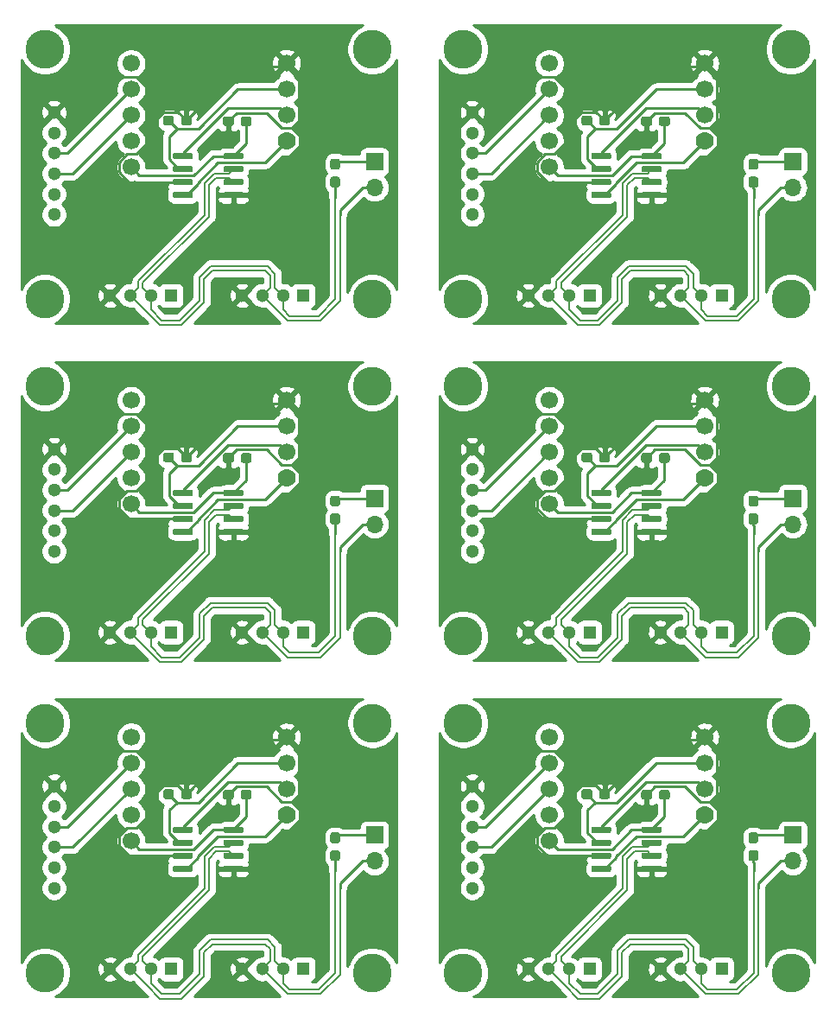
<source format=gbl>
%MOIN*%
%OFA0B0*%
%FSLAX46Y46*%
%IPPOS*%
%LPD*%
%ADD10C,0.051181102362204731*%
%ADD11R,0.051181102362204731X0.051181102362204731*%
%ADD12O,0.066929133858267723X0.066929133858267723*%
%ADD13R,0.066929133858267723X0.066929133858267723*%
%ADD14C,0.0039370078740157488*%
%ADD15C,0.037401574803149609*%
%ADD16C,0.066929133858267723*%
%ADD17C,0.069929133858267725*%
%ADD18C,0.023622047244094488*%
%ADD19C,0.14960629921259844*%
%ADD20C,0.00984251968503937*%
%ADD21C,0.0078740157480314977*%
%ADD22C,0.01*%
%ADD33C,0.051181102362204731*%
%ADD34R,0.051181102362204731X0.051181102362204731*%
%ADD35O,0.066929133858267723X0.066929133858267723*%
%ADD36R,0.066929133858267723X0.066929133858267723*%
%ADD37C,0.0039370078740157488*%
%ADD38C,0.037401574803149609*%
%ADD39C,0.066929133858267723*%
%ADD40C,0.069929133858267725*%
%ADD41C,0.023622047244094488*%
%ADD42C,0.14960629921259844*%
%ADD43C,0.00984251968503937*%
%ADD44C,0.0078740157480314977*%
%ADD45C,0.01*%
%ADD46C,0.051181102362204731*%
%ADD47R,0.051181102362204731X0.051181102362204731*%
%ADD48O,0.066929133858267723X0.066929133858267723*%
%ADD49R,0.066929133858267723X0.066929133858267723*%
%ADD50C,0.0039370078740157488*%
%ADD51C,0.037401574803149609*%
%ADD52C,0.066929133858267723*%
%ADD53C,0.069929133858267725*%
%ADD54C,0.023622047244094488*%
%ADD55C,0.14960629921259844*%
%ADD56C,0.00984251968503937*%
%ADD57C,0.0078740157480314977*%
%ADD58C,0.01*%
%ADD59C,0.051181102362204731*%
%ADD60R,0.051181102362204731X0.051181102362204731*%
%ADD61O,0.066929133858267723X0.066929133858267723*%
%ADD62R,0.066929133858267723X0.066929133858267723*%
%ADD63C,0.0039370078740157488*%
%ADD64C,0.037401574803149609*%
%ADD65C,0.066929133858267723*%
%ADD66C,0.069929133858267725*%
%ADD67C,0.023622047244094488*%
%ADD68C,0.14960629921259844*%
%ADD69C,0.00984251968503937*%
%ADD70C,0.0078740157480314977*%
%ADD71C,0.01*%
%ADD72C,0.051181102362204731*%
%ADD73R,0.051181102362204731X0.051181102362204731*%
%ADD74O,0.066929133858267723X0.066929133858267723*%
%ADD75R,0.066929133858267723X0.066929133858267723*%
%ADD76C,0.0039370078740157488*%
%ADD77C,0.037401574803149609*%
%ADD78C,0.066929133858267723*%
%ADD79C,0.069929133858267725*%
%ADD80C,0.023622047244094488*%
%ADD81C,0.14960629921259844*%
%ADD82C,0.00984251968503937*%
%ADD83C,0.0078740157480314977*%
%ADD84C,0.01*%
%ADD85C,0.051181102362204731*%
%ADD86R,0.051181102362204731X0.051181102362204731*%
%ADD87O,0.066929133858267723X0.066929133858267723*%
%ADD88R,0.066929133858267723X0.066929133858267723*%
%ADD89C,0.0039370078740157488*%
%ADD90C,0.037401574803149609*%
%ADD91C,0.066929133858267723*%
%ADD92C,0.069929133858267725*%
%ADD93C,0.023622047244094488*%
%ADD94C,0.14960629921259844*%
%ADD95C,0.00984251968503937*%
%ADD96C,0.0078740157480314977*%
%ADD97C,0.01*%
D10*
X-0005157480Y0005629921D02*
X0000881299Y0000262440D03*
X0000960039Y0000262440D03*
X0001038779Y0000262440D03*
D11*
X0001117519Y0000262440D03*
D12*
X0001392519Y0000678937D03*
D13*
X0001392519Y0000778936D03*
D14*
G36*
X0001250286Y0000720545D02*
G01*
X0001251194Y0000720410D01*
X0001252084Y0000720187D01*
X0001252948Y0000719878D01*
X0001253777Y0000719486D01*
X0001254564Y0000719014D01*
X0001255301Y0000718468D01*
X0001255981Y0000717851D01*
X0001256597Y0000717171D01*
X0001257144Y0000716434D01*
X0001257616Y0000715647D01*
X0001258008Y0000714818D01*
X0001258317Y0000713954D01*
X0001258540Y0000713064D01*
X0001258675Y0000712156D01*
X0001258720Y0000711240D01*
X0001258720Y0000688602D01*
X0001258675Y0000687685D01*
X0001258540Y0000686778D01*
X0001258317Y0000685888D01*
X0001258008Y0000685024D01*
X0001257616Y0000684194D01*
X0001257144Y0000683407D01*
X0001256597Y0000682670D01*
X0001255981Y0000681990D01*
X0001255301Y0000681374D01*
X0001254564Y0000680827D01*
X0001253777Y0000680356D01*
X0001252948Y0000679963D01*
X0001252084Y0000679654D01*
X0001251194Y0000679431D01*
X0001250286Y0000679296D01*
X0001249370Y0000679251D01*
X0001230669Y0000679251D01*
X0001229752Y0000679296D01*
X0001228845Y0000679431D01*
X0001227954Y0000679654D01*
X0001227091Y0000679963D01*
X0001226261Y0000680356D01*
X0001225474Y0000680827D01*
X0001224737Y0000681374D01*
X0001224057Y0000681990D01*
X0001223441Y0000682670D01*
X0001222894Y0000683407D01*
X0001222422Y0000684194D01*
X0001222030Y0000685024D01*
X0001221721Y0000685888D01*
X0001221498Y0000686778D01*
X0001221363Y0000687685D01*
X0001221318Y0000688602D01*
X0001221318Y0000711240D01*
X0001221363Y0000712156D01*
X0001221498Y0000713064D01*
X0001221721Y0000713954D01*
X0001222030Y0000714818D01*
X0001222422Y0000715647D01*
X0001222894Y0000716434D01*
X0001223441Y0000717171D01*
X0001224057Y0000717851D01*
X0001224737Y0000718468D01*
X0001225474Y0000719014D01*
X0001226261Y0000719486D01*
X0001227091Y0000719878D01*
X0001227954Y0000720187D01*
X0001228845Y0000720410D01*
X0001229752Y0000720545D01*
X0001230669Y0000720590D01*
X0001249370Y0000720590D01*
X0001250286Y0000720545D01*
X0001250286Y0000720545D01*
G37*
D15*
X0001240019Y0000699921D03*
D14*
G36*
X0001250286Y0000789443D02*
G01*
X0001251194Y0000789308D01*
X0001252084Y0000789085D01*
X0001252948Y0000788776D01*
X0001253777Y0000788384D01*
X0001254564Y0000787912D01*
X0001255301Y0000787365D01*
X0001255981Y0000786749D01*
X0001256597Y0000786069D01*
X0001257144Y0000785332D01*
X0001257616Y0000784545D01*
X0001258008Y0000783715D01*
X0001258317Y0000782852D01*
X0001258540Y0000781961D01*
X0001258675Y0000781054D01*
X0001258720Y0000780137D01*
X0001258720Y0000757499D01*
X0001258675Y0000756583D01*
X0001258540Y0000755675D01*
X0001258317Y0000754785D01*
X0001258008Y0000753921D01*
X0001257616Y0000753092D01*
X0001257144Y0000752305D01*
X0001256597Y0000751568D01*
X0001255981Y0000750888D01*
X0001255301Y0000750272D01*
X0001254564Y0000749725D01*
X0001253777Y0000749253D01*
X0001252948Y0000748861D01*
X0001252084Y0000748552D01*
X0001251194Y0000748329D01*
X0001250286Y0000748194D01*
X0001249370Y0000748149D01*
X0001230669Y0000748149D01*
X0001229752Y0000748194D01*
X0001228845Y0000748329D01*
X0001227954Y0000748552D01*
X0001227091Y0000748861D01*
X0001226261Y0000749253D01*
X0001225474Y0000749725D01*
X0001224737Y0000750272D01*
X0001224057Y0000750888D01*
X0001223441Y0000751568D01*
X0001222894Y0000752305D01*
X0001222422Y0000753092D01*
X0001222030Y0000753921D01*
X0001221721Y0000754785D01*
X0001221498Y0000755675D01*
X0001221363Y0000756583D01*
X0001221318Y0000757499D01*
X0001221318Y0000780137D01*
X0001221363Y0000781054D01*
X0001221498Y0000781961D01*
X0001221721Y0000782852D01*
X0001222030Y0000783715D01*
X0001222422Y0000784545D01*
X0001222894Y0000785332D01*
X0001223441Y0000786069D01*
X0001224057Y0000786749D01*
X0001224737Y0000787365D01*
X0001225474Y0000787912D01*
X0001226261Y0000788384D01*
X0001227091Y0000788776D01*
X0001227954Y0000789085D01*
X0001228845Y0000789308D01*
X0001229752Y0000789443D01*
X0001230669Y0000789488D01*
X0001249370Y0000789488D01*
X0001250286Y0000789443D01*
X0001250286Y0000789443D01*
G37*
D15*
X0001240019Y0000768818D03*
D16*
X0000452519Y0000757401D03*
X0000452519Y0000857401D03*
X0000452519Y0000957401D03*
X0000452519Y0001057401D03*
X0000452519Y0001157401D03*
X0001052519Y0001157401D03*
X0001052519Y0001057401D03*
X0001052519Y0000957401D03*
D17*
X0001052519Y0000857401D03*
D14*
G36*
X0000880500Y0000661703D02*
G01*
X0000881073Y0000661618D01*
X0000881635Y0000661477D01*
X0000882181Y0000661282D01*
X0000882705Y0000661034D01*
X0000883202Y0000660736D01*
X0000883667Y0000660391D01*
X0000884097Y0000660002D01*
X0000884486Y0000659573D01*
X0000884831Y0000659107D01*
X0000885129Y0000658610D01*
X0000885377Y0000658086D01*
X0000885572Y0000657541D01*
X0000885713Y0000656978D01*
X0000885798Y0000656405D01*
X0000885826Y0000655826D01*
X0000885826Y0000644015D01*
X0000885798Y0000643436D01*
X0000885713Y0000642863D01*
X0000885572Y0000642301D01*
X0000885377Y0000641755D01*
X0000885129Y0000641231D01*
X0000884831Y0000640734D01*
X0000884486Y0000640269D01*
X0000884097Y0000639839D01*
X0000883667Y0000639450D01*
X0000883202Y0000639105D01*
X0000882705Y0000638807D01*
X0000882181Y0000638559D01*
X0000881635Y0000638364D01*
X0000881073Y0000638223D01*
X0000880500Y0000638138D01*
X0000879921Y0000638110D01*
X0000814960Y0000638110D01*
X0000814381Y0000638138D01*
X0000813808Y0000638223D01*
X0000813246Y0000638364D01*
X0000812700Y0000638559D01*
X0000812176Y0000638807D01*
X0000811679Y0000639105D01*
X0000811214Y0000639450D01*
X0000810784Y0000639839D01*
X0000810395Y0000640269D01*
X0000810050Y0000640734D01*
X0000809752Y0000641231D01*
X0000809504Y0000641755D01*
X0000809309Y0000642301D01*
X0000809168Y0000642863D01*
X0000809083Y0000643436D01*
X0000809055Y0000644015D01*
X0000809055Y0000655826D01*
X0000809083Y0000656405D01*
X0000809168Y0000656978D01*
X0000809309Y0000657541D01*
X0000809504Y0000658086D01*
X0000809752Y0000658610D01*
X0000810050Y0000659107D01*
X0000810395Y0000659573D01*
X0000810784Y0000660002D01*
X0000811214Y0000660391D01*
X0000811679Y0000660736D01*
X0000812176Y0000661034D01*
X0000812700Y0000661282D01*
X0000813246Y0000661477D01*
X0000813808Y0000661618D01*
X0000814381Y0000661703D01*
X0000814960Y0000661732D01*
X0000879921Y0000661732D01*
X0000880500Y0000661703D01*
X0000880500Y0000661703D01*
G37*
D18*
X0000847440Y0000649921D03*
D14*
G36*
X0000880500Y0000711703D02*
G01*
X0000881073Y0000711618D01*
X0000881635Y0000711477D01*
X0000882181Y0000711282D01*
X0000882705Y0000711034D01*
X0000883202Y0000710736D01*
X0000883667Y0000710391D01*
X0000884097Y0000710002D01*
X0000884486Y0000709573D01*
X0000884831Y0000709107D01*
X0000885129Y0000708610D01*
X0000885377Y0000708086D01*
X0000885572Y0000707541D01*
X0000885713Y0000706978D01*
X0000885798Y0000706405D01*
X0000885826Y0000705826D01*
X0000885826Y0000694015D01*
X0000885798Y0000693436D01*
X0000885713Y0000692863D01*
X0000885572Y0000692301D01*
X0000885377Y0000691755D01*
X0000885129Y0000691231D01*
X0000884831Y0000690734D01*
X0000884486Y0000690269D01*
X0000884097Y0000689839D01*
X0000883667Y0000689450D01*
X0000883202Y0000689105D01*
X0000882705Y0000688807D01*
X0000882181Y0000688559D01*
X0000881635Y0000688364D01*
X0000881073Y0000688223D01*
X0000880500Y0000688138D01*
X0000879921Y0000688110D01*
X0000814960Y0000688110D01*
X0000814381Y0000688138D01*
X0000813808Y0000688223D01*
X0000813246Y0000688364D01*
X0000812700Y0000688559D01*
X0000812176Y0000688807D01*
X0000811679Y0000689105D01*
X0000811214Y0000689450D01*
X0000810784Y0000689839D01*
X0000810395Y0000690269D01*
X0000810050Y0000690734D01*
X0000809752Y0000691231D01*
X0000809504Y0000691755D01*
X0000809309Y0000692301D01*
X0000809168Y0000692863D01*
X0000809083Y0000693436D01*
X0000809055Y0000694015D01*
X0000809055Y0000705826D01*
X0000809083Y0000706405D01*
X0000809168Y0000706978D01*
X0000809309Y0000707541D01*
X0000809504Y0000708086D01*
X0000809752Y0000708610D01*
X0000810050Y0000709107D01*
X0000810395Y0000709573D01*
X0000810784Y0000710002D01*
X0000811214Y0000710391D01*
X0000811679Y0000710736D01*
X0000812176Y0000711034D01*
X0000812700Y0000711282D01*
X0000813246Y0000711477D01*
X0000813808Y0000711618D01*
X0000814381Y0000711703D01*
X0000814960Y0000711732D01*
X0000879921Y0000711732D01*
X0000880500Y0000711703D01*
X0000880500Y0000711703D01*
G37*
D18*
X0000847440Y0000699921D03*
D14*
G36*
X0000880500Y0000761703D02*
G01*
X0000881073Y0000761618D01*
X0000881635Y0000761477D01*
X0000882181Y0000761282D01*
X0000882705Y0000761034D01*
X0000883202Y0000760737D01*
X0000883667Y0000760391D01*
X0000884097Y0000760002D01*
X0000884486Y0000759573D01*
X0000884831Y0000759107D01*
X0000885129Y0000758610D01*
X0000885377Y0000758086D01*
X0000885572Y0000757541D01*
X0000885713Y0000756978D01*
X0000885798Y0000756405D01*
X0000885826Y0000755826D01*
X0000885826Y0000744015D01*
X0000885798Y0000743436D01*
X0000885713Y0000742863D01*
X0000885572Y0000742301D01*
X0000885377Y0000741755D01*
X0000885129Y0000741231D01*
X0000884831Y0000740734D01*
X0000884486Y0000740269D01*
X0000884097Y0000739839D01*
X0000883667Y0000739450D01*
X0000883202Y0000739105D01*
X0000882705Y0000738807D01*
X0000882181Y0000738559D01*
X0000881635Y0000738364D01*
X0000881073Y0000738223D01*
X0000880500Y0000738138D01*
X0000879921Y0000738110D01*
X0000814960Y0000738110D01*
X0000814381Y0000738138D01*
X0000813808Y0000738223D01*
X0000813246Y0000738364D01*
X0000812700Y0000738559D01*
X0000812176Y0000738807D01*
X0000811679Y0000739105D01*
X0000811214Y0000739450D01*
X0000810784Y0000739839D01*
X0000810395Y0000740269D01*
X0000810050Y0000740734D01*
X0000809752Y0000741231D01*
X0000809504Y0000741755D01*
X0000809309Y0000742301D01*
X0000809168Y0000742863D01*
X0000809083Y0000743436D01*
X0000809055Y0000744015D01*
X0000809055Y0000755826D01*
X0000809083Y0000756405D01*
X0000809168Y0000756978D01*
X0000809309Y0000757541D01*
X0000809504Y0000758086D01*
X0000809752Y0000758610D01*
X0000810050Y0000759107D01*
X0000810395Y0000759573D01*
X0000810784Y0000760002D01*
X0000811214Y0000760391D01*
X0000811679Y0000760737D01*
X0000812176Y0000761034D01*
X0000812700Y0000761282D01*
X0000813246Y0000761477D01*
X0000813808Y0000761618D01*
X0000814381Y0000761703D01*
X0000814960Y0000761732D01*
X0000879921Y0000761732D01*
X0000880500Y0000761703D01*
X0000880500Y0000761703D01*
G37*
D18*
X0000847440Y0000749921D03*
D14*
G36*
X0000880500Y0000811703D02*
G01*
X0000881073Y0000811618D01*
X0000881635Y0000811477D01*
X0000882181Y0000811282D01*
X0000882705Y0000811034D01*
X0000883202Y0000810737D01*
X0000883667Y0000810391D01*
X0000884097Y0000810002D01*
X0000884486Y0000809573D01*
X0000884831Y0000809107D01*
X0000885129Y0000808610D01*
X0000885377Y0000808086D01*
X0000885572Y0000807541D01*
X0000885713Y0000806978D01*
X0000885798Y0000806405D01*
X0000885826Y0000805826D01*
X0000885826Y0000794015D01*
X0000885798Y0000793436D01*
X0000885713Y0000792863D01*
X0000885572Y0000792301D01*
X0000885377Y0000791755D01*
X0000885129Y0000791231D01*
X0000884831Y0000790734D01*
X0000884486Y0000790269D01*
X0000884097Y0000789839D01*
X0000883667Y0000789450D01*
X0000883202Y0000789105D01*
X0000882705Y0000788807D01*
X0000882181Y0000788559D01*
X0000881635Y0000788364D01*
X0000881073Y0000788223D01*
X0000880500Y0000788138D01*
X0000879921Y0000788110D01*
X0000814960Y0000788110D01*
X0000814381Y0000788138D01*
X0000813808Y0000788223D01*
X0000813246Y0000788364D01*
X0000812700Y0000788559D01*
X0000812176Y0000788807D01*
X0000811679Y0000789105D01*
X0000811214Y0000789450D01*
X0000810784Y0000789839D01*
X0000810395Y0000790269D01*
X0000810050Y0000790734D01*
X0000809752Y0000791231D01*
X0000809504Y0000791755D01*
X0000809309Y0000792301D01*
X0000809168Y0000792863D01*
X0000809083Y0000793436D01*
X0000809055Y0000794015D01*
X0000809055Y0000805826D01*
X0000809083Y0000806405D01*
X0000809168Y0000806978D01*
X0000809309Y0000807541D01*
X0000809504Y0000808086D01*
X0000809752Y0000808610D01*
X0000810050Y0000809107D01*
X0000810395Y0000809573D01*
X0000810784Y0000810002D01*
X0000811214Y0000810391D01*
X0000811679Y0000810737D01*
X0000812176Y0000811034D01*
X0000812700Y0000811282D01*
X0000813246Y0000811477D01*
X0000813808Y0000811618D01*
X0000814381Y0000811703D01*
X0000814960Y0000811732D01*
X0000879921Y0000811732D01*
X0000880500Y0000811703D01*
X0000880500Y0000811703D01*
G37*
D18*
X0000847440Y0000799921D03*
D14*
G36*
X0000685618Y0000811703D02*
G01*
X0000686191Y0000811618D01*
X0000686753Y0000811477D01*
X0000687299Y0000811282D01*
X0000687823Y0000811034D01*
X0000688320Y0000810737D01*
X0000688785Y0000810391D01*
X0000689215Y0000810002D01*
X0000689604Y0000809573D01*
X0000689949Y0000809107D01*
X0000690247Y0000808610D01*
X0000690495Y0000808086D01*
X0000690690Y0000807541D01*
X0000690831Y0000806978D01*
X0000690916Y0000806405D01*
X0000690944Y0000805826D01*
X0000690944Y0000794015D01*
X0000690916Y0000793436D01*
X0000690831Y0000792863D01*
X0000690690Y0000792301D01*
X0000690495Y0000791755D01*
X0000690247Y0000791231D01*
X0000689949Y0000790734D01*
X0000689604Y0000790269D01*
X0000689215Y0000789839D01*
X0000688785Y0000789450D01*
X0000688320Y0000789105D01*
X0000687823Y0000788807D01*
X0000687299Y0000788559D01*
X0000686753Y0000788364D01*
X0000686191Y0000788223D01*
X0000685618Y0000788138D01*
X0000685039Y0000788110D01*
X0000620078Y0000788110D01*
X0000619499Y0000788138D01*
X0000618926Y0000788223D01*
X0000618364Y0000788364D01*
X0000617818Y0000788559D01*
X0000617294Y0000788807D01*
X0000616797Y0000789105D01*
X0000616332Y0000789450D01*
X0000615902Y0000789839D01*
X0000615513Y0000790269D01*
X0000615168Y0000790734D01*
X0000614870Y0000791231D01*
X0000614622Y0000791755D01*
X0000614427Y0000792301D01*
X0000614286Y0000792863D01*
X0000614201Y0000793436D01*
X0000614173Y0000794015D01*
X0000614173Y0000805826D01*
X0000614201Y0000806405D01*
X0000614286Y0000806978D01*
X0000614427Y0000807541D01*
X0000614622Y0000808086D01*
X0000614870Y0000808610D01*
X0000615168Y0000809107D01*
X0000615513Y0000809573D01*
X0000615902Y0000810002D01*
X0000616332Y0000810391D01*
X0000616797Y0000810737D01*
X0000617294Y0000811034D01*
X0000617818Y0000811282D01*
X0000618364Y0000811477D01*
X0000618926Y0000811618D01*
X0000619499Y0000811703D01*
X0000620078Y0000811732D01*
X0000685039Y0000811732D01*
X0000685618Y0000811703D01*
X0000685618Y0000811703D01*
G37*
D18*
X0000652559Y0000799921D03*
D14*
G36*
X0000685618Y0000761703D02*
G01*
X0000686191Y0000761618D01*
X0000686753Y0000761477D01*
X0000687299Y0000761282D01*
X0000687823Y0000761034D01*
X0000688320Y0000760737D01*
X0000688785Y0000760391D01*
X0000689215Y0000760002D01*
X0000689604Y0000759573D01*
X0000689949Y0000759107D01*
X0000690247Y0000758610D01*
X0000690495Y0000758086D01*
X0000690690Y0000757541D01*
X0000690831Y0000756978D01*
X0000690916Y0000756405D01*
X0000690944Y0000755826D01*
X0000690944Y0000744015D01*
X0000690916Y0000743436D01*
X0000690831Y0000742863D01*
X0000690690Y0000742301D01*
X0000690495Y0000741755D01*
X0000690247Y0000741231D01*
X0000689949Y0000740734D01*
X0000689604Y0000740269D01*
X0000689215Y0000739839D01*
X0000688785Y0000739450D01*
X0000688320Y0000739105D01*
X0000687823Y0000738807D01*
X0000687299Y0000738559D01*
X0000686753Y0000738364D01*
X0000686191Y0000738223D01*
X0000685618Y0000738138D01*
X0000685039Y0000738110D01*
X0000620078Y0000738110D01*
X0000619499Y0000738138D01*
X0000618926Y0000738223D01*
X0000618364Y0000738364D01*
X0000617818Y0000738559D01*
X0000617294Y0000738807D01*
X0000616797Y0000739105D01*
X0000616332Y0000739450D01*
X0000615902Y0000739839D01*
X0000615513Y0000740269D01*
X0000615168Y0000740734D01*
X0000614870Y0000741231D01*
X0000614622Y0000741755D01*
X0000614427Y0000742301D01*
X0000614286Y0000742863D01*
X0000614201Y0000743436D01*
X0000614173Y0000744015D01*
X0000614173Y0000755826D01*
X0000614201Y0000756405D01*
X0000614286Y0000756978D01*
X0000614427Y0000757541D01*
X0000614622Y0000758086D01*
X0000614870Y0000758610D01*
X0000615168Y0000759107D01*
X0000615513Y0000759573D01*
X0000615902Y0000760002D01*
X0000616332Y0000760391D01*
X0000616797Y0000760737D01*
X0000617294Y0000761034D01*
X0000617818Y0000761282D01*
X0000618364Y0000761477D01*
X0000618926Y0000761618D01*
X0000619499Y0000761703D01*
X0000620078Y0000761732D01*
X0000685039Y0000761732D01*
X0000685618Y0000761703D01*
X0000685618Y0000761703D01*
G37*
D18*
X0000652559Y0000749921D03*
D14*
G36*
X0000685618Y0000711703D02*
G01*
X0000686191Y0000711618D01*
X0000686753Y0000711477D01*
X0000687299Y0000711282D01*
X0000687823Y0000711034D01*
X0000688320Y0000710736D01*
X0000688785Y0000710391D01*
X0000689215Y0000710002D01*
X0000689604Y0000709573D01*
X0000689949Y0000709107D01*
X0000690247Y0000708610D01*
X0000690495Y0000708086D01*
X0000690690Y0000707541D01*
X0000690831Y0000706978D01*
X0000690916Y0000706405D01*
X0000690944Y0000705826D01*
X0000690944Y0000694015D01*
X0000690916Y0000693436D01*
X0000690831Y0000692863D01*
X0000690690Y0000692301D01*
X0000690495Y0000691755D01*
X0000690247Y0000691231D01*
X0000689949Y0000690734D01*
X0000689604Y0000690269D01*
X0000689215Y0000689839D01*
X0000688785Y0000689450D01*
X0000688320Y0000689105D01*
X0000687823Y0000688807D01*
X0000687299Y0000688559D01*
X0000686753Y0000688364D01*
X0000686191Y0000688223D01*
X0000685618Y0000688138D01*
X0000685039Y0000688110D01*
X0000620078Y0000688110D01*
X0000619499Y0000688138D01*
X0000618926Y0000688223D01*
X0000618364Y0000688364D01*
X0000617818Y0000688559D01*
X0000617294Y0000688807D01*
X0000616797Y0000689105D01*
X0000616332Y0000689450D01*
X0000615902Y0000689839D01*
X0000615513Y0000690269D01*
X0000615168Y0000690734D01*
X0000614870Y0000691231D01*
X0000614622Y0000691755D01*
X0000614427Y0000692301D01*
X0000614286Y0000692863D01*
X0000614201Y0000693436D01*
X0000614173Y0000694015D01*
X0000614173Y0000705826D01*
X0000614201Y0000706405D01*
X0000614286Y0000706978D01*
X0000614427Y0000707541D01*
X0000614622Y0000708086D01*
X0000614870Y0000708610D01*
X0000615168Y0000709107D01*
X0000615513Y0000709573D01*
X0000615902Y0000710002D01*
X0000616332Y0000710391D01*
X0000616797Y0000710736D01*
X0000617294Y0000711034D01*
X0000617818Y0000711282D01*
X0000618364Y0000711477D01*
X0000618926Y0000711618D01*
X0000619499Y0000711703D01*
X0000620078Y0000711732D01*
X0000685039Y0000711732D01*
X0000685618Y0000711703D01*
X0000685618Y0000711703D01*
G37*
D18*
X0000652559Y0000699921D03*
D14*
G36*
X0000685618Y0000661703D02*
G01*
X0000686191Y0000661618D01*
X0000686753Y0000661477D01*
X0000687299Y0000661282D01*
X0000687823Y0000661034D01*
X0000688320Y0000660736D01*
X0000688785Y0000660391D01*
X0000689215Y0000660002D01*
X0000689604Y0000659573D01*
X0000689949Y0000659107D01*
X0000690247Y0000658610D01*
X0000690495Y0000658086D01*
X0000690690Y0000657541D01*
X0000690831Y0000656978D01*
X0000690916Y0000656405D01*
X0000690944Y0000655826D01*
X0000690944Y0000644015D01*
X0000690916Y0000643436D01*
X0000690831Y0000642863D01*
X0000690690Y0000642301D01*
X0000690495Y0000641755D01*
X0000690247Y0000641231D01*
X0000689949Y0000640734D01*
X0000689604Y0000640269D01*
X0000689215Y0000639839D01*
X0000688785Y0000639450D01*
X0000688320Y0000639105D01*
X0000687823Y0000638807D01*
X0000687299Y0000638559D01*
X0000686753Y0000638364D01*
X0000686191Y0000638223D01*
X0000685618Y0000638138D01*
X0000685039Y0000638110D01*
X0000620078Y0000638110D01*
X0000619499Y0000638138D01*
X0000618926Y0000638223D01*
X0000618364Y0000638364D01*
X0000617818Y0000638559D01*
X0000617294Y0000638807D01*
X0000616797Y0000639105D01*
X0000616332Y0000639450D01*
X0000615902Y0000639839D01*
X0000615513Y0000640269D01*
X0000615168Y0000640734D01*
X0000614870Y0000641231D01*
X0000614622Y0000641755D01*
X0000614427Y0000642301D01*
X0000614286Y0000642863D01*
X0000614201Y0000643436D01*
X0000614173Y0000644015D01*
X0000614173Y0000655826D01*
X0000614201Y0000656405D01*
X0000614286Y0000656978D01*
X0000614427Y0000657541D01*
X0000614622Y0000658086D01*
X0000614870Y0000658610D01*
X0000615168Y0000659107D01*
X0000615513Y0000659573D01*
X0000615902Y0000660002D01*
X0000616332Y0000660391D01*
X0000616797Y0000660736D01*
X0000617294Y0000661034D01*
X0000617818Y0000661282D01*
X0000618364Y0000661477D01*
X0000618926Y0000661618D01*
X0000619499Y0000661703D01*
X0000620078Y0000661732D01*
X0000685039Y0000661732D01*
X0000685618Y0000661703D01*
X0000685618Y0000661703D01*
G37*
D18*
X0000652559Y0000649921D03*
D14*
G36*
X0000840306Y0000953576D02*
G01*
X0000841213Y0000953442D01*
X0000842104Y0000953219D01*
X0000842967Y0000952910D01*
X0000843797Y0000952517D01*
X0000844584Y0000952046D01*
X0000845321Y0000951499D01*
X0000846001Y0000950883D01*
X0000846617Y0000950203D01*
X0000847164Y0000949466D01*
X0000847636Y0000948679D01*
X0000848028Y0000947849D01*
X0000848337Y0000946985D01*
X0000848560Y0000946095D01*
X0000848695Y0000945188D01*
X0000848740Y0000944271D01*
X0000848740Y0000925570D01*
X0000848695Y0000924654D01*
X0000848560Y0000923746D01*
X0000848337Y0000922856D01*
X0000848028Y0000921992D01*
X0000847636Y0000921163D01*
X0000847164Y0000920376D01*
X0000846617Y0000919639D01*
X0000846001Y0000918959D01*
X0000845321Y0000918342D01*
X0000844584Y0000917796D01*
X0000843797Y0000917324D01*
X0000842967Y0000916932D01*
X0000842104Y0000916623D01*
X0000841213Y0000916400D01*
X0000840306Y0000916265D01*
X0000839389Y0000916220D01*
X0000816751Y0000916220D01*
X0000815835Y0000916265D01*
X0000814927Y0000916400D01*
X0000814037Y0000916623D01*
X0000813173Y0000916932D01*
X0000812344Y0000917324D01*
X0000811557Y0000917796D01*
X0000810820Y0000918342D01*
X0000810140Y0000918959D01*
X0000809524Y0000919639D01*
X0000808977Y0000920376D01*
X0000808505Y0000921163D01*
X0000808113Y0000921992D01*
X0000807804Y0000922856D01*
X0000807581Y0000923746D01*
X0000807446Y0000924654D01*
X0000807401Y0000925570D01*
X0000807401Y0000944271D01*
X0000807446Y0000945188D01*
X0000807581Y0000946095D01*
X0000807804Y0000946985D01*
X0000808113Y0000947849D01*
X0000808505Y0000948679D01*
X0000808977Y0000949466D01*
X0000809524Y0000950203D01*
X0000810140Y0000950883D01*
X0000810820Y0000951499D01*
X0000811557Y0000952046D01*
X0000812344Y0000952517D01*
X0000813173Y0000952910D01*
X0000814037Y0000953219D01*
X0000814927Y0000953442D01*
X0000815835Y0000953576D01*
X0000816751Y0000953622D01*
X0000839389Y0000953622D01*
X0000840306Y0000953576D01*
X0000840306Y0000953576D01*
G37*
D15*
X0000828070Y0000934921D03*
D14*
G36*
X0000909203Y0000953576D02*
G01*
X0000910111Y0000953442D01*
X0000911001Y0000953219D01*
X0000911865Y0000952910D01*
X0000912695Y0000952517D01*
X0000913482Y0000952046D01*
X0000914219Y0000951499D01*
X0000914899Y0000950883D01*
X0000915515Y0000950203D01*
X0000916061Y0000949466D01*
X0000916533Y0000948679D01*
X0000916925Y0000947849D01*
X0000917235Y0000946985D01*
X0000917458Y0000946095D01*
X0000917592Y0000945188D01*
X0000917637Y0000944271D01*
X0000917637Y0000925570D01*
X0000917592Y0000924654D01*
X0000917458Y0000923746D01*
X0000917235Y0000922856D01*
X0000916925Y0000921992D01*
X0000916533Y0000921163D01*
X0000916061Y0000920376D01*
X0000915515Y0000919639D01*
X0000914899Y0000918959D01*
X0000914219Y0000918342D01*
X0000913482Y0000917796D01*
X0000912695Y0000917324D01*
X0000911865Y0000916932D01*
X0000911001Y0000916623D01*
X0000910111Y0000916400D01*
X0000909203Y0000916265D01*
X0000908287Y0000916220D01*
X0000885649Y0000916220D01*
X0000884733Y0000916265D01*
X0000883825Y0000916400D01*
X0000882935Y0000916623D01*
X0000882071Y0000916932D01*
X0000881241Y0000917324D01*
X0000880454Y0000917796D01*
X0000879717Y0000918342D01*
X0000879037Y0000918959D01*
X0000878421Y0000919639D01*
X0000877875Y0000920376D01*
X0000877403Y0000921163D01*
X0000877010Y0000921992D01*
X0000876701Y0000922856D01*
X0000876478Y0000923746D01*
X0000876344Y0000924654D01*
X0000876299Y0000925570D01*
X0000876299Y0000944271D01*
X0000876344Y0000945188D01*
X0000876478Y0000946095D01*
X0000876701Y0000946985D01*
X0000877010Y0000947849D01*
X0000877403Y0000948679D01*
X0000877875Y0000949466D01*
X0000878421Y0000950203D01*
X0000879037Y0000950883D01*
X0000879717Y0000951499D01*
X0000880454Y0000952046D01*
X0000881241Y0000952517D01*
X0000882071Y0000952910D01*
X0000882935Y0000953219D01*
X0000883825Y0000953442D01*
X0000884733Y0000953576D01*
X0000885649Y0000953622D01*
X0000908287Y0000953622D01*
X0000909203Y0000953576D01*
X0000909203Y0000953576D01*
G37*
D15*
X0000896968Y0000934921D03*
D19*
X0000120629Y0001211811D03*
X0001384409Y0001211811D03*
X0001384409Y0000248031D03*
X0000120629Y0000248031D03*
D10*
X0000155039Y0000968622D03*
X0000155039Y0000889881D03*
X0000155039Y0000811141D03*
X0000155039Y0000732401D03*
X0000155039Y0000653661D03*
X0000155039Y0000574921D03*
X0000371299Y0000262440D03*
X0000450039Y0000262440D03*
X0000528779Y0000262440D03*
D11*
X0000607519Y0000262440D03*
D14*
G36*
X0000678652Y0000956057D02*
G01*
X0000679560Y0000955922D01*
X0000680450Y0000955699D01*
X0000681314Y0000955390D01*
X0000682143Y0000954998D01*
X0000682931Y0000954526D01*
X0000683668Y0000953979D01*
X0000684347Y0000953363D01*
X0000684964Y0000952683D01*
X0000685510Y0000951946D01*
X0000685982Y0000951159D01*
X0000686374Y0000950330D01*
X0000686683Y0000949466D01*
X0000686906Y0000948576D01*
X0000687041Y0000947668D01*
X0000687086Y0000946751D01*
X0000687086Y0000928051D01*
X0000687041Y0000927134D01*
X0000686906Y0000926227D01*
X0000686683Y0000925336D01*
X0000686374Y0000924472D01*
X0000685982Y0000923643D01*
X0000685510Y0000922856D01*
X0000684964Y0000922119D01*
X0000684347Y0000921439D01*
X0000683668Y0000920823D01*
X0000682931Y0000920276D01*
X0000682143Y0000919804D01*
X0000681314Y0000919412D01*
X0000680450Y0000919103D01*
X0000679560Y0000918880D01*
X0000678652Y0000918745D01*
X0000677736Y0000918700D01*
X0000655098Y0000918700D01*
X0000654181Y0000918745D01*
X0000653274Y0000918880D01*
X0000652384Y0000919103D01*
X0000651520Y0000919412D01*
X0000650690Y0000919804D01*
X0000649903Y0000920276D01*
X0000649166Y0000920823D01*
X0000648486Y0000921439D01*
X0000647870Y0000922119D01*
X0000647323Y0000922856D01*
X0000646852Y0000923643D01*
X0000646459Y0000924472D01*
X0000646150Y0000925336D01*
X0000645927Y0000926227D01*
X0000645793Y0000927134D01*
X0000645747Y0000928051D01*
X0000645747Y0000946751D01*
X0000645793Y0000947668D01*
X0000645927Y0000948576D01*
X0000646150Y0000949466D01*
X0000646459Y0000950330D01*
X0000646852Y0000951159D01*
X0000647323Y0000951946D01*
X0000647870Y0000952683D01*
X0000648486Y0000953363D01*
X0000649166Y0000953979D01*
X0000649903Y0000954526D01*
X0000650690Y0000954998D01*
X0000651520Y0000955390D01*
X0000652384Y0000955699D01*
X0000653274Y0000955922D01*
X0000654181Y0000956057D01*
X0000655098Y0000956102D01*
X0000677736Y0000956102D01*
X0000678652Y0000956057D01*
X0000678652Y0000956057D01*
G37*
D15*
X0000666417Y0000937401D03*
D14*
G36*
X0000609755Y0000956057D02*
G01*
X0000610662Y0000955922D01*
X0000611552Y0000955699D01*
X0000612416Y0000955390D01*
X0000613246Y0000954998D01*
X0000614033Y0000954526D01*
X0000614770Y0000953979D01*
X0000615450Y0000953363D01*
X0000616066Y0000952683D01*
X0000616613Y0000951946D01*
X0000617084Y0000951159D01*
X0000617477Y0000950330D01*
X0000617786Y0000949466D01*
X0000618009Y0000948576D01*
X0000618143Y0000947668D01*
X0000618188Y0000946751D01*
X0000618188Y0000928051D01*
X0000618143Y0000927134D01*
X0000618009Y0000926227D01*
X0000617786Y0000925336D01*
X0000617477Y0000924472D01*
X0000617084Y0000923643D01*
X0000616613Y0000922856D01*
X0000616066Y0000922119D01*
X0000615450Y0000921439D01*
X0000614770Y0000920823D01*
X0000614033Y0000920276D01*
X0000613246Y0000919804D01*
X0000612416Y0000919412D01*
X0000611552Y0000919103D01*
X0000610662Y0000918880D01*
X0000609755Y0000918745D01*
X0000608838Y0000918700D01*
X0000586200Y0000918700D01*
X0000585284Y0000918745D01*
X0000584376Y0000918880D01*
X0000583486Y0000919103D01*
X0000582622Y0000919412D01*
X0000581793Y0000919804D01*
X0000581005Y0000920276D01*
X0000580268Y0000920823D01*
X0000579589Y0000921439D01*
X0000578972Y0000922119D01*
X0000578426Y0000922856D01*
X0000577954Y0000923643D01*
X0000577562Y0000924472D01*
X0000577253Y0000925336D01*
X0000577030Y0000926227D01*
X0000576895Y0000927134D01*
X0000576850Y0000928051D01*
X0000576850Y0000946751D01*
X0000576895Y0000947668D01*
X0000577030Y0000948576D01*
X0000577253Y0000949466D01*
X0000577562Y0000950330D01*
X0000577954Y0000951159D01*
X0000578426Y0000951946D01*
X0000578972Y0000952683D01*
X0000579589Y0000953363D01*
X0000580268Y0000953979D01*
X0000581005Y0000954526D01*
X0000581793Y0000954998D01*
X0000582622Y0000955390D01*
X0000583486Y0000955699D01*
X0000584376Y0000955922D01*
X0000585284Y0000956057D01*
X0000586200Y0000956102D01*
X0000608838Y0000956102D01*
X0000609755Y0000956057D01*
X0000609755Y0000956057D01*
G37*
D15*
X0000597519Y0000937401D03*
D20*
X0001071996Y0000908464D02*
X0001098972Y0000935440D01*
X0001098972Y0000935440D02*
X0001098972Y0001099173D01*
X0001098972Y0001099173D02*
X0001052519Y0001145625D01*
X0000828070Y0000934921D02*
X0000859633Y0000966484D01*
X0000859633Y0000966484D02*
X0000976421Y0000966484D01*
X0000976421Y0000966484D02*
X0001034440Y0000908464D01*
X0001034440Y0000908464D02*
X0001071996Y0000908464D01*
X0001071996Y0000908464D02*
X0001101877Y0000878582D01*
X0001101877Y0000878582D02*
X0001101877Y0000838570D01*
X0001101877Y0000838570D02*
X0000913228Y0000649921D01*
X0000913228Y0000649921D02*
X0000847440Y0000649921D01*
X0000444354Y0000699921D02*
X0000406244Y0000738031D01*
X0000406244Y0000738031D02*
X0000406244Y0000776645D01*
X0000406244Y0000776645D02*
X0000436999Y0000807401D01*
X0000436999Y0000807401D02*
X0000471759Y0000807401D01*
X0000471759Y0000807401D02*
X0000535330Y0000870972D01*
X0000535330Y0000870972D02*
X0000535330Y0000929129D01*
X0000535330Y0000929129D02*
X0000576409Y0000970208D01*
X0000652559Y0000699921D02*
X0000444354Y0000699921D01*
X0000444354Y0000699921D02*
X0000444354Y0000335496D01*
X0000444354Y0000335496D02*
X0000371299Y0000262440D01*
X0000576409Y0000970208D02*
X0000633610Y0000970208D01*
X0000633610Y0000970208D02*
X0000666417Y0000937401D01*
X0000155039Y0000968622D02*
X0000291425Y0001105007D01*
X0000291425Y0001105007D02*
X0000473267Y0001105007D01*
X0000473267Y0001105007D02*
X0000576409Y0001001866D01*
X0000576409Y0001001866D02*
X0000576409Y0000970208D01*
X0001052519Y0001145625D02*
X0000874641Y0001145625D01*
X0000874641Y0001145625D02*
X0000666417Y0000937401D01*
X0001052519Y0001157401D02*
X0001052519Y0001145625D01*
X0000847440Y0000799921D02*
X0000769602Y0000799921D01*
X0000769602Y0000799921D02*
X0000694602Y0000724921D01*
X0000694602Y0000724921D02*
X0000484999Y0000724921D01*
X0000484999Y0000724921D02*
X0000452519Y0000757401D01*
X0000896968Y0000934921D02*
X0000896968Y0000849448D01*
X0000896968Y0000849448D02*
X0000847440Y0000799921D01*
X0000629519Y0000905401D02*
X0000597519Y0000937401D01*
X0001052519Y0001057401D02*
X0000864751Y0001057401D01*
X0000864751Y0001057401D02*
X0000712751Y0000905401D01*
X0000712751Y0000905401D02*
X0000629519Y0000905401D01*
X0000652559Y0000749921D02*
X0000637629Y0000749921D01*
X0000637629Y0000749921D02*
X0000599692Y0000787858D01*
X0000599692Y0000787858D02*
X0000599692Y0000875574D01*
X0000599692Y0000875574D02*
X0000629519Y0000905401D01*
X0000155039Y0000811141D02*
X0000206259Y0000811141D01*
X0000206259Y0000811141D02*
X0000452519Y0001057401D01*
X0000155039Y0000732401D02*
X0000227519Y0000732401D01*
X0000227519Y0000732401D02*
X0000452519Y0000957401D01*
X0001052519Y0000957401D02*
X0001025350Y0000984570D01*
X0001025350Y0000984570D02*
X0000825578Y0000984570D01*
X0000825578Y0000984570D02*
X0000652559Y0000811551D01*
X0000652559Y0000811551D02*
X0000652559Y0000799921D01*
X0000652559Y0000649921D02*
X0000667413Y0000649921D01*
X0000667413Y0000649921D02*
X0000709145Y0000691653D01*
X0000709145Y0000691653D02*
X0000709145Y0000696011D01*
X0000709145Y0000696011D02*
X0000788055Y0000774921D01*
X0000788055Y0000774921D02*
X0000970039Y0000774921D01*
X0000970039Y0000774921D02*
X0001052519Y0000857401D01*
D21*
X0000960039Y0000262440D02*
X0000990551Y0000292952D01*
X0000990551Y0000292952D02*
X0000990551Y0000339370D01*
X0000990551Y0000339370D02*
X0000971338Y0000358582D01*
X0000971338Y0000358582D02*
X0000766181Y0000358582D01*
X0000766181Y0000358582D02*
X0000733858Y0000326259D01*
X0000733858Y0000326259D02*
X0000733858Y0000235393D01*
X0000733858Y0000235393D02*
X0000647047Y0000148582D01*
X0000647047Y0000148582D02*
X0000563937Y0000148582D01*
X0000563937Y0000148582D02*
X0000516259Y0000196220D01*
X0000516259Y0000196220D02*
X0000450039Y0000262440D01*
X0000847440Y0000749921D02*
X0000831299Y0000733779D01*
X0000831299Y0000733779D02*
X0000773858Y0000733779D01*
X0000773858Y0000733779D02*
X0000736141Y0000696102D01*
X0000736141Y0000696102D02*
X0000736141Y0000573582D01*
X0000736141Y0000573582D02*
X0000480551Y0000317992D01*
X0000480551Y0000317992D02*
X0000480551Y0000292952D01*
X0000480551Y0000292952D02*
X0000450039Y0000262440D01*
X0001056417Y0000166062D02*
X0001183688Y0000166062D01*
X0000960039Y0000262440D02*
X0001056417Y0000166062D01*
X0001183688Y0000166062D02*
X0001258877Y0000241251D01*
D20*
X0001258877Y0000592621D02*
X0001258877Y0000573779D01*
X0001345193Y0000678937D02*
X0001258877Y0000592621D01*
X0001392519Y0000678937D02*
X0001345193Y0000678937D01*
D21*
X0001258877Y0000241251D02*
X0001258877Y0000573779D01*
X0001038779Y0000262440D02*
X0001008267Y0000292952D01*
X0001008267Y0000292952D02*
X0001008267Y0000346692D01*
X0001008267Y0000346692D02*
X0000978700Y0000376299D01*
X0000978700Y0000376299D02*
X0000758858Y0000376299D01*
X0000758858Y0000376299D02*
X0000716141Y0000333582D01*
X0000716141Y0000333582D02*
X0000716141Y0000242755D01*
X0000716141Y0000242755D02*
X0000639685Y0000166299D01*
X0000639685Y0000166299D02*
X0000571259Y0000166299D01*
X0000571259Y0000166299D02*
X0000528779Y0000208740D01*
X0000528779Y0000208740D02*
X0000528779Y0000262440D01*
X0000847440Y0000699921D02*
X0000831299Y0000716062D01*
X0000831299Y0000716062D02*
X0000781181Y0000716062D01*
X0000781181Y0000716062D02*
X0000753858Y0000688740D01*
X0000753858Y0000688740D02*
X0000753858Y0000566259D01*
X0000753858Y0000566259D02*
X0000498267Y0000310629D01*
X0000498267Y0000310629D02*
X0000498267Y0000292952D01*
X0000498267Y0000292952D02*
X0000528779Y0000262440D01*
X0001038779Y0000262440D02*
X0001038779Y0000208755D01*
X0001038779Y0000208755D02*
X0001063755Y0000183779D01*
X0001063755Y0000183779D02*
X0001176350Y0000183779D01*
X0001176350Y0000183779D02*
X0001241161Y0000248590D01*
X0001241161Y0000248590D02*
X0001241161Y0000639921D01*
D20*
X0001241161Y0000674173D02*
X0001241161Y0000639921D01*
X0001240019Y0000675314D02*
X0001241161Y0000674173D01*
X0001240019Y0000699921D02*
X0001240019Y0000675314D01*
X0001250137Y0000778936D02*
X0001240019Y0000768818D01*
X0001392519Y0000778936D02*
X0001250137Y0000778936D01*
D22*
G36*
X0001337134Y0001300255D02*
G01*
X0001320788Y0001289333D01*
X0001306887Y0001275431D01*
X0001295965Y0001259085D01*
X0001288441Y0001240922D01*
X0001284606Y0001221640D01*
X0001284606Y0001201981D01*
X0001288441Y0001182699D01*
X0001295965Y0001164536D01*
X0001306887Y0001148190D01*
X0001320788Y0001134288D01*
X0001337134Y0001123366D01*
X0001355297Y0001115843D01*
X0001374579Y0001112007D01*
X0001394239Y0001112007D01*
X0001413520Y0001115843D01*
X0001431683Y0001123366D01*
X0001448030Y0001134288D01*
X0001461931Y0001148190D01*
X0001472853Y0001164536D01*
X0001476535Y0001173424D01*
X0001476535Y0000286417D01*
X0001472853Y0000295306D01*
X0001461931Y0000311652D01*
X0001448030Y0000325553D01*
X0001431683Y0000336475D01*
X0001413520Y0000343999D01*
X0001394239Y0000347834D01*
X0001374579Y0000347834D01*
X0001355297Y0000343999D01*
X0001337134Y0000336475D01*
X0001320788Y0000325553D01*
X0001306887Y0000311652D01*
X0001295965Y0000295306D01*
X0001288441Y0000277142D01*
X0001287814Y0000273992D01*
X0001287814Y0000566096D01*
X0001288366Y0000567913D01*
X0001288799Y0000572309D01*
X0001288799Y0000580227D01*
X0001348720Y0000640148D01*
X0001350978Y0000637396D01*
X0001359881Y0000630090D01*
X0001370038Y0000624661D01*
X0001381058Y0000621318D01*
X0001389647Y0000620472D01*
X0001395391Y0000620472D01*
X0001403980Y0000621318D01*
X0001415001Y0000624661D01*
X0001425158Y0000630090D01*
X0001434060Y0000637396D01*
X0001441366Y0000646298D01*
X0001446795Y0000656455D01*
X0001450138Y0000667475D01*
X0001451267Y0000678937D01*
X0001450138Y0000690398D01*
X0001446795Y0000701418D01*
X0001441366Y0000711575D01*
X0001434060Y0000720477D01*
X0001432886Y0000721441D01*
X0001435597Y0000722263D01*
X0001439940Y0000724585D01*
X0001443747Y0000727709D01*
X0001446871Y0000731515D01*
X0001449192Y0000735859D01*
X0001450622Y0000740571D01*
X0001451105Y0000745472D01*
X0001451105Y0000812401D01*
X0001450622Y0000817302D01*
X0001449192Y0000822014D01*
X0001446871Y0000826357D01*
X0001443747Y0000830164D01*
X0001439940Y0000833288D01*
X0001435597Y0000835610D01*
X0001430885Y0000837039D01*
X0001425984Y0000837522D01*
X0001359055Y0000837522D01*
X0001354154Y0000837039D01*
X0001349441Y0000835610D01*
X0001345098Y0000833288D01*
X0001341291Y0000830164D01*
X0001338167Y0000826357D01*
X0001335846Y0000822014D01*
X0001334416Y0000817302D01*
X0001333934Y0000812401D01*
X0001333934Y0000808858D01*
X0001268411Y0000808858D01*
X0001262561Y0000811985D01*
X0001256095Y0000813946D01*
X0001249370Y0000814609D01*
X0001230669Y0000814609D01*
X0001223944Y0000813946D01*
X0001217477Y0000811985D01*
X0001211518Y0000808799D01*
X0001206294Y0000804512D01*
X0001202007Y0000799289D01*
X0001198821Y0000793329D01*
X0001196860Y0000786862D01*
X0001196197Y0000780137D01*
X0001196197Y0000757499D01*
X0001196860Y0000750774D01*
X0001198821Y0000744308D01*
X0001202007Y0000738348D01*
X0001205272Y0000734370D01*
X0001202007Y0000730391D01*
X0001198821Y0000724431D01*
X0001196860Y0000717965D01*
X0001196197Y0000711240D01*
X0001196197Y0000688602D01*
X0001196860Y0000681877D01*
X0001198821Y0000675410D01*
X0001202007Y0000669451D01*
X0001206294Y0000664227D01*
X0001211240Y0000660168D01*
X0001211240Y0000638451D01*
X0001211673Y0000634055D01*
X0001212224Y0000632238D01*
X0001212224Y0000260576D01*
X0001164364Y0000212716D01*
X0001149673Y0000212716D01*
X0001152723Y0000213641D01*
X0001157066Y0000215963D01*
X0001160873Y0000219087D01*
X0001163997Y0000222893D01*
X0001166318Y0000227236D01*
X0001167748Y0000231949D01*
X0001168231Y0000236850D01*
X0001168231Y0000288031D01*
X0001167748Y0000292932D01*
X0001166318Y0000297644D01*
X0001163997Y0000301987D01*
X0001160873Y0000305794D01*
X0001157066Y0000308918D01*
X0001152723Y0000311240D01*
X0001148011Y0000312669D01*
X0001143110Y0000313152D01*
X0001091929Y0000313152D01*
X0001087028Y0000312669D01*
X0001082315Y0000311240D01*
X0001077972Y0000308918D01*
X0001074165Y0000305794D01*
X0001071041Y0000301987D01*
X0001070939Y0000301796D01*
X0001062743Y0000307273D01*
X0001053536Y0000311087D01*
X0001043762Y0000313031D01*
X0001037204Y0000313031D01*
X0001037204Y0000345261D01*
X0001037344Y0000346673D01*
X0001037204Y0000348104D01*
X0001037204Y0000348114D01*
X0001037067Y0000349505D01*
X0001036789Y0000352346D01*
X0001036786Y0000352355D01*
X0001036785Y0000352365D01*
X0001035959Y0000355091D01*
X0001035138Y0000357802D01*
X0001035134Y0000357810D01*
X0001035131Y0000357820D01*
X0001033781Y0000360344D01*
X0001032455Y0000362831D01*
X0001032448Y0000362838D01*
X0001032444Y0000362847D01*
X0001030640Y0000365045D01*
X0001029747Y0000366135D01*
X0001029740Y0000366141D01*
X0001028828Y0000367253D01*
X0001027731Y0000368153D01*
X0001000173Y0000395747D01*
X0000999261Y0000396859D01*
X0000997031Y0000398689D01*
X0000994871Y0000400465D01*
X0000994862Y0000400469D01*
X0000994855Y0000400475D01*
X0000992306Y0000401837D01*
X0000989845Y0000403155D01*
X0000989836Y0000403158D01*
X0000989828Y0000403162D01*
X0000987082Y0000403995D01*
X0000984392Y0000404813D01*
X0000984382Y0000404814D01*
X0000984373Y0000404817D01*
X0000981518Y0000405098D01*
X0000978720Y0000405376D01*
X0000977289Y0000405236D01*
X0000760279Y0000405236D01*
X0000758858Y0000405376D01*
X0000753185Y0000404817D01*
X0000747730Y0000403162D01*
X0000742723Y0000400486D01*
X0000742703Y0000400475D01*
X0000738297Y0000396859D01*
X0000737391Y0000395755D01*
X0000696685Y0000355049D01*
X0000695581Y0000354143D01*
X0000691965Y0000349736D01*
X0000689278Y0000344709D01*
X0000688581Y0000342414D01*
X0000687623Y0000339255D01*
X0000687064Y0000333582D01*
X0000687204Y0000332161D01*
X0000687204Y0000254742D01*
X0000627698Y0000195236D01*
X0000583238Y0000195236D01*
X0000557716Y0000220734D01*
X0000557716Y0000220931D01*
X0000560939Y0000223084D01*
X0000561041Y0000222893D01*
X0000564165Y0000219087D01*
X0000567972Y0000215963D01*
X0000572315Y0000213641D01*
X0000577028Y0000212212D01*
X0000581929Y0000211729D01*
X0000633110Y0000211729D01*
X0000638011Y0000212212D01*
X0000642723Y0000213641D01*
X0000647066Y0000215963D01*
X0000650873Y0000219087D01*
X0000653997Y0000222893D01*
X0000656318Y0000227236D01*
X0000657748Y0000231949D01*
X0000658231Y0000236850D01*
X0000658231Y0000288031D01*
X0000657748Y0000292932D01*
X0000656318Y0000297644D01*
X0000653997Y0000301987D01*
X0000650873Y0000305794D01*
X0000647066Y0000308918D01*
X0000642723Y0000311240D01*
X0000638011Y0000312669D01*
X0000633110Y0000313152D01*
X0000581929Y0000313152D01*
X0000577028Y0000312669D01*
X0000572315Y0000311240D01*
X0000567972Y0000308918D01*
X0000564165Y0000305794D01*
X0000561041Y0000301987D01*
X0000560939Y0000301796D01*
X0000552743Y0000307273D01*
X0000543536Y0000311087D01*
X0000540290Y0000311732D01*
X0000773315Y0000544793D01*
X0000774418Y0000545699D01*
X0000775325Y0000546804D01*
X0000775326Y0000546805D01*
X0000776157Y0000547817D01*
X0000778034Y0000550105D01*
X0000778035Y0000550106D01*
X0000778036Y0000550107D01*
X0000779282Y0000552439D01*
X0000780721Y0000555132D01*
X0000780722Y0000555133D01*
X0000780722Y0000555134D01*
X0000781493Y0000557676D01*
X0000782376Y0000560587D01*
X0000782376Y0000560588D01*
X0000782377Y0000560589D01*
X0000782652Y0000563393D01*
X0000782795Y0000564838D01*
X0000782795Y0000564839D01*
X0000782935Y0000566262D01*
X0000782795Y0000567682D01*
X0000782795Y0000638110D01*
X0000783934Y0000638110D01*
X0000784416Y0000633209D01*
X0000785846Y0000628496D01*
X0000788167Y0000624153D01*
X0000791291Y0000620347D01*
X0000795098Y0000617222D01*
X0000799441Y0000614901D01*
X0000804154Y0000613471D01*
X0000809055Y0000612989D01*
X0000836190Y0000613110D01*
X0000842440Y0000619360D01*
X0000842440Y0000644921D01*
X0000852440Y0000644921D01*
X0000852440Y0000619360D01*
X0000858690Y0000613110D01*
X0000885826Y0000612989D01*
X0000890727Y0000613471D01*
X0000895440Y0000614901D01*
X0000899783Y0000617222D01*
X0000903589Y0000620347D01*
X0000906714Y0000624153D01*
X0000909035Y0000628496D01*
X0000910465Y0000633209D01*
X0000910947Y0000638110D01*
X0000910826Y0000638671D01*
X0000904576Y0000644921D01*
X0000852440Y0000644921D01*
X0000842440Y0000644921D01*
X0000790305Y0000644921D01*
X0000784055Y0000638671D01*
X0000783934Y0000638110D01*
X0000782795Y0000638110D01*
X0000782795Y0000676754D01*
X0000786953Y0000680912D01*
X0000789123Y0000676852D01*
X0000788167Y0000675688D01*
X0000785846Y0000671345D01*
X0000784416Y0000666633D01*
X0000783934Y0000661732D01*
X0000784055Y0000661171D01*
X0000790305Y0000654921D01*
X0000842440Y0000654921D01*
X0000842440Y0000655708D01*
X0000852440Y0000655708D01*
X0000852440Y0000654921D01*
X0000904576Y0000654921D01*
X0000910826Y0000661171D01*
X0000910947Y0000661732D01*
X0000910465Y0000666633D01*
X0000909035Y0000671345D01*
X0000906714Y0000675688D01*
X0000905758Y0000676852D01*
X0000908585Y0000682142D01*
X0000910351Y0000687962D01*
X0000910947Y0000694015D01*
X0000910947Y0000705826D01*
X0000910351Y0000711879D01*
X0000908585Y0000717700D01*
X0000905718Y0000723064D01*
X0000904194Y0000724921D01*
X0000905718Y0000726778D01*
X0000908585Y0000732142D01*
X0000910351Y0000737962D01*
X0000910947Y0000744015D01*
X0000910947Y0000745000D01*
X0000968569Y0000745000D01*
X0000970039Y0000744855D01*
X0000971508Y0000745000D01*
X0000971509Y0000745000D01*
X0000975904Y0000745432D01*
X0000981545Y0000747143D01*
X0000986743Y0000749922D01*
X0000991299Y0000753661D01*
X0000992236Y0000754803D01*
X0001036818Y0000799385D01*
X0001046613Y0000797437D01*
X0001058425Y0000797437D01*
X0001070010Y0000799741D01*
X0001080923Y0000804261D01*
X0001090744Y0000810824D01*
X0001099097Y0000819176D01*
X0001105659Y0000828997D01*
X0001110179Y0000839910D01*
X0001112484Y0000851495D01*
X0001112484Y0000863307D01*
X0001110179Y0000874892D01*
X0001105659Y0000885805D01*
X0001099097Y0000895626D01*
X0001090744Y0000903979D01*
X0001084272Y0000908303D01*
X0001089788Y0000911989D01*
X0001097932Y0000920132D01*
X0001104330Y0000929708D01*
X0001108737Y0000940348D01*
X0001110984Y0000951643D01*
X0001110984Y0000963159D01*
X0001108737Y0000974455D01*
X0001104330Y0000985094D01*
X0001097932Y0000994670D01*
X0001089788Y0001002813D01*
X0001082922Y0001007401D01*
X0001089788Y0001011989D01*
X0001097932Y0001020132D01*
X0001104330Y0001029708D01*
X0001108737Y0001040348D01*
X0001110984Y0001051643D01*
X0001110984Y0001063159D01*
X0001108737Y0001074455D01*
X0001104330Y0001085094D01*
X0001097932Y0001094670D01*
X0001089788Y0001102813D01*
X0001082963Y0001107374D01*
X0001085936Y0001116913D01*
X0001052519Y0001150330D01*
X0001019102Y0001116913D01*
X0001022075Y0001107374D01*
X0001015250Y0001102813D01*
X0001007107Y0001094670D01*
X0001002197Y0001087322D01*
X0000866221Y0001087322D01*
X0000864751Y0001087467D01*
X0000863282Y0001087322D01*
X0000863282Y0001087322D01*
X0000858886Y0001086889D01*
X0000853246Y0001085178D01*
X0000848048Y0001082400D01*
X0000843492Y0001078661D01*
X0000842555Y0001077519D01*
X0000707437Y0000942401D01*
X0000705836Y0000942401D01*
X0000712086Y0000948651D01*
X0000712207Y0000956102D01*
X0000711724Y0000961003D01*
X0000710295Y0000965715D01*
X0000707973Y0000970058D01*
X0000704849Y0000973865D01*
X0000701043Y0000976989D01*
X0000696700Y0000979311D01*
X0000691987Y0000980740D01*
X0000687086Y0000981223D01*
X0000677667Y0000981102D01*
X0000671417Y0000974852D01*
X0000671417Y0000942401D01*
X0000672204Y0000942401D01*
X0000672204Y0000935322D01*
X0000660629Y0000935322D01*
X0000660629Y0000942401D01*
X0000661417Y0000942401D01*
X0000661417Y0000974852D01*
X0000655167Y0000981102D01*
X0000645747Y0000981223D01*
X0000640847Y0000980740D01*
X0000636134Y0000979311D01*
X0000631791Y0000976989D01*
X0000628930Y0000974641D01*
X0000627989Y0000975413D01*
X0000622030Y0000978599D01*
X0000615563Y0000980560D01*
X0000608838Y0000981223D01*
X0000586200Y0000981223D01*
X0000579475Y0000980560D01*
X0000573009Y0000978599D01*
X0000567049Y0000975413D01*
X0000561825Y0000971126D01*
X0000557538Y0000965903D01*
X0000554353Y0000959943D01*
X0000552391Y0000953477D01*
X0000551729Y0000946751D01*
X0000551729Y0000928051D01*
X0000552391Y0000921326D01*
X0000554353Y0000914859D01*
X0000557538Y0000908899D01*
X0000561825Y0000903676D01*
X0000567049Y0000899389D01*
X0000573009Y0000896203D01*
X0000576937Y0000895012D01*
X0000574693Y0000892278D01*
X0000571915Y0000887080D01*
X0000570204Y0000881440D01*
X0000569626Y0000875574D01*
X0000569771Y0000874105D01*
X0000569771Y0000789327D01*
X0000569626Y0000787858D01*
X0000569771Y0000786388D01*
X0000569771Y0000786388D01*
X0000570204Y0000781992D01*
X0000571784Y0000776784D01*
X0000571915Y0000776352D01*
X0000574693Y0000771154D01*
X0000575286Y0000770432D01*
X0000578432Y0000766598D01*
X0000579574Y0000765661D01*
X0000589084Y0000756151D01*
X0000589052Y0000755826D01*
X0000589052Y0000754842D01*
X0000510984Y0000754842D01*
X0000510984Y0000763159D01*
X0000508737Y0000774455D01*
X0000504330Y0000785094D01*
X0000497932Y0000794670D01*
X0000489788Y0000802813D01*
X0000482922Y0000807401D01*
X0000489788Y0000811989D01*
X0000497932Y0000820132D01*
X0000504330Y0000829708D01*
X0000508737Y0000840348D01*
X0000510984Y0000851643D01*
X0000510984Y0000863159D01*
X0000508737Y0000874455D01*
X0000504330Y0000885094D01*
X0000497932Y0000894670D01*
X0000489788Y0000902813D01*
X0000482922Y0000907401D01*
X0000489788Y0000911989D01*
X0000497932Y0000920132D01*
X0000504330Y0000929708D01*
X0000508737Y0000940348D01*
X0000510984Y0000951643D01*
X0000510984Y0000963159D01*
X0000508737Y0000974455D01*
X0000504330Y0000985094D01*
X0000497932Y0000994670D01*
X0000489788Y0001002813D01*
X0000482922Y0001007401D01*
X0000489788Y0001011989D01*
X0000497932Y0001020132D01*
X0000504330Y0001029708D01*
X0000508737Y0001040348D01*
X0000510984Y0001051643D01*
X0000510984Y0001063159D01*
X0000508737Y0001074455D01*
X0000504330Y0001085094D01*
X0000497932Y0001094670D01*
X0000489788Y0001102813D01*
X0000482922Y0001107401D01*
X0000489788Y0001111989D01*
X0000497932Y0001120132D01*
X0000504330Y0001129708D01*
X0000508737Y0001140348D01*
X0000510984Y0001151643D01*
X0000510984Y0001154703D01*
X0000993834Y0001154703D01*
X0000995488Y0001143306D01*
X0000999333Y0001132450D01*
X0001002225Y0001127041D01*
X0001012031Y0001123984D01*
X0001045448Y0001157401D01*
X0001059590Y0001157401D01*
X0001093007Y0001123984D01*
X0001102813Y0001127041D01*
X0001107770Y0001137436D01*
X0001110603Y0001148598D01*
X0001111205Y0001160099D01*
X0001109551Y0001171496D01*
X0001105705Y0001182352D01*
X0001102813Y0001187762D01*
X0001093007Y0001190818D01*
X0001059590Y0001157401D01*
X0001045448Y0001157401D01*
X0001012031Y0001190818D01*
X0001002225Y0001187762D01*
X0000997268Y0001177366D01*
X0000994435Y0001166204D01*
X0000993834Y0001154703D01*
X0000510984Y0001154703D01*
X0000510984Y0001163159D01*
X0000508737Y0001174455D01*
X0000504330Y0001185094D01*
X0000497932Y0001194670D01*
X0000494712Y0001197889D01*
X0001019102Y0001197889D01*
X0001052519Y0001164472D01*
X0001085936Y0001197889D01*
X0001082880Y0001207695D01*
X0001072484Y0001212652D01*
X0001061322Y0001215485D01*
X0001049821Y0001216087D01*
X0001038424Y0001214432D01*
X0001027569Y0001210587D01*
X0001022159Y0001207695D01*
X0001019102Y0001197889D01*
X0000494712Y0001197889D01*
X0000489788Y0001202813D01*
X0000480212Y0001209212D01*
X0000469573Y0001213619D01*
X0000458277Y0001215866D01*
X0000446761Y0001215866D01*
X0000435466Y0001213619D01*
X0000424826Y0001209212D01*
X0000415250Y0001202813D01*
X0000407107Y0001194670D01*
X0000400709Y0001185094D01*
X0000396301Y0001174455D01*
X0000394055Y0001163159D01*
X0000394055Y0001151643D01*
X0000396301Y0001140348D01*
X0000400709Y0001129708D01*
X0000407107Y0001120132D01*
X0000415250Y0001111989D01*
X0000422116Y0001107401D01*
X0000415250Y0001102813D01*
X0000407107Y0001094670D01*
X0000400709Y0001085094D01*
X0000396301Y0001074455D01*
X0000394055Y0001063159D01*
X0000394055Y0001051643D01*
X0000395779Y0001042976D01*
X0000195080Y0000842277D01*
X0000194335Y0000843391D01*
X0000187288Y0000850437D01*
X0000187178Y0000850511D01*
X0000187288Y0000850585D01*
X0000194335Y0000857632D01*
X0000199872Y0000865918D01*
X0000203685Y0000875125D01*
X0000205629Y0000884899D01*
X0000205629Y0000894864D01*
X0000203685Y0000904638D01*
X0000199872Y0000913845D01*
X0000194335Y0000922131D01*
X0000187288Y0000929178D01*
X0000182507Y0000932372D01*
X0000182831Y0000933758D01*
X0000155039Y0000961550D01*
X0000127247Y0000933758D01*
X0000127570Y0000932372D01*
X0000122789Y0000929178D01*
X0000115743Y0000922131D01*
X0000110206Y0000913845D01*
X0000106392Y0000904638D01*
X0000104448Y0000894864D01*
X0000104448Y0000884899D01*
X0000106392Y0000875125D01*
X0000110206Y0000865918D01*
X0000115743Y0000857632D01*
X0000122789Y0000850585D01*
X0000122900Y0000850511D01*
X0000122789Y0000850437D01*
X0000115743Y0000843391D01*
X0000110206Y0000835105D01*
X0000106392Y0000825898D01*
X0000104448Y0000816124D01*
X0000104448Y0000806159D01*
X0000106392Y0000796384D01*
X0000110206Y0000787178D01*
X0000115743Y0000778892D01*
X0000122789Y0000771845D01*
X0000122900Y0000771771D01*
X0000122789Y0000771697D01*
X0000115743Y0000764651D01*
X0000110206Y0000756365D01*
X0000106392Y0000747158D01*
X0000104448Y0000737384D01*
X0000104448Y0000727418D01*
X0000106392Y0000717644D01*
X0000110206Y0000708437D01*
X0000115743Y0000700151D01*
X0000122789Y0000693105D01*
X0000122900Y0000693031D01*
X0000122789Y0000692957D01*
X0000115743Y0000685911D01*
X0000110206Y0000677625D01*
X0000106392Y0000668418D01*
X0000104448Y0000658644D01*
X0000104448Y0000648678D01*
X0000106392Y0000638904D01*
X0000110206Y0000629697D01*
X0000115743Y0000621411D01*
X0000122789Y0000614365D01*
X0000122900Y0000614291D01*
X0000122789Y0000614217D01*
X0000115743Y0000607170D01*
X0000110206Y0000598884D01*
X0000106392Y0000589677D01*
X0000104448Y0000579903D01*
X0000104448Y0000569938D01*
X0000106392Y0000560164D01*
X0000110206Y0000550957D01*
X0000115743Y0000542671D01*
X0000122789Y0000535624D01*
X0000131075Y0000530088D01*
X0000140282Y0000526274D01*
X0000150056Y0000524330D01*
X0000160022Y0000524330D01*
X0000169796Y0000526274D01*
X0000179002Y0000530088D01*
X0000187288Y0000535624D01*
X0000194335Y0000542671D01*
X0000199872Y0000550957D01*
X0000203685Y0000560164D01*
X0000205629Y0000569938D01*
X0000205629Y0000579903D01*
X0000203685Y0000589677D01*
X0000199872Y0000598884D01*
X0000194335Y0000607170D01*
X0000187288Y0000614217D01*
X0000187178Y0000614291D01*
X0000187288Y0000614365D01*
X0000194335Y0000621411D01*
X0000199872Y0000629697D01*
X0000203685Y0000638904D01*
X0000205629Y0000648678D01*
X0000205629Y0000658644D01*
X0000203685Y0000668418D01*
X0000199872Y0000677625D01*
X0000194335Y0000685911D01*
X0000187288Y0000692957D01*
X0000187178Y0000693031D01*
X0000187288Y0000693105D01*
X0000194335Y0000700151D01*
X0000195891Y0000702480D01*
X0000226050Y0000702480D01*
X0000227519Y0000702335D01*
X0000228989Y0000702480D01*
X0000228989Y0000702480D01*
X0000233385Y0000702913D01*
X0000239025Y0000704624D01*
X0000244223Y0000707402D01*
X0000248779Y0000711141D01*
X0000249716Y0000712283D01*
X0000394055Y0000856621D01*
X0000394055Y0000851643D01*
X0000396301Y0000840348D01*
X0000400709Y0000829708D01*
X0000407107Y0000820132D01*
X0000415250Y0000811989D01*
X0000422116Y0000807401D01*
X0000415250Y0000802813D01*
X0000407107Y0000794670D01*
X0000400709Y0000785094D01*
X0000396301Y0000774455D01*
X0000394055Y0000763159D01*
X0000394055Y0000751643D01*
X0000396301Y0000740348D01*
X0000400709Y0000729708D01*
X0000407107Y0000720132D01*
X0000415250Y0000711989D01*
X0000424826Y0000705590D01*
X0000435466Y0000701183D01*
X0000446761Y0000698937D01*
X0000458277Y0000698937D01*
X0000467308Y0000700733D01*
X0000468296Y0000699922D01*
X0000473494Y0000697143D01*
X0000479134Y0000695432D01*
X0000483530Y0000695000D01*
X0000483530Y0000695000D01*
X0000484999Y0000694855D01*
X0000486469Y0000695000D01*
X0000589173Y0000695000D01*
X0000589173Y0000694921D01*
X0000595423Y0000694921D01*
X0000589173Y0000688671D01*
X0000589052Y0000688110D01*
X0000589534Y0000683209D01*
X0000590964Y0000678496D01*
X0000593285Y0000674153D01*
X0000594241Y0000672989D01*
X0000591414Y0000667700D01*
X0000589648Y0000661879D01*
X0000589052Y0000655826D01*
X0000589052Y0000644015D01*
X0000589648Y0000637962D01*
X0000591414Y0000632142D01*
X0000594281Y0000626778D01*
X0000598139Y0000622076D01*
X0000602841Y0000618218D01*
X0000608205Y0000615350D01*
X0000614025Y0000613585D01*
X0000620078Y0000612989D01*
X0000685039Y0000612989D01*
X0000691092Y0000613585D01*
X0000696912Y0000615350D01*
X0000702276Y0000618218D01*
X0000706978Y0000622076D01*
X0000707204Y0000622352D01*
X0000707204Y0000585568D01*
X0000461094Y0000339458D01*
X0000459990Y0000338552D01*
X0000456374Y0000334146D01*
X0000453687Y0000329119D01*
X0000452777Y0000326118D01*
X0000452032Y0000323664D01*
X0000451474Y0000317992D01*
X0000451614Y0000316570D01*
X0000451614Y0000313031D01*
X0000445056Y0000313031D01*
X0000435282Y0000311087D01*
X0000426075Y0000307273D01*
X0000417789Y0000301737D01*
X0000410743Y0000294690D01*
X0000407548Y0000289909D01*
X0000406162Y0000290233D01*
X0000378370Y0000262440D01*
X0000406162Y0000234648D01*
X0000407548Y0000234972D01*
X0000410743Y0000230191D01*
X0000417789Y0000223144D01*
X0000426075Y0000217608D01*
X0000435282Y0000213794D01*
X0000445056Y0000211850D01*
X0000455022Y0000211850D01*
X0000458929Y0000212627D01*
X0000494797Y0000176759D01*
X0000494801Y0000176755D01*
X0000495755Y0000175801D01*
X0000496803Y0000174753D01*
X0000496808Y0000174749D01*
X0000515668Y0000155905D01*
X0000159016Y0000155905D01*
X0000167904Y0000159587D01*
X0000184250Y0000170509D01*
X0000198152Y0000184410D01*
X0000209074Y0000200756D01*
X0000216597Y0000218919D01*
X0000218319Y0000227577D01*
X0000343506Y0000227577D01*
X0000345608Y0000218574D01*
X0000354660Y0000214405D01*
X0000364351Y0000212082D01*
X0000374309Y0000211694D01*
X0000384151Y0000213257D01*
X0000393499Y0000216709D01*
X0000396989Y0000218574D01*
X0000399091Y0000227577D01*
X0000371299Y0000255369D01*
X0000343506Y0000227577D01*
X0000218319Y0000227577D01*
X0000220433Y0000238201D01*
X0000220433Y0000257861D01*
X0000220120Y0000259430D01*
X0000320553Y0000259430D01*
X0000322115Y0000249588D01*
X0000325567Y0000240240D01*
X0000327433Y0000236750D01*
X0000336435Y0000234648D01*
X0000364228Y0000262440D01*
X0000336435Y0000290233D01*
X0000327433Y0000288131D01*
X0000323263Y0000279079D01*
X0000320940Y0000269388D01*
X0000320553Y0000259430D01*
X0000220120Y0000259430D01*
X0000216597Y0000277142D01*
X0000209074Y0000295306D01*
X0000207739Y0000297304D01*
X0000343506Y0000297304D01*
X0000371299Y0000269512D01*
X0000399091Y0000297304D01*
X0000396989Y0000306307D01*
X0000387937Y0000310476D01*
X0000378247Y0000312799D01*
X0000368289Y0000313187D01*
X0000358446Y0000311624D01*
X0000349098Y0000308172D01*
X0000345608Y0000306307D01*
X0000343506Y0000297304D01*
X0000207739Y0000297304D01*
X0000198152Y0000311652D01*
X0000184250Y0000325553D01*
X0000167904Y0000336475D01*
X0000149741Y0000343999D01*
X0000130459Y0000347834D01*
X0000110800Y0000347834D01*
X0000091518Y0000343999D01*
X0000073355Y0000336475D01*
X0000057009Y0000325553D01*
X0000043107Y0000311652D01*
X0000032185Y0000295306D01*
X0000028503Y0000286417D01*
X0000028503Y0000965612D01*
X0000104293Y0000965612D01*
X0000105855Y0000955769D01*
X0000109307Y0000946421D01*
X0000111173Y0000942931D01*
X0000120176Y0000940829D01*
X0000147968Y0000968622D01*
X0000162110Y0000968622D01*
X0000189902Y0000940829D01*
X0000198905Y0000942931D01*
X0000203074Y0000951983D01*
X0000205397Y0000961674D01*
X0000205785Y0000971632D01*
X0000204223Y0000981474D01*
X0000200770Y0000990822D01*
X0000198905Y0000994312D01*
X0000189902Y0000996414D01*
X0000162110Y0000968622D01*
X0000147968Y0000968622D01*
X0000120176Y0000996414D01*
X0000111173Y0000994312D01*
X0000107004Y0000985260D01*
X0000104680Y0000975569D01*
X0000104293Y0000965612D01*
X0000028503Y0000965612D01*
X0000028503Y0001003485D01*
X0000127247Y0001003485D01*
X0000155039Y0000975693D01*
X0000182831Y0001003485D01*
X0000180729Y0001012488D01*
X0000171678Y0001016657D01*
X0000161987Y0001018980D01*
X0000152029Y0001019368D01*
X0000142187Y0001017805D01*
X0000132838Y0001014353D01*
X0000129349Y0001012488D01*
X0000127247Y0001003485D01*
X0000028503Y0001003485D01*
X0000028503Y0001173424D01*
X0000032185Y0001164536D01*
X0000043107Y0001148190D01*
X0000057009Y0001134288D01*
X0000073355Y0001123366D01*
X0000091518Y0001115843D01*
X0000110800Y0001112007D01*
X0000130459Y0001112007D01*
X0000149741Y0001115843D01*
X0000167904Y0001123366D01*
X0000184250Y0001134288D01*
X0000198152Y0001148190D01*
X0000209074Y0001164536D01*
X0000216597Y0001182699D01*
X0000220433Y0001201981D01*
X0000220433Y0001221640D01*
X0000216597Y0001240922D01*
X0000209074Y0001259085D01*
X0000198152Y0001275431D01*
X0000184250Y0001289333D01*
X0000167904Y0001300255D01*
X0000159016Y0001303936D01*
X0001346022Y0001303936D01*
X0001337134Y0001300255D01*
X0001337134Y0001300255D01*
G37*
X0001337134Y0001300255D02*
X0001320788Y0001289333D01*
X0001306887Y0001275431D01*
X0001295965Y0001259085D01*
X0001288441Y0001240922D01*
X0001284606Y0001221640D01*
X0001284606Y0001201981D01*
X0001288441Y0001182699D01*
X0001295965Y0001164536D01*
X0001306887Y0001148190D01*
X0001320788Y0001134288D01*
X0001337134Y0001123366D01*
X0001355297Y0001115843D01*
X0001374579Y0001112007D01*
X0001394239Y0001112007D01*
X0001413520Y0001115843D01*
X0001431683Y0001123366D01*
X0001448030Y0001134288D01*
X0001461931Y0001148190D01*
X0001472853Y0001164536D01*
X0001476535Y0001173424D01*
X0001476535Y0000286417D01*
X0001472853Y0000295306D01*
X0001461931Y0000311652D01*
X0001448030Y0000325553D01*
X0001431683Y0000336475D01*
X0001413520Y0000343999D01*
X0001394239Y0000347834D01*
X0001374579Y0000347834D01*
X0001355297Y0000343999D01*
X0001337134Y0000336475D01*
X0001320788Y0000325553D01*
X0001306887Y0000311652D01*
X0001295965Y0000295306D01*
X0001288441Y0000277142D01*
X0001287814Y0000273992D01*
X0001287814Y0000566096D01*
X0001288366Y0000567913D01*
X0001288799Y0000572309D01*
X0001288799Y0000580227D01*
X0001348720Y0000640148D01*
X0001350978Y0000637396D01*
X0001359881Y0000630090D01*
X0001370038Y0000624661D01*
X0001381058Y0000621318D01*
X0001389647Y0000620472D01*
X0001395391Y0000620472D01*
X0001403980Y0000621318D01*
X0001415001Y0000624661D01*
X0001425158Y0000630090D01*
X0001434060Y0000637396D01*
X0001441366Y0000646298D01*
X0001446795Y0000656455D01*
X0001450138Y0000667475D01*
X0001451267Y0000678937D01*
X0001450138Y0000690398D01*
X0001446795Y0000701418D01*
X0001441366Y0000711575D01*
X0001434060Y0000720477D01*
X0001432886Y0000721441D01*
X0001435597Y0000722263D01*
X0001439940Y0000724585D01*
X0001443747Y0000727709D01*
X0001446871Y0000731515D01*
X0001449192Y0000735859D01*
X0001450622Y0000740571D01*
X0001451105Y0000745472D01*
X0001451105Y0000812401D01*
X0001450622Y0000817302D01*
X0001449192Y0000822014D01*
X0001446871Y0000826357D01*
X0001443747Y0000830164D01*
X0001439940Y0000833288D01*
X0001435597Y0000835610D01*
X0001430885Y0000837039D01*
X0001425984Y0000837522D01*
X0001359055Y0000837522D01*
X0001354154Y0000837039D01*
X0001349441Y0000835610D01*
X0001345098Y0000833288D01*
X0001341291Y0000830164D01*
X0001338167Y0000826357D01*
X0001335846Y0000822014D01*
X0001334416Y0000817302D01*
X0001333934Y0000812401D01*
X0001333934Y0000808858D01*
X0001268411Y0000808858D01*
X0001262561Y0000811985D01*
X0001256095Y0000813946D01*
X0001249370Y0000814609D01*
X0001230669Y0000814609D01*
X0001223944Y0000813946D01*
X0001217477Y0000811985D01*
X0001211518Y0000808799D01*
X0001206294Y0000804512D01*
X0001202007Y0000799289D01*
X0001198821Y0000793329D01*
X0001196860Y0000786862D01*
X0001196197Y0000780137D01*
X0001196197Y0000757499D01*
X0001196860Y0000750774D01*
X0001198821Y0000744308D01*
X0001202007Y0000738348D01*
X0001205272Y0000734370D01*
X0001202007Y0000730391D01*
X0001198821Y0000724431D01*
X0001196860Y0000717965D01*
X0001196197Y0000711240D01*
X0001196197Y0000688602D01*
X0001196860Y0000681877D01*
X0001198821Y0000675410D01*
X0001202007Y0000669451D01*
X0001206294Y0000664227D01*
X0001211240Y0000660168D01*
X0001211240Y0000638451D01*
X0001211673Y0000634055D01*
X0001212224Y0000632238D01*
X0001212224Y0000260576D01*
X0001164364Y0000212716D01*
X0001149673Y0000212716D01*
X0001152723Y0000213641D01*
X0001157066Y0000215963D01*
X0001160873Y0000219087D01*
X0001163997Y0000222893D01*
X0001166318Y0000227236D01*
X0001167748Y0000231949D01*
X0001168231Y0000236850D01*
X0001168231Y0000288031D01*
X0001167748Y0000292932D01*
X0001166318Y0000297644D01*
X0001163997Y0000301987D01*
X0001160873Y0000305794D01*
X0001157066Y0000308918D01*
X0001152723Y0000311240D01*
X0001148011Y0000312669D01*
X0001143110Y0000313152D01*
X0001091929Y0000313152D01*
X0001087028Y0000312669D01*
X0001082315Y0000311240D01*
X0001077972Y0000308918D01*
X0001074165Y0000305794D01*
X0001071041Y0000301987D01*
X0001070939Y0000301796D01*
X0001062743Y0000307273D01*
X0001053536Y0000311087D01*
X0001043762Y0000313031D01*
X0001037204Y0000313031D01*
X0001037204Y0000345261D01*
X0001037344Y0000346673D01*
X0001037204Y0000348104D01*
X0001037204Y0000348114D01*
X0001037067Y0000349505D01*
X0001036789Y0000352346D01*
X0001036786Y0000352355D01*
X0001036785Y0000352365D01*
X0001035959Y0000355091D01*
X0001035138Y0000357802D01*
X0001035134Y0000357810D01*
X0001035131Y0000357820D01*
X0001033781Y0000360344D01*
X0001032455Y0000362831D01*
X0001032448Y0000362838D01*
X0001032444Y0000362847D01*
X0001030640Y0000365045D01*
X0001029747Y0000366135D01*
X0001029740Y0000366141D01*
X0001028828Y0000367253D01*
X0001027731Y0000368153D01*
X0001000173Y0000395747D01*
X0000999261Y0000396859D01*
X0000997031Y0000398689D01*
X0000994871Y0000400465D01*
X0000994862Y0000400469D01*
X0000994855Y0000400475D01*
X0000992306Y0000401837D01*
X0000989845Y0000403155D01*
X0000989836Y0000403158D01*
X0000989828Y0000403162D01*
X0000987082Y0000403995D01*
X0000984392Y0000404813D01*
X0000984382Y0000404814D01*
X0000984373Y0000404817D01*
X0000981518Y0000405098D01*
X0000978720Y0000405376D01*
X0000977289Y0000405236D01*
X0000760279Y0000405236D01*
X0000758858Y0000405376D01*
X0000753185Y0000404817D01*
X0000747730Y0000403162D01*
X0000742723Y0000400486D01*
X0000742703Y0000400475D01*
X0000738297Y0000396859D01*
X0000737391Y0000395755D01*
X0000696685Y0000355049D01*
X0000695581Y0000354143D01*
X0000691965Y0000349736D01*
X0000689278Y0000344709D01*
X0000688581Y0000342414D01*
X0000687623Y0000339255D01*
X0000687064Y0000333582D01*
X0000687204Y0000332161D01*
X0000687204Y0000254742D01*
X0000627698Y0000195236D01*
X0000583238Y0000195236D01*
X0000557716Y0000220734D01*
X0000557716Y0000220931D01*
X0000560939Y0000223084D01*
X0000561041Y0000222893D01*
X0000564165Y0000219087D01*
X0000567972Y0000215963D01*
X0000572315Y0000213641D01*
X0000577028Y0000212212D01*
X0000581929Y0000211729D01*
X0000633110Y0000211729D01*
X0000638011Y0000212212D01*
X0000642723Y0000213641D01*
X0000647066Y0000215963D01*
X0000650873Y0000219087D01*
X0000653997Y0000222893D01*
X0000656318Y0000227236D01*
X0000657748Y0000231949D01*
X0000658231Y0000236850D01*
X0000658231Y0000288031D01*
X0000657748Y0000292932D01*
X0000656318Y0000297644D01*
X0000653997Y0000301987D01*
X0000650873Y0000305794D01*
X0000647066Y0000308918D01*
X0000642723Y0000311240D01*
X0000638011Y0000312669D01*
X0000633110Y0000313152D01*
X0000581929Y0000313152D01*
X0000577028Y0000312669D01*
X0000572315Y0000311240D01*
X0000567972Y0000308918D01*
X0000564165Y0000305794D01*
X0000561041Y0000301987D01*
X0000560939Y0000301796D01*
X0000552743Y0000307273D01*
X0000543536Y0000311087D01*
X0000540290Y0000311732D01*
X0000773315Y0000544793D01*
X0000774418Y0000545699D01*
X0000775325Y0000546804D01*
X0000775326Y0000546805D01*
X0000776157Y0000547817D01*
X0000778034Y0000550105D01*
X0000778035Y0000550106D01*
X0000778036Y0000550107D01*
X0000779282Y0000552439D01*
X0000780721Y0000555132D01*
X0000780722Y0000555133D01*
X0000780722Y0000555134D01*
X0000781493Y0000557676D01*
X0000782376Y0000560587D01*
X0000782376Y0000560588D01*
X0000782377Y0000560589D01*
X0000782652Y0000563393D01*
X0000782795Y0000564838D01*
X0000782795Y0000564839D01*
X0000782935Y0000566262D01*
X0000782795Y0000567682D01*
X0000782795Y0000638110D01*
X0000783934Y0000638110D01*
X0000784416Y0000633209D01*
X0000785846Y0000628496D01*
X0000788167Y0000624153D01*
X0000791291Y0000620347D01*
X0000795098Y0000617222D01*
X0000799441Y0000614901D01*
X0000804154Y0000613471D01*
X0000809055Y0000612989D01*
X0000836190Y0000613110D01*
X0000842440Y0000619360D01*
X0000842440Y0000644921D01*
X0000852440Y0000644921D01*
X0000852440Y0000619360D01*
X0000858690Y0000613110D01*
X0000885826Y0000612989D01*
X0000890727Y0000613471D01*
X0000895440Y0000614901D01*
X0000899783Y0000617222D01*
X0000903589Y0000620347D01*
X0000906714Y0000624153D01*
X0000909035Y0000628496D01*
X0000910465Y0000633209D01*
X0000910947Y0000638110D01*
X0000910826Y0000638671D01*
X0000904576Y0000644921D01*
X0000852440Y0000644921D01*
X0000842440Y0000644921D01*
X0000790305Y0000644921D01*
X0000784055Y0000638671D01*
X0000783934Y0000638110D01*
X0000782795Y0000638110D01*
X0000782795Y0000676754D01*
X0000786953Y0000680912D01*
X0000789123Y0000676852D01*
X0000788167Y0000675688D01*
X0000785846Y0000671345D01*
X0000784416Y0000666633D01*
X0000783934Y0000661732D01*
X0000784055Y0000661171D01*
X0000790305Y0000654921D01*
X0000842440Y0000654921D01*
X0000842440Y0000655708D01*
X0000852440Y0000655708D01*
X0000852440Y0000654921D01*
X0000904576Y0000654921D01*
X0000910826Y0000661171D01*
X0000910947Y0000661732D01*
X0000910465Y0000666633D01*
X0000909035Y0000671345D01*
X0000906714Y0000675688D01*
X0000905758Y0000676852D01*
X0000908585Y0000682142D01*
X0000910351Y0000687962D01*
X0000910947Y0000694015D01*
X0000910947Y0000705826D01*
X0000910351Y0000711879D01*
X0000908585Y0000717700D01*
X0000905718Y0000723064D01*
X0000904194Y0000724921D01*
X0000905718Y0000726778D01*
X0000908585Y0000732142D01*
X0000910351Y0000737962D01*
X0000910947Y0000744015D01*
X0000910947Y0000745000D01*
X0000968569Y0000745000D01*
X0000970039Y0000744855D01*
X0000971508Y0000745000D01*
X0000971509Y0000745000D01*
X0000975904Y0000745432D01*
X0000981545Y0000747143D01*
X0000986743Y0000749922D01*
X0000991299Y0000753661D01*
X0000992236Y0000754803D01*
X0001036818Y0000799385D01*
X0001046613Y0000797437D01*
X0001058425Y0000797437D01*
X0001070010Y0000799741D01*
X0001080923Y0000804261D01*
X0001090744Y0000810824D01*
X0001099097Y0000819176D01*
X0001105659Y0000828997D01*
X0001110179Y0000839910D01*
X0001112484Y0000851495D01*
X0001112484Y0000863307D01*
X0001110179Y0000874892D01*
X0001105659Y0000885805D01*
X0001099097Y0000895626D01*
X0001090744Y0000903979D01*
X0001084272Y0000908303D01*
X0001089788Y0000911989D01*
X0001097932Y0000920132D01*
X0001104330Y0000929708D01*
X0001108737Y0000940348D01*
X0001110984Y0000951643D01*
X0001110984Y0000963159D01*
X0001108737Y0000974455D01*
X0001104330Y0000985094D01*
X0001097932Y0000994670D01*
X0001089788Y0001002813D01*
X0001082922Y0001007401D01*
X0001089788Y0001011989D01*
X0001097932Y0001020132D01*
X0001104330Y0001029708D01*
X0001108737Y0001040348D01*
X0001110984Y0001051643D01*
X0001110984Y0001063159D01*
X0001108737Y0001074455D01*
X0001104330Y0001085094D01*
X0001097932Y0001094670D01*
X0001089788Y0001102813D01*
X0001082963Y0001107374D01*
X0001085936Y0001116913D01*
X0001052519Y0001150330D01*
X0001019102Y0001116913D01*
X0001022075Y0001107374D01*
X0001015250Y0001102813D01*
X0001007107Y0001094670D01*
X0001002197Y0001087322D01*
X0000866221Y0001087322D01*
X0000864751Y0001087467D01*
X0000863282Y0001087322D01*
X0000863282Y0001087322D01*
X0000858886Y0001086889D01*
X0000853246Y0001085178D01*
X0000848048Y0001082400D01*
X0000843492Y0001078661D01*
X0000842555Y0001077519D01*
X0000707437Y0000942401D01*
X0000705836Y0000942401D01*
X0000712086Y0000948651D01*
X0000712207Y0000956102D01*
X0000711724Y0000961003D01*
X0000710295Y0000965715D01*
X0000707973Y0000970058D01*
X0000704849Y0000973865D01*
X0000701043Y0000976989D01*
X0000696700Y0000979311D01*
X0000691987Y0000980740D01*
X0000687086Y0000981223D01*
X0000677667Y0000981102D01*
X0000671417Y0000974852D01*
X0000671417Y0000942401D01*
X0000672204Y0000942401D01*
X0000672204Y0000935322D01*
X0000660629Y0000935322D01*
X0000660629Y0000942401D01*
X0000661417Y0000942401D01*
X0000661417Y0000974852D01*
X0000655167Y0000981102D01*
X0000645747Y0000981223D01*
X0000640847Y0000980740D01*
X0000636134Y0000979311D01*
X0000631791Y0000976989D01*
X0000628930Y0000974641D01*
X0000627989Y0000975413D01*
X0000622030Y0000978599D01*
X0000615563Y0000980560D01*
X0000608838Y0000981223D01*
X0000586200Y0000981223D01*
X0000579475Y0000980560D01*
X0000573009Y0000978599D01*
X0000567049Y0000975413D01*
X0000561825Y0000971126D01*
X0000557538Y0000965903D01*
X0000554353Y0000959943D01*
X0000552391Y0000953477D01*
X0000551729Y0000946751D01*
X0000551729Y0000928051D01*
X0000552391Y0000921326D01*
X0000554353Y0000914859D01*
X0000557538Y0000908899D01*
X0000561825Y0000903676D01*
X0000567049Y0000899389D01*
X0000573009Y0000896203D01*
X0000576937Y0000895012D01*
X0000574693Y0000892278D01*
X0000571915Y0000887080D01*
X0000570204Y0000881440D01*
X0000569626Y0000875574D01*
X0000569771Y0000874105D01*
X0000569771Y0000789327D01*
X0000569626Y0000787858D01*
X0000569771Y0000786388D01*
X0000569771Y0000786388D01*
X0000570204Y0000781992D01*
X0000571784Y0000776784D01*
X0000571915Y0000776352D01*
X0000574693Y0000771154D01*
X0000575286Y0000770432D01*
X0000578432Y0000766598D01*
X0000579574Y0000765661D01*
X0000589084Y0000756151D01*
X0000589052Y0000755826D01*
X0000589052Y0000754842D01*
X0000510984Y0000754842D01*
X0000510984Y0000763159D01*
X0000508737Y0000774455D01*
X0000504330Y0000785094D01*
X0000497932Y0000794670D01*
X0000489788Y0000802813D01*
X0000482922Y0000807401D01*
X0000489788Y0000811989D01*
X0000497932Y0000820132D01*
X0000504330Y0000829708D01*
X0000508737Y0000840348D01*
X0000510984Y0000851643D01*
X0000510984Y0000863159D01*
X0000508737Y0000874455D01*
X0000504330Y0000885094D01*
X0000497932Y0000894670D01*
X0000489788Y0000902813D01*
X0000482922Y0000907401D01*
X0000489788Y0000911989D01*
X0000497932Y0000920132D01*
X0000504330Y0000929708D01*
X0000508737Y0000940348D01*
X0000510984Y0000951643D01*
X0000510984Y0000963159D01*
X0000508737Y0000974455D01*
X0000504330Y0000985094D01*
X0000497932Y0000994670D01*
X0000489788Y0001002813D01*
X0000482922Y0001007401D01*
X0000489788Y0001011989D01*
X0000497932Y0001020132D01*
X0000504330Y0001029708D01*
X0000508737Y0001040348D01*
X0000510984Y0001051643D01*
X0000510984Y0001063159D01*
X0000508737Y0001074455D01*
X0000504330Y0001085094D01*
X0000497932Y0001094670D01*
X0000489788Y0001102813D01*
X0000482922Y0001107401D01*
X0000489788Y0001111989D01*
X0000497932Y0001120132D01*
X0000504330Y0001129708D01*
X0000508737Y0001140348D01*
X0000510984Y0001151643D01*
X0000510984Y0001154703D01*
X0000993834Y0001154703D01*
X0000995488Y0001143306D01*
X0000999333Y0001132450D01*
X0001002225Y0001127041D01*
X0001012031Y0001123984D01*
X0001045448Y0001157401D01*
X0001059590Y0001157401D01*
X0001093007Y0001123984D01*
X0001102813Y0001127041D01*
X0001107770Y0001137436D01*
X0001110603Y0001148598D01*
X0001111205Y0001160099D01*
X0001109551Y0001171496D01*
X0001105705Y0001182352D01*
X0001102813Y0001187762D01*
X0001093007Y0001190818D01*
X0001059590Y0001157401D01*
X0001045448Y0001157401D01*
X0001012031Y0001190818D01*
X0001002225Y0001187762D01*
X0000997268Y0001177366D01*
X0000994435Y0001166204D01*
X0000993834Y0001154703D01*
X0000510984Y0001154703D01*
X0000510984Y0001163159D01*
X0000508737Y0001174455D01*
X0000504330Y0001185094D01*
X0000497932Y0001194670D01*
X0000494712Y0001197889D01*
X0001019102Y0001197889D01*
X0001052519Y0001164472D01*
X0001085936Y0001197889D01*
X0001082880Y0001207695D01*
X0001072484Y0001212652D01*
X0001061322Y0001215485D01*
X0001049821Y0001216087D01*
X0001038424Y0001214432D01*
X0001027569Y0001210587D01*
X0001022159Y0001207695D01*
X0001019102Y0001197889D01*
X0000494712Y0001197889D01*
X0000489788Y0001202813D01*
X0000480212Y0001209212D01*
X0000469573Y0001213619D01*
X0000458277Y0001215866D01*
X0000446761Y0001215866D01*
X0000435466Y0001213619D01*
X0000424826Y0001209212D01*
X0000415250Y0001202813D01*
X0000407107Y0001194670D01*
X0000400709Y0001185094D01*
X0000396301Y0001174455D01*
X0000394055Y0001163159D01*
X0000394055Y0001151643D01*
X0000396301Y0001140348D01*
X0000400709Y0001129708D01*
X0000407107Y0001120132D01*
X0000415250Y0001111989D01*
X0000422116Y0001107401D01*
X0000415250Y0001102813D01*
X0000407107Y0001094670D01*
X0000400709Y0001085094D01*
X0000396301Y0001074455D01*
X0000394055Y0001063159D01*
X0000394055Y0001051643D01*
X0000395779Y0001042976D01*
X0000195080Y0000842277D01*
X0000194335Y0000843391D01*
X0000187288Y0000850437D01*
X0000187178Y0000850511D01*
X0000187288Y0000850585D01*
X0000194335Y0000857632D01*
X0000199872Y0000865918D01*
X0000203685Y0000875125D01*
X0000205629Y0000884899D01*
X0000205629Y0000894864D01*
X0000203685Y0000904638D01*
X0000199872Y0000913845D01*
X0000194335Y0000922131D01*
X0000187288Y0000929178D01*
X0000182507Y0000932372D01*
X0000182831Y0000933758D01*
X0000155039Y0000961550D01*
X0000127247Y0000933758D01*
X0000127570Y0000932372D01*
X0000122789Y0000929178D01*
X0000115743Y0000922131D01*
X0000110206Y0000913845D01*
X0000106392Y0000904638D01*
X0000104448Y0000894864D01*
X0000104448Y0000884899D01*
X0000106392Y0000875125D01*
X0000110206Y0000865918D01*
X0000115743Y0000857632D01*
X0000122789Y0000850585D01*
X0000122900Y0000850511D01*
X0000122789Y0000850437D01*
X0000115743Y0000843391D01*
X0000110206Y0000835105D01*
X0000106392Y0000825898D01*
X0000104448Y0000816124D01*
X0000104448Y0000806159D01*
X0000106392Y0000796384D01*
X0000110206Y0000787178D01*
X0000115743Y0000778892D01*
X0000122789Y0000771845D01*
X0000122900Y0000771771D01*
X0000122789Y0000771697D01*
X0000115743Y0000764651D01*
X0000110206Y0000756365D01*
X0000106392Y0000747158D01*
X0000104448Y0000737384D01*
X0000104448Y0000727418D01*
X0000106392Y0000717644D01*
X0000110206Y0000708437D01*
X0000115743Y0000700151D01*
X0000122789Y0000693105D01*
X0000122900Y0000693031D01*
X0000122789Y0000692957D01*
X0000115743Y0000685911D01*
X0000110206Y0000677625D01*
X0000106392Y0000668418D01*
X0000104448Y0000658644D01*
X0000104448Y0000648678D01*
X0000106392Y0000638904D01*
X0000110206Y0000629697D01*
X0000115743Y0000621411D01*
X0000122789Y0000614365D01*
X0000122900Y0000614291D01*
X0000122789Y0000614217D01*
X0000115743Y0000607170D01*
X0000110206Y0000598884D01*
X0000106392Y0000589677D01*
X0000104448Y0000579903D01*
X0000104448Y0000569938D01*
X0000106392Y0000560164D01*
X0000110206Y0000550957D01*
X0000115743Y0000542671D01*
X0000122789Y0000535624D01*
X0000131075Y0000530088D01*
X0000140282Y0000526274D01*
X0000150056Y0000524330D01*
X0000160022Y0000524330D01*
X0000169796Y0000526274D01*
X0000179002Y0000530088D01*
X0000187288Y0000535624D01*
X0000194335Y0000542671D01*
X0000199872Y0000550957D01*
X0000203685Y0000560164D01*
X0000205629Y0000569938D01*
X0000205629Y0000579903D01*
X0000203685Y0000589677D01*
X0000199872Y0000598884D01*
X0000194335Y0000607170D01*
X0000187288Y0000614217D01*
X0000187178Y0000614291D01*
X0000187288Y0000614365D01*
X0000194335Y0000621411D01*
X0000199872Y0000629697D01*
X0000203685Y0000638904D01*
X0000205629Y0000648678D01*
X0000205629Y0000658644D01*
X0000203685Y0000668418D01*
X0000199872Y0000677625D01*
X0000194335Y0000685911D01*
X0000187288Y0000692957D01*
X0000187178Y0000693031D01*
X0000187288Y0000693105D01*
X0000194335Y0000700151D01*
X0000195891Y0000702480D01*
X0000226050Y0000702480D01*
X0000227519Y0000702335D01*
X0000228989Y0000702480D01*
X0000228989Y0000702480D01*
X0000233385Y0000702913D01*
X0000239025Y0000704624D01*
X0000244223Y0000707402D01*
X0000248779Y0000711141D01*
X0000249716Y0000712283D01*
X0000394055Y0000856621D01*
X0000394055Y0000851643D01*
X0000396301Y0000840348D01*
X0000400709Y0000829708D01*
X0000407107Y0000820132D01*
X0000415250Y0000811989D01*
X0000422116Y0000807401D01*
X0000415250Y0000802813D01*
X0000407107Y0000794670D01*
X0000400709Y0000785094D01*
X0000396301Y0000774455D01*
X0000394055Y0000763159D01*
X0000394055Y0000751643D01*
X0000396301Y0000740348D01*
X0000400709Y0000729708D01*
X0000407107Y0000720132D01*
X0000415250Y0000711989D01*
X0000424826Y0000705590D01*
X0000435466Y0000701183D01*
X0000446761Y0000698937D01*
X0000458277Y0000698937D01*
X0000467308Y0000700733D01*
X0000468296Y0000699922D01*
X0000473494Y0000697143D01*
X0000479134Y0000695432D01*
X0000483530Y0000695000D01*
X0000483530Y0000695000D01*
X0000484999Y0000694855D01*
X0000486469Y0000695000D01*
X0000589173Y0000695000D01*
X0000589173Y0000694921D01*
X0000595423Y0000694921D01*
X0000589173Y0000688671D01*
X0000589052Y0000688110D01*
X0000589534Y0000683209D01*
X0000590964Y0000678496D01*
X0000593285Y0000674153D01*
X0000594241Y0000672989D01*
X0000591414Y0000667700D01*
X0000589648Y0000661879D01*
X0000589052Y0000655826D01*
X0000589052Y0000644015D01*
X0000589648Y0000637962D01*
X0000591414Y0000632142D01*
X0000594281Y0000626778D01*
X0000598139Y0000622076D01*
X0000602841Y0000618218D01*
X0000608205Y0000615350D01*
X0000614025Y0000613585D01*
X0000620078Y0000612989D01*
X0000685039Y0000612989D01*
X0000691092Y0000613585D01*
X0000696912Y0000615350D01*
X0000702276Y0000618218D01*
X0000706978Y0000622076D01*
X0000707204Y0000622352D01*
X0000707204Y0000585568D01*
X0000461094Y0000339458D01*
X0000459990Y0000338552D01*
X0000456374Y0000334146D01*
X0000453687Y0000329119D01*
X0000452777Y0000326118D01*
X0000452032Y0000323664D01*
X0000451474Y0000317992D01*
X0000451614Y0000316570D01*
X0000451614Y0000313031D01*
X0000445056Y0000313031D01*
X0000435282Y0000311087D01*
X0000426075Y0000307273D01*
X0000417789Y0000301737D01*
X0000410743Y0000294690D01*
X0000407548Y0000289909D01*
X0000406162Y0000290233D01*
X0000378370Y0000262440D01*
X0000406162Y0000234648D01*
X0000407548Y0000234972D01*
X0000410743Y0000230191D01*
X0000417789Y0000223144D01*
X0000426075Y0000217608D01*
X0000435282Y0000213794D01*
X0000445056Y0000211850D01*
X0000455022Y0000211850D01*
X0000458929Y0000212627D01*
X0000494797Y0000176759D01*
X0000494801Y0000176755D01*
X0000495755Y0000175801D01*
X0000496803Y0000174753D01*
X0000496808Y0000174749D01*
X0000515668Y0000155905D01*
X0000159016Y0000155905D01*
X0000167904Y0000159587D01*
X0000184250Y0000170509D01*
X0000198152Y0000184410D01*
X0000209074Y0000200756D01*
X0000216597Y0000218919D01*
X0000218319Y0000227577D01*
X0000343506Y0000227577D01*
X0000345608Y0000218574D01*
X0000354660Y0000214405D01*
X0000364351Y0000212082D01*
X0000374309Y0000211694D01*
X0000384151Y0000213257D01*
X0000393499Y0000216709D01*
X0000396989Y0000218574D01*
X0000399091Y0000227577D01*
X0000371299Y0000255369D01*
X0000343506Y0000227577D01*
X0000218319Y0000227577D01*
X0000220433Y0000238201D01*
X0000220433Y0000257861D01*
X0000220120Y0000259430D01*
X0000320553Y0000259430D01*
X0000322115Y0000249588D01*
X0000325567Y0000240240D01*
X0000327433Y0000236750D01*
X0000336435Y0000234648D01*
X0000364228Y0000262440D01*
X0000336435Y0000290233D01*
X0000327433Y0000288131D01*
X0000323263Y0000279079D01*
X0000320940Y0000269388D01*
X0000320553Y0000259430D01*
X0000220120Y0000259430D01*
X0000216597Y0000277142D01*
X0000209074Y0000295306D01*
X0000207739Y0000297304D01*
X0000343506Y0000297304D01*
X0000371299Y0000269512D01*
X0000399091Y0000297304D01*
X0000396989Y0000306307D01*
X0000387937Y0000310476D01*
X0000378247Y0000312799D01*
X0000368289Y0000313187D01*
X0000358446Y0000311624D01*
X0000349098Y0000308172D01*
X0000345608Y0000306307D01*
X0000343506Y0000297304D01*
X0000207739Y0000297304D01*
X0000198152Y0000311652D01*
X0000184250Y0000325553D01*
X0000167904Y0000336475D01*
X0000149741Y0000343999D01*
X0000130459Y0000347834D01*
X0000110800Y0000347834D01*
X0000091518Y0000343999D01*
X0000073355Y0000336475D01*
X0000057009Y0000325553D01*
X0000043107Y0000311652D01*
X0000032185Y0000295306D01*
X0000028503Y0000286417D01*
X0000028503Y0000965612D01*
X0000104293Y0000965612D01*
X0000105855Y0000955769D01*
X0000109307Y0000946421D01*
X0000111173Y0000942931D01*
X0000120176Y0000940829D01*
X0000147968Y0000968622D01*
X0000162110Y0000968622D01*
X0000189902Y0000940829D01*
X0000198905Y0000942931D01*
X0000203074Y0000951983D01*
X0000205397Y0000961674D01*
X0000205785Y0000971632D01*
X0000204223Y0000981474D01*
X0000200770Y0000990822D01*
X0000198905Y0000994312D01*
X0000189902Y0000996414D01*
X0000162110Y0000968622D01*
X0000147968Y0000968622D01*
X0000120176Y0000996414D01*
X0000111173Y0000994312D01*
X0000107004Y0000985260D01*
X0000104680Y0000975569D01*
X0000104293Y0000965612D01*
X0000028503Y0000965612D01*
X0000028503Y0001003485D01*
X0000127247Y0001003485D01*
X0000155039Y0000975693D01*
X0000182831Y0001003485D01*
X0000180729Y0001012488D01*
X0000171678Y0001016657D01*
X0000161987Y0001018980D01*
X0000152029Y0001019368D01*
X0000142187Y0001017805D01*
X0000132838Y0001014353D01*
X0000129349Y0001012488D01*
X0000127247Y0001003485D01*
X0000028503Y0001003485D01*
X0000028503Y0001173424D01*
X0000032185Y0001164536D01*
X0000043107Y0001148190D01*
X0000057009Y0001134288D01*
X0000073355Y0001123366D01*
X0000091518Y0001115843D01*
X0000110800Y0001112007D01*
X0000130459Y0001112007D01*
X0000149741Y0001115843D01*
X0000167904Y0001123366D01*
X0000184250Y0001134288D01*
X0000198152Y0001148190D01*
X0000209074Y0001164536D01*
X0000216597Y0001182699D01*
X0000220433Y0001201981D01*
X0000220433Y0001221640D01*
X0000216597Y0001240922D01*
X0000209074Y0001259085D01*
X0000198152Y0001275431D01*
X0000184250Y0001289333D01*
X0000167904Y0001300255D01*
X0000159016Y0001303936D01*
X0001346022Y0001303936D01*
X0001337134Y0001300255D01*
G36*
X0000961614Y0000327383D02*
G01*
X0000961614Y0000313031D01*
X0000955056Y0000313031D01*
X0000945282Y0000311087D01*
X0000936075Y0000307273D01*
X0000927789Y0000301737D01*
X0000920743Y0000294690D01*
X0000917548Y0000289909D01*
X0000916162Y0000290233D01*
X0000888370Y0000262440D01*
X0000916162Y0000234648D01*
X0000917548Y0000234972D01*
X0000920743Y0000230191D01*
X0000927789Y0000223144D01*
X0000936075Y0000217608D01*
X0000945282Y0000213794D01*
X0000955056Y0000211850D01*
X0000965022Y0000211850D01*
X0000968929Y0000212627D01*
X0001025651Y0000155905D01*
X0000695293Y0000155905D01*
X0000753314Y0000213927D01*
X0000754418Y0000214833D01*
X0000758034Y0000219239D01*
X0000760721Y0000224266D01*
X0000761726Y0000227577D01*
X0000853507Y0000227577D01*
X0000855608Y0000218574D01*
X0000864660Y0000214405D01*
X0000874351Y0000212082D01*
X0000884309Y0000211694D01*
X0000894151Y0000213257D01*
X0000903499Y0000216709D01*
X0000906989Y0000218574D01*
X0000909091Y0000227577D01*
X0000881299Y0000255369D01*
X0000853507Y0000227577D01*
X0000761726Y0000227577D01*
X0000762376Y0000229721D01*
X0000762795Y0000233972D01*
X0000762935Y0000235393D01*
X0000762795Y0000236815D01*
X0000762795Y0000259430D01*
X0000830553Y0000259430D01*
X0000832115Y0000249588D01*
X0000835567Y0000240240D01*
X0000837433Y0000236750D01*
X0000846435Y0000234648D01*
X0000874228Y0000262440D01*
X0000846435Y0000290233D01*
X0000837433Y0000288131D01*
X0000833263Y0000279079D01*
X0000830940Y0000269388D01*
X0000830553Y0000259430D01*
X0000762795Y0000259430D01*
X0000762795Y0000297304D01*
X0000853507Y0000297304D01*
X0000881299Y0000269512D01*
X0000909091Y0000297304D01*
X0000906989Y0000306307D01*
X0000897938Y0000310476D01*
X0000888247Y0000312799D01*
X0000878289Y0000313187D01*
X0000868446Y0000311624D01*
X0000859098Y0000308172D01*
X0000855608Y0000306307D01*
X0000853507Y0000297304D01*
X0000762795Y0000297304D01*
X0000762795Y0000314273D01*
X0000778167Y0000329645D01*
X0000959352Y0000329645D01*
X0000961614Y0000327383D01*
X0000961614Y0000327383D01*
G37*
X0000961614Y0000327383D02*
X0000961614Y0000313031D01*
X0000955056Y0000313031D01*
X0000945282Y0000311087D01*
X0000936075Y0000307273D01*
X0000927789Y0000301737D01*
X0000920743Y0000294690D01*
X0000917548Y0000289909D01*
X0000916162Y0000290233D01*
X0000888370Y0000262440D01*
X0000916162Y0000234648D01*
X0000917548Y0000234972D01*
X0000920743Y0000230191D01*
X0000927789Y0000223144D01*
X0000936075Y0000217608D01*
X0000945282Y0000213794D01*
X0000955056Y0000211850D01*
X0000965022Y0000211850D01*
X0000968929Y0000212627D01*
X0001025651Y0000155905D01*
X0000695293Y0000155905D01*
X0000753314Y0000213927D01*
X0000754418Y0000214833D01*
X0000758034Y0000219239D01*
X0000760721Y0000224266D01*
X0000761726Y0000227577D01*
X0000853507Y0000227577D01*
X0000855608Y0000218574D01*
X0000864660Y0000214405D01*
X0000874351Y0000212082D01*
X0000884309Y0000211694D01*
X0000894151Y0000213257D01*
X0000903499Y0000216709D01*
X0000906989Y0000218574D01*
X0000909091Y0000227577D01*
X0000881299Y0000255369D01*
X0000853507Y0000227577D01*
X0000761726Y0000227577D01*
X0000762376Y0000229721D01*
X0000762795Y0000233972D01*
X0000762935Y0000235393D01*
X0000762795Y0000236815D01*
X0000762795Y0000259430D01*
X0000830553Y0000259430D01*
X0000832115Y0000249588D01*
X0000835567Y0000240240D01*
X0000837433Y0000236750D01*
X0000846435Y0000234648D01*
X0000874228Y0000262440D01*
X0000846435Y0000290233D01*
X0000837433Y0000288131D01*
X0000833263Y0000279079D01*
X0000830940Y0000269388D01*
X0000830553Y0000259430D01*
X0000762795Y0000259430D01*
X0000762795Y0000297304D01*
X0000853507Y0000297304D01*
X0000881299Y0000269512D01*
X0000909091Y0000297304D01*
X0000906989Y0000306307D01*
X0000897938Y0000310476D01*
X0000888247Y0000312799D01*
X0000878289Y0000313187D01*
X0000868446Y0000311624D01*
X0000859098Y0000308172D01*
X0000855608Y0000306307D01*
X0000853507Y0000297304D01*
X0000762795Y0000297304D01*
X0000762795Y0000314273D01*
X0000778167Y0000329645D01*
X0000959352Y0000329645D01*
X0000961614Y0000327383D01*
G36*
X0000658346Y0000694921D02*
G01*
X0000657559Y0000694921D01*
X0000657559Y0000694133D01*
X0000647559Y0000694133D01*
X0000647559Y0000694921D01*
X0000646771Y0000694921D01*
X0000646771Y0000695000D01*
X0000658346Y0000695000D01*
X0000658346Y0000694921D01*
X0000658346Y0000694921D01*
G37*
X0000658346Y0000694921D02*
X0000657559Y0000694921D01*
X0000657559Y0000694133D01*
X0000647559Y0000694133D01*
X0000647559Y0000694921D01*
X0000646771Y0000694921D01*
X0000646771Y0000695000D01*
X0000658346Y0000695000D01*
X0000658346Y0000694921D01*
G36*
X0000833070Y0000939921D02*
G01*
X0000833858Y0000939921D01*
X0000833858Y0000929921D01*
X0000833070Y0000929921D01*
X0000833070Y0000897470D01*
X0000839320Y0000891220D01*
X0000848740Y0000891099D01*
X0000853640Y0000891582D01*
X0000858353Y0000893011D01*
X0000862696Y0000895333D01*
X0000865557Y0000897681D01*
X0000866498Y0000896908D01*
X0000867047Y0000896615D01*
X0000867047Y0000861842D01*
X0000842057Y0000836853D01*
X0000814960Y0000836853D01*
X0000808907Y0000836257D01*
X0000803087Y0000834491D01*
X0000797723Y0000831624D01*
X0000795552Y0000829842D01*
X0000771071Y0000829842D01*
X0000769602Y0000829987D01*
X0000768132Y0000829842D01*
X0000768132Y0000829842D01*
X0000763736Y0000829409D01*
X0000758096Y0000827698D01*
X0000752898Y0000824920D01*
X0000748342Y0000821181D01*
X0000747405Y0000820039D01*
X0000715485Y0000788118D01*
X0000716065Y0000794015D01*
X0000716065Y0000805826D01*
X0000715469Y0000811879D01*
X0000713704Y0000817700D01*
X0000710836Y0000823064D01*
X0000708831Y0000825508D01*
X0000786191Y0000902868D01*
X0000786514Y0000902264D01*
X0000789638Y0000898457D01*
X0000793445Y0000895333D01*
X0000797788Y0000893011D01*
X0000802500Y0000891582D01*
X0000807401Y0000891099D01*
X0000816820Y0000891220D01*
X0000823070Y0000897470D01*
X0000823070Y0000929921D01*
X0000822283Y0000929921D01*
X0000822283Y0000938960D01*
X0000824031Y0000940708D01*
X0000833070Y0000940708D01*
X0000833070Y0000939921D01*
X0000833070Y0000939921D01*
G37*
X0000833070Y0000939921D02*
X0000833858Y0000939921D01*
X0000833858Y0000929921D01*
X0000833070Y0000929921D01*
X0000833070Y0000897470D01*
X0000839320Y0000891220D01*
X0000848740Y0000891099D01*
X0000853640Y0000891582D01*
X0000858353Y0000893011D01*
X0000862696Y0000895333D01*
X0000865557Y0000897681D01*
X0000866498Y0000896908D01*
X0000867047Y0000896615D01*
X0000867047Y0000861842D01*
X0000842057Y0000836853D01*
X0000814960Y0000836853D01*
X0000808907Y0000836257D01*
X0000803087Y0000834491D01*
X0000797723Y0000831624D01*
X0000795552Y0000829842D01*
X0000771071Y0000829842D01*
X0000769602Y0000829987D01*
X0000768132Y0000829842D01*
X0000768132Y0000829842D01*
X0000763736Y0000829409D01*
X0000758096Y0000827698D01*
X0000752898Y0000824920D01*
X0000748342Y0000821181D01*
X0000747405Y0000820039D01*
X0000715485Y0000788118D01*
X0000716065Y0000794015D01*
X0000716065Y0000805826D01*
X0000715469Y0000811879D01*
X0000713704Y0000817700D01*
X0000710836Y0000823064D01*
X0000708831Y0000825508D01*
X0000786191Y0000902868D01*
X0000786514Y0000902264D01*
X0000789638Y0000898457D01*
X0000793445Y0000895333D01*
X0000797788Y0000893011D01*
X0000802500Y0000891582D01*
X0000807401Y0000891099D01*
X0000816820Y0000891220D01*
X0000823070Y0000897470D01*
X0000823070Y0000929921D01*
X0000822283Y0000929921D01*
X0000822283Y0000938960D01*
X0000824031Y0000940708D01*
X0000833070Y0000940708D01*
X0000833070Y0000939921D01*
G04 next file*
G04 #@! TF.GenerationSoftware,KiCad,Pcbnew,(5.1.2)-1*
G04 #@! TF.CreationDate,2020-12-05T19:35:51+09:00*
G04 #@! TF.ProjectId,M5Atom_CAN,4d354174-6f6d-45f4-9341-4e2e6b696361,rev?*
G04 #@! TF.SameCoordinates,Original*
G04 #@! TF.FileFunction,Copper,L2,Bot*
G04 #@! TF.FilePolarity,Positive*
G04 Gerber Fmt 4.6, Leading zero omitted, Abs format (unit mm)*
G04 Created by KiCad (PCBNEW (5.1.2)-1) date 2020-12-05 19:35:51*
G04 APERTURE LIST*
G04 APERTURE END LIST*
D33*
X-0003543307Y0005629921D02*
X0002495472Y0000262440D03*
X0002574212Y0000262440D03*
X0002652952Y0000262440D03*
D34*
X0002731692Y0000262440D03*
D35*
X0003006692Y0000678937D03*
D36*
X0003006692Y0000778936D03*
D37*
G36*
X0002864459Y0000720545D02*
G01*
X0002865367Y0000720410D01*
X0002866257Y0000720187D01*
X0002867121Y0000719878D01*
X0002867951Y0000719486D01*
X0002868738Y0000719014D01*
X0002869475Y0000718468D01*
X0002870155Y0000717851D01*
X0002870771Y0000717171D01*
X0002871317Y0000716434D01*
X0002871789Y0000715647D01*
X0002872181Y0000714818D01*
X0002872491Y0000713954D01*
X0002872714Y0000713064D01*
X0002872848Y0000712156D01*
X0002872893Y0000711240D01*
X0002872893Y0000688602D01*
X0002872848Y0000687685D01*
X0002872714Y0000686778D01*
X0002872491Y0000685888D01*
X0002872181Y0000685024D01*
X0002871789Y0000684194D01*
X0002871317Y0000683407D01*
X0002870771Y0000682670D01*
X0002870155Y0000681990D01*
X0002869475Y0000681374D01*
X0002868738Y0000680827D01*
X0002867951Y0000680356D01*
X0002867121Y0000679963D01*
X0002866257Y0000679654D01*
X0002865367Y0000679431D01*
X0002864459Y0000679296D01*
X0002863543Y0000679251D01*
X0002844842Y0000679251D01*
X0002843926Y0000679296D01*
X0002843018Y0000679431D01*
X0002842128Y0000679654D01*
X0002841264Y0000679963D01*
X0002840434Y0000680356D01*
X0002839647Y0000680827D01*
X0002838910Y0000681374D01*
X0002838230Y0000681990D01*
X0002837614Y0000682670D01*
X0002837067Y0000683407D01*
X0002836596Y0000684194D01*
X0002836203Y0000685024D01*
X0002835894Y0000685888D01*
X0002835671Y0000686778D01*
X0002835537Y0000687685D01*
X0002835492Y0000688602D01*
X0002835492Y0000711240D01*
X0002835537Y0000712156D01*
X0002835671Y0000713064D01*
X0002835894Y0000713954D01*
X0002836203Y0000714818D01*
X0002836596Y0000715647D01*
X0002837067Y0000716434D01*
X0002837614Y0000717171D01*
X0002838230Y0000717851D01*
X0002838910Y0000718468D01*
X0002839647Y0000719014D01*
X0002840434Y0000719486D01*
X0002841264Y0000719878D01*
X0002842128Y0000720187D01*
X0002843018Y0000720410D01*
X0002843926Y0000720545D01*
X0002844842Y0000720590D01*
X0002863543Y0000720590D01*
X0002864459Y0000720545D01*
X0002864459Y0000720545D01*
G37*
D38*
X0002854192Y0000699921D03*
D37*
G36*
X0002864459Y0000789443D02*
G01*
X0002865367Y0000789308D01*
X0002866257Y0000789085D01*
X0002867121Y0000788776D01*
X0002867951Y0000788384D01*
X0002868738Y0000787912D01*
X0002869475Y0000787365D01*
X0002870155Y0000786749D01*
X0002870771Y0000786069D01*
X0002871317Y0000785332D01*
X0002871789Y0000784545D01*
X0002872181Y0000783715D01*
X0002872491Y0000782852D01*
X0002872714Y0000781961D01*
X0002872848Y0000781054D01*
X0002872893Y0000780137D01*
X0002872893Y0000757499D01*
X0002872848Y0000756583D01*
X0002872714Y0000755675D01*
X0002872491Y0000754785D01*
X0002872181Y0000753921D01*
X0002871789Y0000753092D01*
X0002871317Y0000752305D01*
X0002870771Y0000751568D01*
X0002870155Y0000750888D01*
X0002869475Y0000750272D01*
X0002868738Y0000749725D01*
X0002867951Y0000749253D01*
X0002867121Y0000748861D01*
X0002866257Y0000748552D01*
X0002865367Y0000748329D01*
X0002864459Y0000748194D01*
X0002863543Y0000748149D01*
X0002844842Y0000748149D01*
X0002843926Y0000748194D01*
X0002843018Y0000748329D01*
X0002842128Y0000748552D01*
X0002841264Y0000748861D01*
X0002840434Y0000749253D01*
X0002839647Y0000749725D01*
X0002838910Y0000750272D01*
X0002838230Y0000750888D01*
X0002837614Y0000751568D01*
X0002837067Y0000752305D01*
X0002836596Y0000753092D01*
X0002836203Y0000753921D01*
X0002835894Y0000754785D01*
X0002835671Y0000755675D01*
X0002835537Y0000756583D01*
X0002835492Y0000757499D01*
X0002835492Y0000780137D01*
X0002835537Y0000781054D01*
X0002835671Y0000781961D01*
X0002835894Y0000782852D01*
X0002836203Y0000783715D01*
X0002836596Y0000784545D01*
X0002837067Y0000785332D01*
X0002837614Y0000786069D01*
X0002838230Y0000786749D01*
X0002838910Y0000787365D01*
X0002839647Y0000787912D01*
X0002840434Y0000788384D01*
X0002841264Y0000788776D01*
X0002842128Y0000789085D01*
X0002843018Y0000789308D01*
X0002843926Y0000789443D01*
X0002844842Y0000789488D01*
X0002863543Y0000789488D01*
X0002864459Y0000789443D01*
X0002864459Y0000789443D01*
G37*
D38*
X0002854192Y0000768818D03*
D39*
X0002066692Y0000757401D03*
X0002066692Y0000857401D03*
X0002066692Y0000957401D03*
X0002066692Y0001057401D03*
X0002066692Y0001157401D03*
X0002666692Y0001157401D03*
X0002666692Y0001057401D03*
X0002666692Y0000957401D03*
D40*
X0002666692Y0000857401D03*
D37*
G36*
X0002494673Y0000661703D02*
G01*
X0002495246Y0000661618D01*
X0002495808Y0000661477D01*
X0002496354Y0000661282D01*
X0002496878Y0000661034D01*
X0002497375Y0000660736D01*
X0002497840Y0000660391D01*
X0002498270Y0000660002D01*
X0002498659Y0000659573D01*
X0002499004Y0000659107D01*
X0002499302Y0000658610D01*
X0002499550Y0000658086D01*
X0002499745Y0000657541D01*
X0002499886Y0000656978D01*
X0002499971Y0000656405D01*
X0002500000Y0000655826D01*
X0002500000Y0000644015D01*
X0002499971Y0000643436D01*
X0002499886Y0000642863D01*
X0002499745Y0000642301D01*
X0002499550Y0000641755D01*
X0002499302Y0000641231D01*
X0002499004Y0000640734D01*
X0002498659Y0000640269D01*
X0002498270Y0000639839D01*
X0002497840Y0000639450D01*
X0002497375Y0000639105D01*
X0002496878Y0000638807D01*
X0002496354Y0000638559D01*
X0002495808Y0000638364D01*
X0002495246Y0000638223D01*
X0002494673Y0000638138D01*
X0002494094Y0000638110D01*
X0002429133Y0000638110D01*
X0002428554Y0000638138D01*
X0002427981Y0000638223D01*
X0002427419Y0000638364D01*
X0002426873Y0000638559D01*
X0002426350Y0000638807D01*
X0002425852Y0000639105D01*
X0002425387Y0000639450D01*
X0002424957Y0000639839D01*
X0002424568Y0000640269D01*
X0002424223Y0000640734D01*
X0002423925Y0000641231D01*
X0002423677Y0000641755D01*
X0002423482Y0000642301D01*
X0002423341Y0000642863D01*
X0002423256Y0000643436D01*
X0002423228Y0000644015D01*
X0002423228Y0000655826D01*
X0002423256Y0000656405D01*
X0002423341Y0000656978D01*
X0002423482Y0000657541D01*
X0002423677Y0000658086D01*
X0002423925Y0000658610D01*
X0002424223Y0000659107D01*
X0002424568Y0000659573D01*
X0002424957Y0000660002D01*
X0002425387Y0000660391D01*
X0002425852Y0000660736D01*
X0002426350Y0000661034D01*
X0002426873Y0000661282D01*
X0002427419Y0000661477D01*
X0002427981Y0000661618D01*
X0002428554Y0000661703D01*
X0002429133Y0000661732D01*
X0002494094Y0000661732D01*
X0002494673Y0000661703D01*
X0002494673Y0000661703D01*
G37*
D41*
X0002461614Y0000649921D03*
D37*
G36*
X0002494673Y0000711703D02*
G01*
X0002495246Y0000711618D01*
X0002495808Y0000711477D01*
X0002496354Y0000711282D01*
X0002496878Y0000711034D01*
X0002497375Y0000710736D01*
X0002497840Y0000710391D01*
X0002498270Y0000710002D01*
X0002498659Y0000709573D01*
X0002499004Y0000709107D01*
X0002499302Y0000708610D01*
X0002499550Y0000708086D01*
X0002499745Y0000707541D01*
X0002499886Y0000706978D01*
X0002499971Y0000706405D01*
X0002500000Y0000705826D01*
X0002500000Y0000694015D01*
X0002499971Y0000693436D01*
X0002499886Y0000692863D01*
X0002499745Y0000692301D01*
X0002499550Y0000691755D01*
X0002499302Y0000691231D01*
X0002499004Y0000690734D01*
X0002498659Y0000690269D01*
X0002498270Y0000689839D01*
X0002497840Y0000689450D01*
X0002497375Y0000689105D01*
X0002496878Y0000688807D01*
X0002496354Y0000688559D01*
X0002495808Y0000688364D01*
X0002495246Y0000688223D01*
X0002494673Y0000688138D01*
X0002494094Y0000688110D01*
X0002429133Y0000688110D01*
X0002428554Y0000688138D01*
X0002427981Y0000688223D01*
X0002427419Y0000688364D01*
X0002426873Y0000688559D01*
X0002426350Y0000688807D01*
X0002425852Y0000689105D01*
X0002425387Y0000689450D01*
X0002424957Y0000689839D01*
X0002424568Y0000690269D01*
X0002424223Y0000690734D01*
X0002423925Y0000691231D01*
X0002423677Y0000691755D01*
X0002423482Y0000692301D01*
X0002423341Y0000692863D01*
X0002423256Y0000693436D01*
X0002423228Y0000694015D01*
X0002423228Y0000705826D01*
X0002423256Y0000706405D01*
X0002423341Y0000706978D01*
X0002423482Y0000707541D01*
X0002423677Y0000708086D01*
X0002423925Y0000708610D01*
X0002424223Y0000709107D01*
X0002424568Y0000709573D01*
X0002424957Y0000710002D01*
X0002425387Y0000710391D01*
X0002425852Y0000710736D01*
X0002426350Y0000711034D01*
X0002426873Y0000711282D01*
X0002427419Y0000711477D01*
X0002427981Y0000711618D01*
X0002428554Y0000711703D01*
X0002429133Y0000711732D01*
X0002494094Y0000711732D01*
X0002494673Y0000711703D01*
X0002494673Y0000711703D01*
G37*
D41*
X0002461614Y0000699921D03*
D37*
G36*
X0002494673Y0000761703D02*
G01*
X0002495246Y0000761618D01*
X0002495808Y0000761477D01*
X0002496354Y0000761282D01*
X0002496878Y0000761034D01*
X0002497375Y0000760737D01*
X0002497840Y0000760391D01*
X0002498270Y0000760002D01*
X0002498659Y0000759573D01*
X0002499004Y0000759107D01*
X0002499302Y0000758610D01*
X0002499550Y0000758086D01*
X0002499745Y0000757541D01*
X0002499886Y0000756978D01*
X0002499971Y0000756405D01*
X0002500000Y0000755826D01*
X0002500000Y0000744015D01*
X0002499971Y0000743436D01*
X0002499886Y0000742863D01*
X0002499745Y0000742301D01*
X0002499550Y0000741755D01*
X0002499302Y0000741231D01*
X0002499004Y0000740734D01*
X0002498659Y0000740269D01*
X0002498270Y0000739839D01*
X0002497840Y0000739450D01*
X0002497375Y0000739105D01*
X0002496878Y0000738807D01*
X0002496354Y0000738559D01*
X0002495808Y0000738364D01*
X0002495246Y0000738223D01*
X0002494673Y0000738138D01*
X0002494094Y0000738110D01*
X0002429133Y0000738110D01*
X0002428554Y0000738138D01*
X0002427981Y0000738223D01*
X0002427419Y0000738364D01*
X0002426873Y0000738559D01*
X0002426350Y0000738807D01*
X0002425852Y0000739105D01*
X0002425387Y0000739450D01*
X0002424957Y0000739839D01*
X0002424568Y0000740269D01*
X0002424223Y0000740734D01*
X0002423925Y0000741231D01*
X0002423677Y0000741755D01*
X0002423482Y0000742301D01*
X0002423341Y0000742863D01*
X0002423256Y0000743436D01*
X0002423228Y0000744015D01*
X0002423228Y0000755826D01*
X0002423256Y0000756405D01*
X0002423341Y0000756978D01*
X0002423482Y0000757541D01*
X0002423677Y0000758086D01*
X0002423925Y0000758610D01*
X0002424223Y0000759107D01*
X0002424568Y0000759573D01*
X0002424957Y0000760002D01*
X0002425387Y0000760391D01*
X0002425852Y0000760737D01*
X0002426350Y0000761034D01*
X0002426873Y0000761282D01*
X0002427419Y0000761477D01*
X0002427981Y0000761618D01*
X0002428554Y0000761703D01*
X0002429133Y0000761732D01*
X0002494094Y0000761732D01*
X0002494673Y0000761703D01*
X0002494673Y0000761703D01*
G37*
D41*
X0002461614Y0000749921D03*
D37*
G36*
X0002494673Y0000811703D02*
G01*
X0002495246Y0000811618D01*
X0002495808Y0000811477D01*
X0002496354Y0000811282D01*
X0002496878Y0000811034D01*
X0002497375Y0000810737D01*
X0002497840Y0000810391D01*
X0002498270Y0000810002D01*
X0002498659Y0000809573D01*
X0002499004Y0000809107D01*
X0002499302Y0000808610D01*
X0002499550Y0000808086D01*
X0002499745Y0000807541D01*
X0002499886Y0000806978D01*
X0002499971Y0000806405D01*
X0002500000Y0000805826D01*
X0002500000Y0000794015D01*
X0002499971Y0000793436D01*
X0002499886Y0000792863D01*
X0002499745Y0000792301D01*
X0002499550Y0000791755D01*
X0002499302Y0000791231D01*
X0002499004Y0000790734D01*
X0002498659Y0000790269D01*
X0002498270Y0000789839D01*
X0002497840Y0000789450D01*
X0002497375Y0000789105D01*
X0002496878Y0000788807D01*
X0002496354Y0000788559D01*
X0002495808Y0000788364D01*
X0002495246Y0000788223D01*
X0002494673Y0000788138D01*
X0002494094Y0000788110D01*
X0002429133Y0000788110D01*
X0002428554Y0000788138D01*
X0002427981Y0000788223D01*
X0002427419Y0000788364D01*
X0002426873Y0000788559D01*
X0002426350Y0000788807D01*
X0002425852Y0000789105D01*
X0002425387Y0000789450D01*
X0002424957Y0000789839D01*
X0002424568Y0000790269D01*
X0002424223Y0000790734D01*
X0002423925Y0000791231D01*
X0002423677Y0000791755D01*
X0002423482Y0000792301D01*
X0002423341Y0000792863D01*
X0002423256Y0000793436D01*
X0002423228Y0000794015D01*
X0002423228Y0000805826D01*
X0002423256Y0000806405D01*
X0002423341Y0000806978D01*
X0002423482Y0000807541D01*
X0002423677Y0000808086D01*
X0002423925Y0000808610D01*
X0002424223Y0000809107D01*
X0002424568Y0000809573D01*
X0002424957Y0000810002D01*
X0002425387Y0000810391D01*
X0002425852Y0000810737D01*
X0002426350Y0000811034D01*
X0002426873Y0000811282D01*
X0002427419Y0000811477D01*
X0002427981Y0000811618D01*
X0002428554Y0000811703D01*
X0002429133Y0000811732D01*
X0002494094Y0000811732D01*
X0002494673Y0000811703D01*
X0002494673Y0000811703D01*
G37*
D41*
X0002461614Y0000799921D03*
D37*
G36*
X0002299791Y0000811703D02*
G01*
X0002300364Y0000811618D01*
X0002300926Y0000811477D01*
X0002301472Y0000811282D01*
X0002301996Y0000811034D01*
X0002302493Y0000810737D01*
X0002302959Y0000810391D01*
X0002303388Y0000810002D01*
X0002303777Y0000809573D01*
X0002304122Y0000809107D01*
X0002304420Y0000808610D01*
X0002304668Y0000808086D01*
X0002304863Y0000807541D01*
X0002305004Y0000806978D01*
X0002305089Y0000806405D01*
X0002305118Y0000805826D01*
X0002305118Y0000794015D01*
X0002305089Y0000793436D01*
X0002305004Y0000792863D01*
X0002304863Y0000792301D01*
X0002304668Y0000791755D01*
X0002304420Y0000791231D01*
X0002304122Y0000790734D01*
X0002303777Y0000790269D01*
X0002303388Y0000789839D01*
X0002302959Y0000789450D01*
X0002302493Y0000789105D01*
X0002301996Y0000788807D01*
X0002301472Y0000788559D01*
X0002300926Y0000788364D01*
X0002300364Y0000788223D01*
X0002299791Y0000788138D01*
X0002299212Y0000788110D01*
X0002234251Y0000788110D01*
X0002233673Y0000788138D01*
X0002233099Y0000788223D01*
X0002232537Y0000788364D01*
X0002231992Y0000788559D01*
X0002231468Y0000788807D01*
X0002230971Y0000789105D01*
X0002230505Y0000789450D01*
X0002230076Y0000789839D01*
X0002229686Y0000790269D01*
X0002229341Y0000790734D01*
X0002229043Y0000791231D01*
X0002228795Y0000791755D01*
X0002228600Y0000792301D01*
X0002228459Y0000792863D01*
X0002228374Y0000793436D01*
X0002228346Y0000794015D01*
X0002228346Y0000805826D01*
X0002228374Y0000806405D01*
X0002228459Y0000806978D01*
X0002228600Y0000807541D01*
X0002228795Y0000808086D01*
X0002229043Y0000808610D01*
X0002229341Y0000809107D01*
X0002229686Y0000809573D01*
X0002230076Y0000810002D01*
X0002230505Y0000810391D01*
X0002230971Y0000810737D01*
X0002231468Y0000811034D01*
X0002231992Y0000811282D01*
X0002232537Y0000811477D01*
X0002233099Y0000811618D01*
X0002233673Y0000811703D01*
X0002234251Y0000811732D01*
X0002299212Y0000811732D01*
X0002299791Y0000811703D01*
X0002299791Y0000811703D01*
G37*
D41*
X0002266732Y0000799921D03*
D37*
G36*
X0002299791Y0000761703D02*
G01*
X0002300364Y0000761618D01*
X0002300926Y0000761477D01*
X0002301472Y0000761282D01*
X0002301996Y0000761034D01*
X0002302493Y0000760737D01*
X0002302959Y0000760391D01*
X0002303388Y0000760002D01*
X0002303777Y0000759573D01*
X0002304122Y0000759107D01*
X0002304420Y0000758610D01*
X0002304668Y0000758086D01*
X0002304863Y0000757541D01*
X0002305004Y0000756978D01*
X0002305089Y0000756405D01*
X0002305118Y0000755826D01*
X0002305118Y0000744015D01*
X0002305089Y0000743436D01*
X0002305004Y0000742863D01*
X0002304863Y0000742301D01*
X0002304668Y0000741755D01*
X0002304420Y0000741231D01*
X0002304122Y0000740734D01*
X0002303777Y0000740269D01*
X0002303388Y0000739839D01*
X0002302959Y0000739450D01*
X0002302493Y0000739105D01*
X0002301996Y0000738807D01*
X0002301472Y0000738559D01*
X0002300926Y0000738364D01*
X0002300364Y0000738223D01*
X0002299791Y0000738138D01*
X0002299212Y0000738110D01*
X0002234251Y0000738110D01*
X0002233673Y0000738138D01*
X0002233099Y0000738223D01*
X0002232537Y0000738364D01*
X0002231992Y0000738559D01*
X0002231468Y0000738807D01*
X0002230971Y0000739105D01*
X0002230505Y0000739450D01*
X0002230076Y0000739839D01*
X0002229686Y0000740269D01*
X0002229341Y0000740734D01*
X0002229043Y0000741231D01*
X0002228795Y0000741755D01*
X0002228600Y0000742301D01*
X0002228459Y0000742863D01*
X0002228374Y0000743436D01*
X0002228346Y0000744015D01*
X0002228346Y0000755826D01*
X0002228374Y0000756405D01*
X0002228459Y0000756978D01*
X0002228600Y0000757541D01*
X0002228795Y0000758086D01*
X0002229043Y0000758610D01*
X0002229341Y0000759107D01*
X0002229686Y0000759573D01*
X0002230076Y0000760002D01*
X0002230505Y0000760391D01*
X0002230971Y0000760737D01*
X0002231468Y0000761034D01*
X0002231992Y0000761282D01*
X0002232537Y0000761477D01*
X0002233099Y0000761618D01*
X0002233673Y0000761703D01*
X0002234251Y0000761732D01*
X0002299212Y0000761732D01*
X0002299791Y0000761703D01*
X0002299791Y0000761703D01*
G37*
D41*
X0002266732Y0000749921D03*
D37*
G36*
X0002299791Y0000711703D02*
G01*
X0002300364Y0000711618D01*
X0002300926Y0000711477D01*
X0002301472Y0000711282D01*
X0002301996Y0000711034D01*
X0002302493Y0000710736D01*
X0002302959Y0000710391D01*
X0002303388Y0000710002D01*
X0002303777Y0000709573D01*
X0002304122Y0000709107D01*
X0002304420Y0000708610D01*
X0002304668Y0000708086D01*
X0002304863Y0000707541D01*
X0002305004Y0000706978D01*
X0002305089Y0000706405D01*
X0002305118Y0000705826D01*
X0002305118Y0000694015D01*
X0002305089Y0000693436D01*
X0002305004Y0000692863D01*
X0002304863Y0000692301D01*
X0002304668Y0000691755D01*
X0002304420Y0000691231D01*
X0002304122Y0000690734D01*
X0002303777Y0000690269D01*
X0002303388Y0000689839D01*
X0002302959Y0000689450D01*
X0002302493Y0000689105D01*
X0002301996Y0000688807D01*
X0002301472Y0000688559D01*
X0002300926Y0000688364D01*
X0002300364Y0000688223D01*
X0002299791Y0000688138D01*
X0002299212Y0000688110D01*
X0002234251Y0000688110D01*
X0002233673Y0000688138D01*
X0002233099Y0000688223D01*
X0002232537Y0000688364D01*
X0002231992Y0000688559D01*
X0002231468Y0000688807D01*
X0002230971Y0000689105D01*
X0002230505Y0000689450D01*
X0002230076Y0000689839D01*
X0002229686Y0000690269D01*
X0002229341Y0000690734D01*
X0002229043Y0000691231D01*
X0002228795Y0000691755D01*
X0002228600Y0000692301D01*
X0002228459Y0000692863D01*
X0002228374Y0000693436D01*
X0002228346Y0000694015D01*
X0002228346Y0000705826D01*
X0002228374Y0000706405D01*
X0002228459Y0000706978D01*
X0002228600Y0000707541D01*
X0002228795Y0000708086D01*
X0002229043Y0000708610D01*
X0002229341Y0000709107D01*
X0002229686Y0000709573D01*
X0002230076Y0000710002D01*
X0002230505Y0000710391D01*
X0002230971Y0000710736D01*
X0002231468Y0000711034D01*
X0002231992Y0000711282D01*
X0002232537Y0000711477D01*
X0002233099Y0000711618D01*
X0002233673Y0000711703D01*
X0002234251Y0000711732D01*
X0002299212Y0000711732D01*
X0002299791Y0000711703D01*
X0002299791Y0000711703D01*
G37*
D41*
X0002266732Y0000699921D03*
D37*
G36*
X0002299791Y0000661703D02*
G01*
X0002300364Y0000661618D01*
X0002300926Y0000661477D01*
X0002301472Y0000661282D01*
X0002301996Y0000661034D01*
X0002302493Y0000660736D01*
X0002302959Y0000660391D01*
X0002303388Y0000660002D01*
X0002303777Y0000659573D01*
X0002304122Y0000659107D01*
X0002304420Y0000658610D01*
X0002304668Y0000658086D01*
X0002304863Y0000657541D01*
X0002305004Y0000656978D01*
X0002305089Y0000656405D01*
X0002305118Y0000655826D01*
X0002305118Y0000644015D01*
X0002305089Y0000643436D01*
X0002305004Y0000642863D01*
X0002304863Y0000642301D01*
X0002304668Y0000641755D01*
X0002304420Y0000641231D01*
X0002304122Y0000640734D01*
X0002303777Y0000640269D01*
X0002303388Y0000639839D01*
X0002302959Y0000639450D01*
X0002302493Y0000639105D01*
X0002301996Y0000638807D01*
X0002301472Y0000638559D01*
X0002300926Y0000638364D01*
X0002300364Y0000638223D01*
X0002299791Y0000638138D01*
X0002299212Y0000638110D01*
X0002234251Y0000638110D01*
X0002233673Y0000638138D01*
X0002233099Y0000638223D01*
X0002232537Y0000638364D01*
X0002231992Y0000638559D01*
X0002231468Y0000638807D01*
X0002230971Y0000639105D01*
X0002230505Y0000639450D01*
X0002230076Y0000639839D01*
X0002229686Y0000640269D01*
X0002229341Y0000640734D01*
X0002229043Y0000641231D01*
X0002228795Y0000641755D01*
X0002228600Y0000642301D01*
X0002228459Y0000642863D01*
X0002228374Y0000643436D01*
X0002228346Y0000644015D01*
X0002228346Y0000655826D01*
X0002228374Y0000656405D01*
X0002228459Y0000656978D01*
X0002228600Y0000657541D01*
X0002228795Y0000658086D01*
X0002229043Y0000658610D01*
X0002229341Y0000659107D01*
X0002229686Y0000659573D01*
X0002230076Y0000660002D01*
X0002230505Y0000660391D01*
X0002230971Y0000660736D01*
X0002231468Y0000661034D01*
X0002231992Y0000661282D01*
X0002232537Y0000661477D01*
X0002233099Y0000661618D01*
X0002233673Y0000661703D01*
X0002234251Y0000661732D01*
X0002299212Y0000661732D01*
X0002299791Y0000661703D01*
X0002299791Y0000661703D01*
G37*
D41*
X0002266732Y0000649921D03*
D37*
G36*
X0002454479Y0000953576D02*
G01*
X0002455387Y0000953442D01*
X0002456277Y0000953219D01*
X0002457141Y0000952910D01*
X0002457970Y0000952517D01*
X0002458757Y0000952046D01*
X0002459494Y0000951499D01*
X0002460174Y0000950883D01*
X0002460790Y0000950203D01*
X0002461337Y0000949466D01*
X0002461809Y0000948679D01*
X0002462201Y0000947849D01*
X0002462510Y0000946985D01*
X0002462733Y0000946095D01*
X0002462868Y0000945188D01*
X0002462913Y0000944271D01*
X0002462913Y0000925570D01*
X0002462868Y0000924654D01*
X0002462733Y0000923746D01*
X0002462510Y0000922856D01*
X0002462201Y0000921992D01*
X0002461809Y0000921163D01*
X0002461337Y0000920376D01*
X0002460790Y0000919639D01*
X0002460174Y0000918959D01*
X0002459494Y0000918342D01*
X0002458757Y0000917796D01*
X0002457970Y0000917324D01*
X0002457141Y0000916932D01*
X0002456277Y0000916623D01*
X0002455387Y0000916400D01*
X0002454479Y0000916265D01*
X0002453562Y0000916220D01*
X0002430925Y0000916220D01*
X0002430008Y0000916265D01*
X0002429100Y0000916400D01*
X0002428210Y0000916623D01*
X0002427346Y0000916932D01*
X0002426517Y0000917324D01*
X0002425730Y0000917796D01*
X0002424993Y0000918342D01*
X0002424313Y0000918959D01*
X0002423697Y0000919639D01*
X0002423150Y0000920376D01*
X0002422678Y0000921163D01*
X0002422286Y0000921992D01*
X0002421977Y0000922856D01*
X0002421754Y0000923746D01*
X0002421619Y0000924654D01*
X0002421574Y0000925570D01*
X0002421574Y0000944271D01*
X0002421619Y0000945188D01*
X0002421754Y0000946095D01*
X0002421977Y0000946985D01*
X0002422286Y0000947849D01*
X0002422678Y0000948679D01*
X0002423150Y0000949466D01*
X0002423697Y0000950203D01*
X0002424313Y0000950883D01*
X0002424993Y0000951499D01*
X0002425730Y0000952046D01*
X0002426517Y0000952517D01*
X0002427346Y0000952910D01*
X0002428210Y0000953219D01*
X0002429100Y0000953442D01*
X0002430008Y0000953576D01*
X0002430925Y0000953622D01*
X0002453562Y0000953622D01*
X0002454479Y0000953576D01*
X0002454479Y0000953576D01*
G37*
D38*
X0002442244Y0000934921D03*
D37*
G36*
X0002523377Y0000953576D02*
G01*
X0002524284Y0000953442D01*
X0002525174Y0000953219D01*
X0002526038Y0000952910D01*
X0002526868Y0000952517D01*
X0002527655Y0000952046D01*
X0002528392Y0000951499D01*
X0002529072Y0000950883D01*
X0002529688Y0000950203D01*
X0002530235Y0000949466D01*
X0002530706Y0000948679D01*
X0002531099Y0000947849D01*
X0002531408Y0000946985D01*
X0002531631Y0000946095D01*
X0002531765Y0000945188D01*
X0002531810Y0000944271D01*
X0002531810Y0000925570D01*
X0002531765Y0000924654D01*
X0002531631Y0000923746D01*
X0002531408Y0000922856D01*
X0002531099Y0000921992D01*
X0002530706Y0000921163D01*
X0002530235Y0000920376D01*
X0002529688Y0000919639D01*
X0002529072Y0000918959D01*
X0002528392Y0000918342D01*
X0002527655Y0000917796D01*
X0002526868Y0000917324D01*
X0002526038Y0000916932D01*
X0002525174Y0000916623D01*
X0002524284Y0000916400D01*
X0002523377Y0000916265D01*
X0002522460Y0000916220D01*
X0002499822Y0000916220D01*
X0002498906Y0000916265D01*
X0002497998Y0000916400D01*
X0002497108Y0000916623D01*
X0002496244Y0000916932D01*
X0002495415Y0000917324D01*
X0002494628Y0000917796D01*
X0002493891Y0000918342D01*
X0002493211Y0000918959D01*
X0002492594Y0000919639D01*
X0002492048Y0000920376D01*
X0002491576Y0000921163D01*
X0002491184Y0000921992D01*
X0002490875Y0000922856D01*
X0002490652Y0000923746D01*
X0002490517Y0000924654D01*
X0002490472Y0000925570D01*
X0002490472Y0000944271D01*
X0002490517Y0000945188D01*
X0002490652Y0000946095D01*
X0002490875Y0000946985D01*
X0002491184Y0000947849D01*
X0002491576Y0000948679D01*
X0002492048Y0000949466D01*
X0002492594Y0000950203D01*
X0002493211Y0000950883D01*
X0002493891Y0000951499D01*
X0002494628Y0000952046D01*
X0002495415Y0000952517D01*
X0002496244Y0000952910D01*
X0002497108Y0000953219D01*
X0002497998Y0000953442D01*
X0002498906Y0000953576D01*
X0002499822Y0000953622D01*
X0002522460Y0000953622D01*
X0002523377Y0000953576D01*
X0002523377Y0000953576D01*
G37*
D38*
X0002511141Y0000934921D03*
D42*
X0001734803Y0001211811D03*
X0002998582Y0001211811D03*
X0002998582Y0000248031D03*
X0001734803Y0000248031D03*
D33*
X0001769212Y0000968622D03*
X0001769212Y0000889881D03*
X0001769212Y0000811141D03*
X0001769212Y0000732401D03*
X0001769212Y0000653661D03*
X0001769212Y0000574921D03*
X0001985472Y0000262440D03*
X0002064212Y0000262440D03*
X0002142952Y0000262440D03*
D34*
X0002221692Y0000262440D03*
D37*
G36*
X0002292825Y0000956057D02*
G01*
X0002293733Y0000955922D01*
X0002294623Y0000955699D01*
X0002295487Y0000955390D01*
X0002296317Y0000954998D01*
X0002297104Y0000954526D01*
X0002297841Y0000953979D01*
X0002298521Y0000953363D01*
X0002299137Y0000952683D01*
X0002299683Y0000951946D01*
X0002300155Y0000951159D01*
X0002300548Y0000950330D01*
X0002300857Y0000949466D01*
X0002301080Y0000948576D01*
X0002301214Y0000947668D01*
X0002301259Y0000946751D01*
X0002301259Y0000928051D01*
X0002301214Y0000927134D01*
X0002301080Y0000926227D01*
X0002300857Y0000925336D01*
X0002300548Y0000924472D01*
X0002300155Y0000923643D01*
X0002299683Y0000922856D01*
X0002299137Y0000922119D01*
X0002298521Y0000921439D01*
X0002297841Y0000920823D01*
X0002297104Y0000920276D01*
X0002296317Y0000919804D01*
X0002295487Y0000919412D01*
X0002294623Y0000919103D01*
X0002293733Y0000918880D01*
X0002292825Y0000918745D01*
X0002291909Y0000918700D01*
X0002269271Y0000918700D01*
X0002268355Y0000918745D01*
X0002267447Y0000918880D01*
X0002266557Y0000919103D01*
X0002265693Y0000919412D01*
X0002264863Y0000919804D01*
X0002264076Y0000920276D01*
X0002263339Y0000920823D01*
X0002262659Y0000921439D01*
X0002262043Y0000922119D01*
X0002261497Y0000922856D01*
X0002261025Y0000923643D01*
X0002260632Y0000924472D01*
X0002260323Y0000925336D01*
X0002260100Y0000926227D01*
X0002259966Y0000927134D01*
X0002259921Y0000928051D01*
X0002259921Y0000946751D01*
X0002259966Y0000947668D01*
X0002260100Y0000948576D01*
X0002260323Y0000949466D01*
X0002260632Y0000950330D01*
X0002261025Y0000951159D01*
X0002261497Y0000951946D01*
X0002262043Y0000952683D01*
X0002262659Y0000953363D01*
X0002263339Y0000953979D01*
X0002264076Y0000954526D01*
X0002264863Y0000954998D01*
X0002265693Y0000955390D01*
X0002266557Y0000955699D01*
X0002267447Y0000955922D01*
X0002268355Y0000956057D01*
X0002269271Y0000956102D01*
X0002291909Y0000956102D01*
X0002292825Y0000956057D01*
X0002292825Y0000956057D01*
G37*
D38*
X0002280590Y0000937401D03*
D37*
G36*
X0002223928Y0000956057D02*
G01*
X0002224835Y0000955922D01*
X0002225726Y0000955699D01*
X0002226590Y0000955390D01*
X0002227419Y0000954998D01*
X0002228206Y0000954526D01*
X0002228943Y0000953979D01*
X0002229623Y0000953363D01*
X0002230239Y0000952683D01*
X0002230786Y0000951946D01*
X0002231258Y0000951159D01*
X0002231650Y0000950330D01*
X0002231959Y0000949466D01*
X0002232182Y0000948576D01*
X0002232317Y0000947668D01*
X0002232362Y0000946751D01*
X0002232362Y0000928051D01*
X0002232317Y0000927134D01*
X0002232182Y0000926227D01*
X0002231959Y0000925336D01*
X0002231650Y0000924472D01*
X0002231258Y0000923643D01*
X0002230786Y0000922856D01*
X0002230239Y0000922119D01*
X0002229623Y0000921439D01*
X0002228943Y0000920823D01*
X0002228206Y0000920276D01*
X0002227419Y0000919804D01*
X0002226590Y0000919412D01*
X0002225726Y0000919103D01*
X0002224835Y0000918880D01*
X0002223928Y0000918745D01*
X0002223011Y0000918700D01*
X0002200374Y0000918700D01*
X0002199457Y0000918745D01*
X0002198549Y0000918880D01*
X0002197659Y0000919103D01*
X0002196795Y0000919412D01*
X0002195966Y0000919804D01*
X0002195179Y0000920276D01*
X0002194442Y0000920823D01*
X0002193762Y0000921439D01*
X0002193146Y0000922119D01*
X0002192599Y0000922856D01*
X0002192127Y0000923643D01*
X0002191735Y0000924472D01*
X0002191426Y0000925336D01*
X0002191203Y0000926227D01*
X0002191068Y0000927134D01*
X0002191023Y0000928051D01*
X0002191023Y0000946751D01*
X0002191068Y0000947668D01*
X0002191203Y0000948576D01*
X0002191426Y0000949466D01*
X0002191735Y0000950330D01*
X0002192127Y0000951159D01*
X0002192599Y0000951946D01*
X0002193146Y0000952683D01*
X0002193762Y0000953363D01*
X0002194442Y0000953979D01*
X0002195179Y0000954526D01*
X0002195966Y0000954998D01*
X0002196795Y0000955390D01*
X0002197659Y0000955699D01*
X0002198549Y0000955922D01*
X0002199457Y0000956057D01*
X0002200374Y0000956102D01*
X0002223011Y0000956102D01*
X0002223928Y0000956057D01*
X0002223928Y0000956057D01*
G37*
D38*
X0002211692Y0000937401D03*
D43*
X0002686169Y0000908464D02*
X0002713145Y0000935440D01*
X0002713145Y0000935440D02*
X0002713145Y0001099173D01*
X0002713145Y0001099173D02*
X0002666692Y0001145625D01*
X0002442244Y0000934921D02*
X0002473807Y0000966484D01*
X0002473807Y0000966484D02*
X0002590594Y0000966484D01*
X0002590594Y0000966484D02*
X0002648614Y0000908464D01*
X0002648614Y0000908464D02*
X0002686169Y0000908464D01*
X0002686169Y0000908464D02*
X0002716051Y0000878582D01*
X0002716051Y0000878582D02*
X0002716051Y0000838570D01*
X0002716051Y0000838570D02*
X0002527401Y0000649921D01*
X0002527401Y0000649921D02*
X0002461614Y0000649921D01*
X0002058527Y0000699921D02*
X0002020417Y0000738031D01*
X0002020417Y0000738031D02*
X0002020417Y0000776645D01*
X0002020417Y0000776645D02*
X0002051173Y0000807401D01*
X0002051173Y0000807401D02*
X0002085933Y0000807401D01*
X0002085933Y0000807401D02*
X0002149503Y0000870972D01*
X0002149503Y0000870972D02*
X0002149503Y0000929129D01*
X0002149503Y0000929129D02*
X0002190582Y0000970208D01*
X0002266732Y0000699921D02*
X0002058527Y0000699921D01*
X0002058527Y0000699921D02*
X0002058527Y0000335496D01*
X0002058527Y0000335496D02*
X0001985472Y0000262440D01*
X0002190582Y0000970208D02*
X0002247783Y0000970208D01*
X0002247783Y0000970208D02*
X0002280590Y0000937401D01*
X0001769212Y0000968622D02*
X0001905598Y0001105007D01*
X0001905598Y0001105007D02*
X0002087440Y0001105007D01*
X0002087440Y0001105007D02*
X0002190582Y0001001866D01*
X0002190582Y0001001866D02*
X0002190582Y0000970208D01*
X0002666692Y0001145625D02*
X0002488814Y0001145625D01*
X0002488814Y0001145625D02*
X0002280590Y0000937401D01*
X0002666692Y0001157401D02*
X0002666692Y0001145625D01*
X0002461614Y0000799921D02*
X0002383775Y0000799921D01*
X0002383775Y0000799921D02*
X0002308775Y0000724921D01*
X0002308775Y0000724921D02*
X0002099173Y0000724921D01*
X0002099173Y0000724921D02*
X0002066692Y0000757401D01*
X0002511141Y0000934921D02*
X0002511141Y0000849448D01*
X0002511141Y0000849448D02*
X0002461614Y0000799921D01*
X0002243692Y0000905401D02*
X0002211692Y0000937401D01*
X0002666692Y0001057401D02*
X0002478925Y0001057401D01*
X0002478925Y0001057401D02*
X0002326925Y0000905401D01*
X0002326925Y0000905401D02*
X0002243692Y0000905401D01*
X0002266732Y0000749921D02*
X0002251803Y0000749921D01*
X0002251803Y0000749921D02*
X0002213866Y0000787858D01*
X0002213866Y0000787858D02*
X0002213866Y0000875574D01*
X0002213866Y0000875574D02*
X0002243692Y0000905401D01*
X0001769212Y0000811141D02*
X0001820433Y0000811141D01*
X0001820433Y0000811141D02*
X0002066692Y0001057401D01*
X0001769212Y0000732401D02*
X0001841692Y0000732401D01*
X0001841692Y0000732401D02*
X0002066692Y0000957401D01*
X0002666692Y0000957401D02*
X0002639523Y0000984570D01*
X0002639523Y0000984570D02*
X0002439751Y0000984570D01*
X0002439751Y0000984570D02*
X0002266732Y0000811551D01*
X0002266732Y0000811551D02*
X0002266732Y0000799921D01*
X0002266732Y0000649921D02*
X0002281586Y0000649921D01*
X0002281586Y0000649921D02*
X0002323318Y0000691653D01*
X0002323318Y0000691653D02*
X0002323318Y0000696011D01*
X0002323318Y0000696011D02*
X0002402228Y0000774921D01*
X0002402228Y0000774921D02*
X0002584212Y0000774921D01*
X0002584212Y0000774921D02*
X0002666692Y0000857401D01*
D44*
X0002574212Y0000262440D02*
X0002604724Y0000292952D01*
X0002604724Y0000292952D02*
X0002604724Y0000339370D01*
X0002604724Y0000339370D02*
X0002585511Y0000358582D01*
X0002585511Y0000358582D02*
X0002380354Y0000358582D01*
X0002380354Y0000358582D02*
X0002348031Y0000326259D01*
X0002348031Y0000326259D02*
X0002348031Y0000235393D01*
X0002348031Y0000235393D02*
X0002261220Y0000148582D01*
X0002261220Y0000148582D02*
X0002178110Y0000148582D01*
X0002178110Y0000148582D02*
X0002130433Y0000196220D01*
X0002130433Y0000196220D02*
X0002064212Y0000262440D01*
X0002461614Y0000749921D02*
X0002445472Y0000733779D01*
X0002445472Y0000733779D02*
X0002388031Y0000733779D01*
X0002388031Y0000733779D02*
X0002350314Y0000696102D01*
X0002350314Y0000696102D02*
X0002350314Y0000573582D01*
X0002350314Y0000573582D02*
X0002094724Y0000317992D01*
X0002094724Y0000317992D02*
X0002094724Y0000292952D01*
X0002094724Y0000292952D02*
X0002064212Y0000262440D01*
X0002670590Y0000166062D02*
X0002797862Y0000166062D01*
X0002574212Y0000262440D02*
X0002670590Y0000166062D01*
X0002797862Y0000166062D02*
X0002873051Y0000241251D01*
D43*
X0002873051Y0000592621D02*
X0002873051Y0000573779D01*
X0002959366Y0000678937D02*
X0002873051Y0000592621D01*
X0003006692Y0000678937D02*
X0002959366Y0000678937D01*
D44*
X0002873051Y0000241251D02*
X0002873051Y0000573779D01*
X0002652952Y0000262440D02*
X0002622440Y0000292952D01*
X0002622440Y0000292952D02*
X0002622440Y0000346692D01*
X0002622440Y0000346692D02*
X0002592874Y0000376299D01*
X0002592874Y0000376299D02*
X0002373031Y0000376299D01*
X0002373031Y0000376299D02*
X0002330314Y0000333582D01*
X0002330314Y0000333582D02*
X0002330314Y0000242755D01*
X0002330314Y0000242755D02*
X0002253858Y0000166299D01*
X0002253858Y0000166299D02*
X0002185433Y0000166299D01*
X0002185433Y0000166299D02*
X0002142952Y0000208740D01*
X0002142952Y0000208740D02*
X0002142952Y0000262440D01*
X0002461614Y0000699921D02*
X0002445472Y0000716062D01*
X0002445472Y0000716062D02*
X0002395354Y0000716062D01*
X0002395354Y0000716062D02*
X0002368031Y0000688740D01*
X0002368031Y0000688740D02*
X0002368031Y0000566259D01*
X0002368031Y0000566259D02*
X0002112440Y0000310629D01*
X0002112440Y0000310629D02*
X0002112440Y0000292952D01*
X0002112440Y0000292952D02*
X0002142952Y0000262440D01*
X0002652952Y0000262440D02*
X0002652952Y0000208755D01*
X0002652952Y0000208755D02*
X0002677929Y0000183779D01*
X0002677929Y0000183779D02*
X0002790523Y0000183779D01*
X0002790523Y0000183779D02*
X0002855334Y0000248590D01*
X0002855334Y0000248590D02*
X0002855334Y0000639921D01*
D43*
X0002855334Y0000674173D02*
X0002855334Y0000639921D01*
X0002854192Y0000675314D02*
X0002855334Y0000674173D01*
X0002854192Y0000699921D02*
X0002854192Y0000675314D01*
X0002864311Y0000778936D02*
X0002854192Y0000768818D01*
X0003006692Y0000778936D02*
X0002864311Y0000778936D01*
D45*
G36*
X0002951308Y0001300255D02*
G01*
X0002934961Y0001289333D01*
X0002921060Y0001275431D01*
X0002910138Y0001259085D01*
X0002902614Y0001240922D01*
X0002898779Y0001221640D01*
X0002898779Y0001201981D01*
X0002902614Y0001182699D01*
X0002910138Y0001164536D01*
X0002921060Y0001148190D01*
X0002934961Y0001134288D01*
X0002951308Y0001123366D01*
X0002969471Y0001115843D01*
X0002988752Y0001112007D01*
X0003008412Y0001112007D01*
X0003027694Y0001115843D01*
X0003045857Y0001123366D01*
X0003062203Y0001134288D01*
X0003076104Y0001148190D01*
X0003087027Y0001164536D01*
X0003090708Y0001173424D01*
X0003090708Y0000286417D01*
X0003087027Y0000295306D01*
X0003076104Y0000311652D01*
X0003062203Y0000325553D01*
X0003045857Y0000336475D01*
X0003027694Y0000343999D01*
X0003008412Y0000347834D01*
X0002988752Y0000347834D01*
X0002969471Y0000343999D01*
X0002951308Y0000336475D01*
X0002934961Y0000325553D01*
X0002921060Y0000311652D01*
X0002910138Y0000295306D01*
X0002902614Y0000277142D01*
X0002901988Y0000273992D01*
X0002901988Y0000566096D01*
X0002902539Y0000567913D01*
X0002902972Y0000572309D01*
X0002902972Y0000580227D01*
X0002962893Y0000640148D01*
X0002965152Y0000637396D01*
X0002974054Y0000630090D01*
X0002984211Y0000624661D01*
X0002995231Y0000621318D01*
X0003003820Y0000620472D01*
X0003009564Y0000620472D01*
X0003018153Y0000621318D01*
X0003029174Y0000624661D01*
X0003039331Y0000630090D01*
X0003048233Y0000637396D01*
X0003055539Y0000646298D01*
X0003060968Y0000656455D01*
X0003064311Y0000667475D01*
X0003065440Y0000678937D01*
X0003064311Y0000690398D01*
X0003060968Y0000701418D01*
X0003055539Y0000711575D01*
X0003048233Y0000720477D01*
X0003047059Y0000721441D01*
X0003049770Y0000722263D01*
X0003054113Y0000724585D01*
X0003057920Y0000727709D01*
X0003061044Y0000731515D01*
X0003063366Y0000735859D01*
X0003064795Y0000740571D01*
X0003065278Y0000745472D01*
X0003065278Y0000812401D01*
X0003064795Y0000817302D01*
X0003063366Y0000822014D01*
X0003061044Y0000826357D01*
X0003057920Y0000830164D01*
X0003054113Y0000833288D01*
X0003049770Y0000835610D01*
X0003045058Y0000837039D01*
X0003040157Y0000837522D01*
X0002973228Y0000837522D01*
X0002968327Y0000837039D01*
X0002963614Y0000835610D01*
X0002959271Y0000833288D01*
X0002955465Y0000830164D01*
X0002952341Y0000826357D01*
X0002950019Y0000822014D01*
X0002948590Y0000817302D01*
X0002948107Y0000812401D01*
X0002948107Y0000808858D01*
X0002882584Y0000808858D01*
X0002876734Y0000811985D01*
X0002870268Y0000813946D01*
X0002863543Y0000814609D01*
X0002844842Y0000814609D01*
X0002838117Y0000813946D01*
X0002831650Y0000811985D01*
X0002825691Y0000808799D01*
X0002820467Y0000804512D01*
X0002816180Y0000799289D01*
X0002812995Y0000793329D01*
X0002811033Y0000786862D01*
X0002810371Y0000780137D01*
X0002810371Y0000757499D01*
X0002811033Y0000750774D01*
X0002812995Y0000744308D01*
X0002816180Y0000738348D01*
X0002819445Y0000734370D01*
X0002816180Y0000730391D01*
X0002812995Y0000724431D01*
X0002811033Y0000717965D01*
X0002810371Y0000711240D01*
X0002810371Y0000688602D01*
X0002811033Y0000681877D01*
X0002812995Y0000675410D01*
X0002816180Y0000669451D01*
X0002820467Y0000664227D01*
X0002825413Y0000660168D01*
X0002825413Y0000638451D01*
X0002825846Y0000634055D01*
X0002826397Y0000632238D01*
X0002826397Y0000260576D01*
X0002778537Y0000212716D01*
X0002763847Y0000212716D01*
X0002766896Y0000213641D01*
X0002771239Y0000215963D01*
X0002775046Y0000219087D01*
X0002778170Y0000222893D01*
X0002780492Y0000227236D01*
X0002781921Y0000231949D01*
X0002782404Y0000236850D01*
X0002782404Y0000288031D01*
X0002781921Y0000292932D01*
X0002780492Y0000297644D01*
X0002778170Y0000301987D01*
X0002775046Y0000305794D01*
X0002771239Y0000308918D01*
X0002766896Y0000311240D01*
X0002762184Y0000312669D01*
X0002757283Y0000313152D01*
X0002706102Y0000313152D01*
X0002701201Y0000312669D01*
X0002696488Y0000311240D01*
X0002692145Y0000308918D01*
X0002688339Y0000305794D01*
X0002685215Y0000301987D01*
X0002685112Y0000301796D01*
X0002676916Y0000307273D01*
X0002667709Y0000311087D01*
X0002657935Y0000313031D01*
X0002651377Y0000313031D01*
X0002651377Y0000345261D01*
X0002651517Y0000346673D01*
X0002651377Y0000348104D01*
X0002651377Y0000348114D01*
X0002651240Y0000349505D01*
X0002650963Y0000352346D01*
X0002650960Y0000352355D01*
X0002650959Y0000352365D01*
X0002650132Y0000355091D01*
X0002649311Y0000357802D01*
X0002649307Y0000357810D01*
X0002649304Y0000357820D01*
X0002647955Y0000360344D01*
X0002646628Y0000362831D01*
X0002646622Y0000362838D01*
X0002646617Y0000362847D01*
X0002644813Y0000365045D01*
X0002643920Y0000366135D01*
X0002643913Y0000366141D01*
X0002643001Y0000367253D01*
X0002641904Y0000368153D01*
X0002614346Y0000395747D01*
X0002613434Y0000396859D01*
X0002611204Y0000398689D01*
X0002609044Y0000400465D01*
X0002609036Y0000400469D01*
X0002609028Y0000400475D01*
X0002606480Y0000401837D01*
X0002604019Y0000403155D01*
X0002604009Y0000403158D01*
X0002604001Y0000403162D01*
X0002601255Y0000403995D01*
X0002598565Y0000404813D01*
X0002598555Y0000404814D01*
X0002598546Y0000404817D01*
X0002595692Y0000405098D01*
X0002592893Y0000405376D01*
X0002591462Y0000405236D01*
X0002374452Y0000405236D01*
X0002373031Y0000405376D01*
X0002367358Y0000404817D01*
X0002361904Y0000403162D01*
X0002356897Y0000400486D01*
X0002356877Y0000400475D01*
X0002352470Y0000396859D01*
X0002351564Y0000395755D01*
X0002310858Y0000355049D01*
X0002309754Y0000354143D01*
X0002306138Y0000349736D01*
X0002303451Y0000344709D01*
X0002302754Y0000342414D01*
X0002301796Y0000339255D01*
X0002301237Y0000333582D01*
X0002301377Y0000332161D01*
X0002301377Y0000254742D01*
X0002241872Y0000195236D01*
X0002197411Y0000195236D01*
X0002171889Y0000220734D01*
X0002171889Y0000220931D01*
X0002175112Y0000223084D01*
X0002175215Y0000222893D01*
X0002178339Y0000219087D01*
X0002182145Y0000215963D01*
X0002186488Y0000213641D01*
X0002191201Y0000212212D01*
X0002196102Y0000211729D01*
X0002247283Y0000211729D01*
X0002252184Y0000212212D01*
X0002256896Y0000213641D01*
X0002261239Y0000215963D01*
X0002265046Y0000219087D01*
X0002268170Y0000222893D01*
X0002270492Y0000227236D01*
X0002271921Y0000231949D01*
X0002272404Y0000236850D01*
X0002272404Y0000288031D01*
X0002271921Y0000292932D01*
X0002270492Y0000297644D01*
X0002268170Y0000301987D01*
X0002265046Y0000305794D01*
X0002261239Y0000308918D01*
X0002256896Y0000311240D01*
X0002252184Y0000312669D01*
X0002247283Y0000313152D01*
X0002196102Y0000313152D01*
X0002191201Y0000312669D01*
X0002186488Y0000311240D01*
X0002182145Y0000308918D01*
X0002178339Y0000305794D01*
X0002175215Y0000301987D01*
X0002175112Y0000301796D01*
X0002166916Y0000307273D01*
X0002157709Y0000311087D01*
X0002154463Y0000311732D01*
X0002387488Y0000544793D01*
X0002388592Y0000545699D01*
X0002389498Y0000546804D01*
X0002389499Y0000546805D01*
X0002390330Y0000547817D01*
X0002392208Y0000550105D01*
X0002392208Y0000550106D01*
X0002392209Y0000550107D01*
X0002393455Y0000552439D01*
X0002394895Y0000555132D01*
X0002394895Y0000555133D01*
X0002394895Y0000555134D01*
X0002395666Y0000557676D01*
X0002396549Y0000560587D01*
X0002396549Y0000560588D01*
X0002396550Y0000560589D01*
X0002396826Y0000563393D01*
X0002396968Y0000564838D01*
X0002396968Y0000564839D01*
X0002397108Y0000566262D01*
X0002396968Y0000567682D01*
X0002396968Y0000638110D01*
X0002398107Y0000638110D01*
X0002398590Y0000633209D01*
X0002400019Y0000628496D01*
X0002402341Y0000624153D01*
X0002405465Y0000620347D01*
X0002409271Y0000617222D01*
X0002413614Y0000614901D01*
X0002418327Y0000613471D01*
X0002423228Y0000612989D01*
X0002450364Y0000613110D01*
X0002456614Y0000619360D01*
X0002456614Y0000644921D01*
X0002466614Y0000644921D01*
X0002466614Y0000619360D01*
X0002472864Y0000613110D01*
X0002500000Y0000612989D01*
X0002504900Y0000613471D01*
X0002509613Y0000614901D01*
X0002513956Y0000617222D01*
X0002517763Y0000620347D01*
X0002520887Y0000624153D01*
X0002523208Y0000628496D01*
X0002524638Y0000633209D01*
X0002525120Y0000638110D01*
X0002524999Y0000638671D01*
X0002518749Y0000644921D01*
X0002466614Y0000644921D01*
X0002456614Y0000644921D01*
X0002404478Y0000644921D01*
X0002398228Y0000638671D01*
X0002398107Y0000638110D01*
X0002396968Y0000638110D01*
X0002396968Y0000676754D01*
X0002401126Y0000680912D01*
X0002403296Y0000676852D01*
X0002402341Y0000675688D01*
X0002400019Y0000671345D01*
X0002398590Y0000666633D01*
X0002398107Y0000661732D01*
X0002398228Y0000661171D01*
X0002404478Y0000654921D01*
X0002456614Y0000654921D01*
X0002456614Y0000655708D01*
X0002466614Y0000655708D01*
X0002466614Y0000654921D01*
X0002518749Y0000654921D01*
X0002524999Y0000661171D01*
X0002525120Y0000661732D01*
X0002524638Y0000666633D01*
X0002523208Y0000671345D01*
X0002520887Y0000675688D01*
X0002519931Y0000676852D01*
X0002522759Y0000682142D01*
X0002524524Y0000687962D01*
X0002525120Y0000694015D01*
X0002525120Y0000705826D01*
X0002524524Y0000711879D01*
X0002522759Y0000717700D01*
X0002519892Y0000723064D01*
X0002518367Y0000724921D01*
X0002519892Y0000726778D01*
X0002522759Y0000732142D01*
X0002524524Y0000737962D01*
X0002525120Y0000744015D01*
X0002525120Y0000745000D01*
X0002582743Y0000745000D01*
X0002584212Y0000744855D01*
X0002585681Y0000745000D01*
X0002585682Y0000745000D01*
X0002590078Y0000745432D01*
X0002595718Y0000747143D01*
X0002600916Y0000749922D01*
X0002605472Y0000753661D01*
X0002606409Y0000754803D01*
X0002650991Y0000799385D01*
X0002660786Y0000797437D01*
X0002672598Y0000797437D01*
X0002684183Y0000799741D01*
X0002695096Y0000804261D01*
X0002704918Y0000810824D01*
X0002713270Y0000819176D01*
X0002719832Y0000828997D01*
X0002724353Y0000839910D01*
X0002726657Y0000851495D01*
X0002726657Y0000863307D01*
X0002724353Y0000874892D01*
X0002719832Y0000885805D01*
X0002713270Y0000895626D01*
X0002704918Y0000903979D01*
X0002698445Y0000908303D01*
X0002703961Y0000911989D01*
X0002712105Y0000920132D01*
X0002718503Y0000929708D01*
X0002722910Y0000940348D01*
X0002725157Y0000951643D01*
X0002725157Y0000963159D01*
X0002722910Y0000974455D01*
X0002718503Y0000985094D01*
X0002712105Y0000994670D01*
X0002703961Y0001002813D01*
X0002697096Y0001007401D01*
X0002703961Y0001011989D01*
X0002712105Y0001020132D01*
X0002718503Y0001029708D01*
X0002722910Y0001040348D01*
X0002725157Y0001051643D01*
X0002725157Y0001063159D01*
X0002722910Y0001074455D01*
X0002718503Y0001085094D01*
X0002712105Y0001094670D01*
X0002703961Y0001102813D01*
X0002697136Y0001107374D01*
X0002700109Y0001116913D01*
X0002666692Y0001150330D01*
X0002633275Y0001116913D01*
X0002636249Y0001107374D01*
X0002629423Y0001102813D01*
X0002621280Y0001094670D01*
X0002616370Y0001087322D01*
X0002480394Y0001087322D01*
X0002478925Y0001087467D01*
X0002477455Y0001087322D01*
X0002477455Y0001087322D01*
X0002473059Y0001086889D01*
X0002467419Y0001085178D01*
X0002462221Y0001082400D01*
X0002457665Y0001078661D01*
X0002456728Y0001077519D01*
X0002321610Y0000942401D01*
X0002320009Y0000942401D01*
X0002326259Y0000948651D01*
X0002326380Y0000956102D01*
X0002325898Y0000961003D01*
X0002324468Y0000965715D01*
X0002322147Y0000970058D01*
X0002319023Y0000973865D01*
X0002315216Y0000976989D01*
X0002310873Y0000979311D01*
X0002306160Y0000980740D01*
X0002301259Y0000981223D01*
X0002291840Y0000981102D01*
X0002285590Y0000974852D01*
X0002285590Y0000942401D01*
X0002286377Y0000942401D01*
X0002286377Y0000935322D01*
X0002274803Y0000935322D01*
X0002274803Y0000942401D01*
X0002275590Y0000942401D01*
X0002275590Y0000974852D01*
X0002269340Y0000981102D01*
X0002259921Y0000981223D01*
X0002255020Y0000980740D01*
X0002250307Y0000979311D01*
X0002245964Y0000976989D01*
X0002243103Y0000974641D01*
X0002242163Y0000975413D01*
X0002236203Y0000978599D01*
X0002229736Y0000980560D01*
X0002223011Y0000981223D01*
X0002200374Y0000981223D01*
X0002193648Y0000980560D01*
X0002187182Y0000978599D01*
X0002181222Y0000975413D01*
X0002175999Y0000971126D01*
X0002171712Y0000965903D01*
X0002168526Y0000959943D01*
X0002166565Y0000953477D01*
X0002165902Y0000946751D01*
X0002165902Y0000928051D01*
X0002166565Y0000921326D01*
X0002168526Y0000914859D01*
X0002171712Y0000908899D01*
X0002175999Y0000903676D01*
X0002181222Y0000899389D01*
X0002187182Y0000896203D01*
X0002191110Y0000895012D01*
X0002188867Y0000892278D01*
X0002186088Y0000887080D01*
X0002184377Y0000881440D01*
X0002183800Y0000875574D01*
X0002183944Y0000874105D01*
X0002183944Y0000789327D01*
X0002183800Y0000787858D01*
X0002183944Y0000786388D01*
X0002183944Y0000786388D01*
X0002184377Y0000781992D01*
X0002185957Y0000776784D01*
X0002186088Y0000776352D01*
X0002188867Y0000771154D01*
X0002189459Y0000770432D01*
X0002192606Y0000766598D01*
X0002193748Y0000765661D01*
X0002203257Y0000756151D01*
X0002203225Y0000755826D01*
X0002203225Y0000754842D01*
X0002125157Y0000754842D01*
X0002125157Y0000763159D01*
X0002122910Y0000774455D01*
X0002118503Y0000785094D01*
X0002112105Y0000794670D01*
X0002103961Y0000802813D01*
X0002097096Y0000807401D01*
X0002103961Y0000811989D01*
X0002112105Y0000820132D01*
X0002118503Y0000829708D01*
X0002122910Y0000840348D01*
X0002125157Y0000851643D01*
X0002125157Y0000863159D01*
X0002122910Y0000874455D01*
X0002118503Y0000885094D01*
X0002112105Y0000894670D01*
X0002103961Y0000902813D01*
X0002097096Y0000907401D01*
X0002103961Y0000911989D01*
X0002112105Y0000920132D01*
X0002118503Y0000929708D01*
X0002122910Y0000940348D01*
X0002125157Y0000951643D01*
X0002125157Y0000963159D01*
X0002122910Y0000974455D01*
X0002118503Y0000985094D01*
X0002112105Y0000994670D01*
X0002103961Y0001002813D01*
X0002097096Y0001007401D01*
X0002103961Y0001011989D01*
X0002112105Y0001020132D01*
X0002118503Y0001029708D01*
X0002122910Y0001040348D01*
X0002125157Y0001051643D01*
X0002125157Y0001063159D01*
X0002122910Y0001074455D01*
X0002118503Y0001085094D01*
X0002112105Y0001094670D01*
X0002103961Y0001102813D01*
X0002097096Y0001107401D01*
X0002103961Y0001111989D01*
X0002112105Y0001120132D01*
X0002118503Y0001129708D01*
X0002122910Y0001140348D01*
X0002125157Y0001151643D01*
X0002125157Y0001154703D01*
X0002608007Y0001154703D01*
X0002609661Y0001143306D01*
X0002613507Y0001132450D01*
X0002616398Y0001127041D01*
X0002626204Y0001123984D01*
X0002659621Y0001157401D01*
X0002673763Y0001157401D01*
X0002707180Y0001123984D01*
X0002716987Y0001127041D01*
X0002721943Y0001137436D01*
X0002724777Y0001148598D01*
X0002725378Y0001160099D01*
X0002723724Y0001171496D01*
X0002719878Y0001182352D01*
X0002716987Y0001187762D01*
X0002707180Y0001190818D01*
X0002673763Y0001157401D01*
X0002659621Y0001157401D01*
X0002626204Y0001190818D01*
X0002616398Y0001187762D01*
X0002611442Y0001177366D01*
X0002608608Y0001166204D01*
X0002608007Y0001154703D01*
X0002125157Y0001154703D01*
X0002125157Y0001163159D01*
X0002122910Y0001174455D01*
X0002118503Y0001185094D01*
X0002112105Y0001194670D01*
X0002108886Y0001197889D01*
X0002633275Y0001197889D01*
X0002666692Y0001164472D01*
X0002700109Y0001197889D01*
X0002697053Y0001207695D01*
X0002686658Y0001212652D01*
X0002675495Y0001215485D01*
X0002663994Y0001216087D01*
X0002652597Y0001214432D01*
X0002641742Y0001210587D01*
X0002636332Y0001207695D01*
X0002633275Y0001197889D01*
X0002108886Y0001197889D01*
X0002103961Y0001202813D01*
X0002094386Y0001209212D01*
X0002083746Y0001213619D01*
X0002072451Y0001215866D01*
X0002060934Y0001215866D01*
X0002049639Y0001213619D01*
X0002038999Y0001209212D01*
X0002029423Y0001202813D01*
X0002021280Y0001194670D01*
X0002014882Y0001185094D01*
X0002010475Y0001174455D01*
X0002008228Y0001163159D01*
X0002008228Y0001151643D01*
X0002010475Y0001140348D01*
X0002014882Y0001129708D01*
X0002021280Y0001120132D01*
X0002029423Y0001111989D01*
X0002036289Y0001107401D01*
X0002029423Y0001102813D01*
X0002021280Y0001094670D01*
X0002014882Y0001085094D01*
X0002010475Y0001074455D01*
X0002008228Y0001063159D01*
X0002008228Y0001051643D01*
X0002009952Y0001042976D01*
X0001809253Y0000842277D01*
X0001808508Y0000843391D01*
X0001801462Y0000850437D01*
X0001801351Y0000850511D01*
X0001801462Y0000850585D01*
X0001808508Y0000857632D01*
X0001814045Y0000865918D01*
X0001817859Y0000875125D01*
X0001819803Y0000884899D01*
X0001819803Y0000894864D01*
X0001817859Y0000904638D01*
X0001814045Y0000913845D01*
X0001808508Y0000922131D01*
X0001801462Y0000929178D01*
X0001796681Y0000932372D01*
X0001797004Y0000933758D01*
X0001769212Y0000961550D01*
X0001741420Y0000933758D01*
X0001741743Y0000932372D01*
X0001736962Y0000929178D01*
X0001729916Y0000922131D01*
X0001724379Y0000913845D01*
X0001720566Y0000904638D01*
X0001718622Y0000894864D01*
X0001718622Y0000884899D01*
X0001720566Y0000875125D01*
X0001724379Y0000865918D01*
X0001729916Y0000857632D01*
X0001736962Y0000850585D01*
X0001737073Y0000850511D01*
X0001736962Y0000850437D01*
X0001729916Y0000843391D01*
X0001724379Y0000835105D01*
X0001720566Y0000825898D01*
X0001718622Y0000816124D01*
X0001718622Y0000806159D01*
X0001720566Y0000796384D01*
X0001724379Y0000787178D01*
X0001729916Y0000778892D01*
X0001736962Y0000771845D01*
X0001737073Y0000771771D01*
X0001736962Y0000771697D01*
X0001729916Y0000764651D01*
X0001724379Y0000756365D01*
X0001720566Y0000747158D01*
X0001718622Y0000737384D01*
X0001718622Y0000727418D01*
X0001720566Y0000717644D01*
X0001724379Y0000708437D01*
X0001729916Y0000700151D01*
X0001736962Y0000693105D01*
X0001737073Y0000693031D01*
X0001736962Y0000692957D01*
X0001729916Y0000685911D01*
X0001724379Y0000677625D01*
X0001720566Y0000668418D01*
X0001718622Y0000658644D01*
X0001718622Y0000648678D01*
X0001720566Y0000638904D01*
X0001724379Y0000629697D01*
X0001729916Y0000621411D01*
X0001736962Y0000614365D01*
X0001737073Y0000614291D01*
X0001736962Y0000614217D01*
X0001729916Y0000607170D01*
X0001724379Y0000598884D01*
X0001720566Y0000589677D01*
X0001718622Y0000579903D01*
X0001718622Y0000569938D01*
X0001720566Y0000560164D01*
X0001724379Y0000550957D01*
X0001729916Y0000542671D01*
X0001736962Y0000535624D01*
X0001745248Y0000530088D01*
X0001754455Y0000526274D01*
X0001764229Y0000524330D01*
X0001774195Y0000524330D01*
X0001783969Y0000526274D01*
X0001793176Y0000530088D01*
X0001801462Y0000535624D01*
X0001808508Y0000542671D01*
X0001814045Y0000550957D01*
X0001817859Y0000560164D01*
X0001819803Y0000569938D01*
X0001819803Y0000579903D01*
X0001817859Y0000589677D01*
X0001814045Y0000598884D01*
X0001808508Y0000607170D01*
X0001801462Y0000614217D01*
X0001801351Y0000614291D01*
X0001801462Y0000614365D01*
X0001808508Y0000621411D01*
X0001814045Y0000629697D01*
X0001817859Y0000638904D01*
X0001819803Y0000648678D01*
X0001819803Y0000658644D01*
X0001817859Y0000668418D01*
X0001814045Y0000677625D01*
X0001808508Y0000685911D01*
X0001801462Y0000692957D01*
X0001801351Y0000693031D01*
X0001801462Y0000693105D01*
X0001808508Y0000700151D01*
X0001810064Y0000702480D01*
X0001840223Y0000702480D01*
X0001841692Y0000702335D01*
X0001843162Y0000702480D01*
X0001843162Y0000702480D01*
X0001847558Y0000702913D01*
X0001853198Y0000704624D01*
X0001858396Y0000707402D01*
X0001862952Y0000711141D01*
X0001863889Y0000712283D01*
X0002008228Y0000856621D01*
X0002008228Y0000851643D01*
X0002010475Y0000840348D01*
X0002014882Y0000829708D01*
X0002021280Y0000820132D01*
X0002029423Y0000811989D01*
X0002036289Y0000807401D01*
X0002029423Y0000802813D01*
X0002021280Y0000794670D01*
X0002014882Y0000785094D01*
X0002010475Y0000774455D01*
X0002008228Y0000763159D01*
X0002008228Y0000751643D01*
X0002010475Y0000740348D01*
X0002014882Y0000729708D01*
X0002021280Y0000720132D01*
X0002029423Y0000711989D01*
X0002038999Y0000705590D01*
X0002049639Y0000701183D01*
X0002060934Y0000698937D01*
X0002072451Y0000698937D01*
X0002081481Y0000700733D01*
X0002082469Y0000699922D01*
X0002087667Y0000697143D01*
X0002093307Y0000695432D01*
X0002097703Y0000695000D01*
X0002097703Y0000695000D01*
X0002099173Y0000694855D01*
X0002100642Y0000695000D01*
X0002203346Y0000695000D01*
X0002203346Y0000694921D01*
X0002209596Y0000694921D01*
X0002203346Y0000688671D01*
X0002203225Y0000688110D01*
X0002203708Y0000683209D01*
X0002205137Y0000678496D01*
X0002207459Y0000674153D01*
X0002208414Y0000672989D01*
X0002205587Y0000667700D01*
X0002203821Y0000661879D01*
X0002203225Y0000655826D01*
X0002203225Y0000644015D01*
X0002203821Y0000637962D01*
X0002205587Y0000632142D01*
X0002208454Y0000626778D01*
X0002212312Y0000622076D01*
X0002217014Y0000618218D01*
X0002222378Y0000615350D01*
X0002228199Y0000613585D01*
X0002234251Y0000612989D01*
X0002299212Y0000612989D01*
X0002305265Y0000613585D01*
X0002311085Y0000615350D01*
X0002316449Y0000618218D01*
X0002321151Y0000622076D01*
X0002321377Y0000622352D01*
X0002321377Y0000585568D01*
X0002075267Y0000339458D01*
X0002074163Y0000338552D01*
X0002070547Y0000334146D01*
X0002067860Y0000329119D01*
X0002066950Y0000326118D01*
X0002066206Y0000323664D01*
X0002065647Y0000317992D01*
X0002065787Y0000316570D01*
X0002065787Y0000313031D01*
X0002059229Y0000313031D01*
X0002049455Y0000311087D01*
X0002040248Y0000307273D01*
X0002031962Y0000301737D01*
X0002024916Y0000294690D01*
X0002021721Y0000289909D01*
X0002020335Y0000290233D01*
X0001992543Y0000262440D01*
X0002020335Y0000234648D01*
X0002021721Y0000234972D01*
X0002024916Y0000230191D01*
X0002031962Y0000223144D01*
X0002040248Y0000217608D01*
X0002049455Y0000213794D01*
X0002059229Y0000211850D01*
X0002069195Y0000211850D01*
X0002073102Y0000212627D01*
X0002108970Y0000176759D01*
X0002108974Y0000176755D01*
X0002109928Y0000175801D01*
X0002110976Y0000174753D01*
X0002110981Y0000174749D01*
X0002129841Y0000155905D01*
X0001773189Y0000155905D01*
X0001782077Y0000159587D01*
X0001798423Y0000170509D01*
X0001812325Y0000184410D01*
X0001823247Y0000200756D01*
X0001830770Y0000218919D01*
X0001832492Y0000227577D01*
X0001957680Y0000227577D01*
X0001959782Y0000218574D01*
X0001968833Y0000214405D01*
X0001978524Y0000212082D01*
X0001988482Y0000211694D01*
X0001998324Y0000213257D01*
X0002007673Y0000216709D01*
X0002011162Y0000218574D01*
X0002013264Y0000227577D01*
X0001985472Y0000255369D01*
X0001957680Y0000227577D01*
X0001832492Y0000227577D01*
X0001834606Y0000238201D01*
X0001834606Y0000257861D01*
X0001834294Y0000259430D01*
X0001934726Y0000259430D01*
X0001936288Y0000249588D01*
X0001939740Y0000240240D01*
X0001941606Y0000236750D01*
X0001950609Y0000234648D01*
X0001978401Y0000262440D01*
X0001950609Y0000290233D01*
X0001941606Y0000288131D01*
X0001937437Y0000279079D01*
X0001935114Y0000269388D01*
X0001934726Y0000259430D01*
X0001834294Y0000259430D01*
X0001830770Y0000277142D01*
X0001823247Y0000295306D01*
X0001821912Y0000297304D01*
X0001957680Y0000297304D01*
X0001985472Y0000269512D01*
X0002013264Y0000297304D01*
X0002011162Y0000306307D01*
X0002002111Y0000310476D01*
X0001992420Y0000312799D01*
X0001982462Y0000313187D01*
X0001972620Y0000311624D01*
X0001963271Y0000308172D01*
X0001959782Y0000306307D01*
X0001957680Y0000297304D01*
X0001821912Y0000297304D01*
X0001812325Y0000311652D01*
X0001798423Y0000325553D01*
X0001782077Y0000336475D01*
X0001763914Y0000343999D01*
X0001744632Y0000347834D01*
X0001724973Y0000347834D01*
X0001705691Y0000343999D01*
X0001687528Y0000336475D01*
X0001671182Y0000325553D01*
X0001657280Y0000311652D01*
X0001646358Y0000295306D01*
X0001642677Y0000286417D01*
X0001642677Y0000965612D01*
X0001718466Y0000965612D01*
X0001720028Y0000955769D01*
X0001723481Y0000946421D01*
X0001725346Y0000942931D01*
X0001734349Y0000940829D01*
X0001762141Y0000968622D01*
X0001776283Y0000968622D01*
X0001804075Y0000940829D01*
X0001813078Y0000942931D01*
X0001817247Y0000951983D01*
X0001819570Y0000961674D01*
X0001819958Y0000971632D01*
X0001818396Y0000981474D01*
X0001814944Y0000990822D01*
X0001813078Y0000994312D01*
X0001804075Y0000996414D01*
X0001776283Y0000968622D01*
X0001762141Y0000968622D01*
X0001734349Y0000996414D01*
X0001725346Y0000994312D01*
X0001721177Y0000985260D01*
X0001718854Y0000975569D01*
X0001718466Y0000965612D01*
X0001642677Y0000965612D01*
X0001642677Y0001003485D01*
X0001741420Y0001003485D01*
X0001769212Y0000975693D01*
X0001797004Y0001003485D01*
X0001794902Y0001012488D01*
X0001785851Y0001016657D01*
X0001776160Y0001018980D01*
X0001766202Y0001019368D01*
X0001756360Y0001017805D01*
X0001747011Y0001014353D01*
X0001743522Y0001012488D01*
X0001741420Y0001003485D01*
X0001642677Y0001003485D01*
X0001642677Y0001173424D01*
X0001646358Y0001164536D01*
X0001657280Y0001148190D01*
X0001671182Y0001134288D01*
X0001687528Y0001123366D01*
X0001705691Y0001115843D01*
X0001724973Y0001112007D01*
X0001744632Y0001112007D01*
X0001763914Y0001115843D01*
X0001782077Y0001123366D01*
X0001798423Y0001134288D01*
X0001812325Y0001148190D01*
X0001823247Y0001164536D01*
X0001830770Y0001182699D01*
X0001834606Y0001201981D01*
X0001834606Y0001221640D01*
X0001830770Y0001240922D01*
X0001823247Y0001259085D01*
X0001812325Y0001275431D01*
X0001798423Y0001289333D01*
X0001782077Y0001300255D01*
X0001773189Y0001303936D01*
X0002960196Y0001303936D01*
X0002951308Y0001300255D01*
X0002951308Y0001300255D01*
G37*
X0002951308Y0001300255D02*
X0002934961Y0001289333D01*
X0002921060Y0001275431D01*
X0002910138Y0001259085D01*
X0002902614Y0001240922D01*
X0002898779Y0001221640D01*
X0002898779Y0001201981D01*
X0002902614Y0001182699D01*
X0002910138Y0001164536D01*
X0002921060Y0001148190D01*
X0002934961Y0001134288D01*
X0002951308Y0001123366D01*
X0002969471Y0001115843D01*
X0002988752Y0001112007D01*
X0003008412Y0001112007D01*
X0003027694Y0001115843D01*
X0003045857Y0001123366D01*
X0003062203Y0001134288D01*
X0003076104Y0001148190D01*
X0003087027Y0001164536D01*
X0003090708Y0001173424D01*
X0003090708Y0000286417D01*
X0003087027Y0000295306D01*
X0003076104Y0000311652D01*
X0003062203Y0000325553D01*
X0003045857Y0000336475D01*
X0003027694Y0000343999D01*
X0003008412Y0000347834D01*
X0002988752Y0000347834D01*
X0002969471Y0000343999D01*
X0002951308Y0000336475D01*
X0002934961Y0000325553D01*
X0002921060Y0000311652D01*
X0002910138Y0000295306D01*
X0002902614Y0000277142D01*
X0002901988Y0000273992D01*
X0002901988Y0000566096D01*
X0002902539Y0000567913D01*
X0002902972Y0000572309D01*
X0002902972Y0000580227D01*
X0002962893Y0000640148D01*
X0002965152Y0000637396D01*
X0002974054Y0000630090D01*
X0002984211Y0000624661D01*
X0002995231Y0000621318D01*
X0003003820Y0000620472D01*
X0003009564Y0000620472D01*
X0003018153Y0000621318D01*
X0003029174Y0000624661D01*
X0003039331Y0000630090D01*
X0003048233Y0000637396D01*
X0003055539Y0000646298D01*
X0003060968Y0000656455D01*
X0003064311Y0000667475D01*
X0003065440Y0000678937D01*
X0003064311Y0000690398D01*
X0003060968Y0000701418D01*
X0003055539Y0000711575D01*
X0003048233Y0000720477D01*
X0003047059Y0000721441D01*
X0003049770Y0000722263D01*
X0003054113Y0000724585D01*
X0003057920Y0000727709D01*
X0003061044Y0000731515D01*
X0003063366Y0000735859D01*
X0003064795Y0000740571D01*
X0003065278Y0000745472D01*
X0003065278Y0000812401D01*
X0003064795Y0000817302D01*
X0003063366Y0000822014D01*
X0003061044Y0000826357D01*
X0003057920Y0000830164D01*
X0003054113Y0000833288D01*
X0003049770Y0000835610D01*
X0003045058Y0000837039D01*
X0003040157Y0000837522D01*
X0002973228Y0000837522D01*
X0002968327Y0000837039D01*
X0002963614Y0000835610D01*
X0002959271Y0000833288D01*
X0002955465Y0000830164D01*
X0002952341Y0000826357D01*
X0002950019Y0000822014D01*
X0002948590Y0000817302D01*
X0002948107Y0000812401D01*
X0002948107Y0000808858D01*
X0002882584Y0000808858D01*
X0002876734Y0000811985D01*
X0002870268Y0000813946D01*
X0002863543Y0000814609D01*
X0002844842Y0000814609D01*
X0002838117Y0000813946D01*
X0002831650Y0000811985D01*
X0002825691Y0000808799D01*
X0002820467Y0000804512D01*
X0002816180Y0000799289D01*
X0002812995Y0000793329D01*
X0002811033Y0000786862D01*
X0002810371Y0000780137D01*
X0002810371Y0000757499D01*
X0002811033Y0000750774D01*
X0002812995Y0000744308D01*
X0002816180Y0000738348D01*
X0002819445Y0000734370D01*
X0002816180Y0000730391D01*
X0002812995Y0000724431D01*
X0002811033Y0000717965D01*
X0002810371Y0000711240D01*
X0002810371Y0000688602D01*
X0002811033Y0000681877D01*
X0002812995Y0000675410D01*
X0002816180Y0000669451D01*
X0002820467Y0000664227D01*
X0002825413Y0000660168D01*
X0002825413Y0000638451D01*
X0002825846Y0000634055D01*
X0002826397Y0000632238D01*
X0002826397Y0000260576D01*
X0002778537Y0000212716D01*
X0002763847Y0000212716D01*
X0002766896Y0000213641D01*
X0002771239Y0000215963D01*
X0002775046Y0000219087D01*
X0002778170Y0000222893D01*
X0002780492Y0000227236D01*
X0002781921Y0000231949D01*
X0002782404Y0000236850D01*
X0002782404Y0000288031D01*
X0002781921Y0000292932D01*
X0002780492Y0000297644D01*
X0002778170Y0000301987D01*
X0002775046Y0000305794D01*
X0002771239Y0000308918D01*
X0002766896Y0000311240D01*
X0002762184Y0000312669D01*
X0002757283Y0000313152D01*
X0002706102Y0000313152D01*
X0002701201Y0000312669D01*
X0002696488Y0000311240D01*
X0002692145Y0000308918D01*
X0002688339Y0000305794D01*
X0002685215Y0000301987D01*
X0002685112Y0000301796D01*
X0002676916Y0000307273D01*
X0002667709Y0000311087D01*
X0002657935Y0000313031D01*
X0002651377Y0000313031D01*
X0002651377Y0000345261D01*
X0002651517Y0000346673D01*
X0002651377Y0000348104D01*
X0002651377Y0000348114D01*
X0002651240Y0000349505D01*
X0002650963Y0000352346D01*
X0002650960Y0000352355D01*
X0002650959Y0000352365D01*
X0002650132Y0000355091D01*
X0002649311Y0000357802D01*
X0002649307Y0000357810D01*
X0002649304Y0000357820D01*
X0002647955Y0000360344D01*
X0002646628Y0000362831D01*
X0002646622Y0000362838D01*
X0002646617Y0000362847D01*
X0002644813Y0000365045D01*
X0002643920Y0000366135D01*
X0002643913Y0000366141D01*
X0002643001Y0000367253D01*
X0002641904Y0000368153D01*
X0002614346Y0000395747D01*
X0002613434Y0000396859D01*
X0002611204Y0000398689D01*
X0002609044Y0000400465D01*
X0002609036Y0000400469D01*
X0002609028Y0000400475D01*
X0002606480Y0000401837D01*
X0002604019Y0000403155D01*
X0002604009Y0000403158D01*
X0002604001Y0000403162D01*
X0002601255Y0000403995D01*
X0002598565Y0000404813D01*
X0002598555Y0000404814D01*
X0002598546Y0000404817D01*
X0002595692Y0000405098D01*
X0002592893Y0000405376D01*
X0002591462Y0000405236D01*
X0002374452Y0000405236D01*
X0002373031Y0000405376D01*
X0002367358Y0000404817D01*
X0002361904Y0000403162D01*
X0002356897Y0000400486D01*
X0002356877Y0000400475D01*
X0002352470Y0000396859D01*
X0002351564Y0000395755D01*
X0002310858Y0000355049D01*
X0002309754Y0000354143D01*
X0002306138Y0000349736D01*
X0002303451Y0000344709D01*
X0002302754Y0000342414D01*
X0002301796Y0000339255D01*
X0002301237Y0000333582D01*
X0002301377Y0000332161D01*
X0002301377Y0000254742D01*
X0002241872Y0000195236D01*
X0002197411Y0000195236D01*
X0002171889Y0000220734D01*
X0002171889Y0000220931D01*
X0002175112Y0000223084D01*
X0002175215Y0000222893D01*
X0002178339Y0000219087D01*
X0002182145Y0000215963D01*
X0002186488Y0000213641D01*
X0002191201Y0000212212D01*
X0002196102Y0000211729D01*
X0002247283Y0000211729D01*
X0002252184Y0000212212D01*
X0002256896Y0000213641D01*
X0002261239Y0000215963D01*
X0002265046Y0000219087D01*
X0002268170Y0000222893D01*
X0002270492Y0000227236D01*
X0002271921Y0000231949D01*
X0002272404Y0000236850D01*
X0002272404Y0000288031D01*
X0002271921Y0000292932D01*
X0002270492Y0000297644D01*
X0002268170Y0000301987D01*
X0002265046Y0000305794D01*
X0002261239Y0000308918D01*
X0002256896Y0000311240D01*
X0002252184Y0000312669D01*
X0002247283Y0000313152D01*
X0002196102Y0000313152D01*
X0002191201Y0000312669D01*
X0002186488Y0000311240D01*
X0002182145Y0000308918D01*
X0002178339Y0000305794D01*
X0002175215Y0000301987D01*
X0002175112Y0000301796D01*
X0002166916Y0000307273D01*
X0002157709Y0000311087D01*
X0002154463Y0000311732D01*
X0002387488Y0000544793D01*
X0002388592Y0000545699D01*
X0002389498Y0000546804D01*
X0002389499Y0000546805D01*
X0002390330Y0000547817D01*
X0002392208Y0000550105D01*
X0002392208Y0000550106D01*
X0002392209Y0000550107D01*
X0002393455Y0000552439D01*
X0002394895Y0000555132D01*
X0002394895Y0000555133D01*
X0002394895Y0000555134D01*
X0002395666Y0000557676D01*
X0002396549Y0000560587D01*
X0002396549Y0000560588D01*
X0002396550Y0000560589D01*
X0002396826Y0000563393D01*
X0002396968Y0000564838D01*
X0002396968Y0000564839D01*
X0002397108Y0000566262D01*
X0002396968Y0000567682D01*
X0002396968Y0000638110D01*
X0002398107Y0000638110D01*
X0002398590Y0000633209D01*
X0002400019Y0000628496D01*
X0002402341Y0000624153D01*
X0002405465Y0000620347D01*
X0002409271Y0000617222D01*
X0002413614Y0000614901D01*
X0002418327Y0000613471D01*
X0002423228Y0000612989D01*
X0002450364Y0000613110D01*
X0002456614Y0000619360D01*
X0002456614Y0000644921D01*
X0002466614Y0000644921D01*
X0002466614Y0000619360D01*
X0002472864Y0000613110D01*
X0002500000Y0000612989D01*
X0002504900Y0000613471D01*
X0002509613Y0000614901D01*
X0002513956Y0000617222D01*
X0002517763Y0000620347D01*
X0002520887Y0000624153D01*
X0002523208Y0000628496D01*
X0002524638Y0000633209D01*
X0002525120Y0000638110D01*
X0002524999Y0000638671D01*
X0002518749Y0000644921D01*
X0002466614Y0000644921D01*
X0002456614Y0000644921D01*
X0002404478Y0000644921D01*
X0002398228Y0000638671D01*
X0002398107Y0000638110D01*
X0002396968Y0000638110D01*
X0002396968Y0000676754D01*
X0002401126Y0000680912D01*
X0002403296Y0000676852D01*
X0002402341Y0000675688D01*
X0002400019Y0000671345D01*
X0002398590Y0000666633D01*
X0002398107Y0000661732D01*
X0002398228Y0000661171D01*
X0002404478Y0000654921D01*
X0002456614Y0000654921D01*
X0002456614Y0000655708D01*
X0002466614Y0000655708D01*
X0002466614Y0000654921D01*
X0002518749Y0000654921D01*
X0002524999Y0000661171D01*
X0002525120Y0000661732D01*
X0002524638Y0000666633D01*
X0002523208Y0000671345D01*
X0002520887Y0000675688D01*
X0002519931Y0000676852D01*
X0002522759Y0000682142D01*
X0002524524Y0000687962D01*
X0002525120Y0000694015D01*
X0002525120Y0000705826D01*
X0002524524Y0000711879D01*
X0002522759Y0000717700D01*
X0002519892Y0000723064D01*
X0002518367Y0000724921D01*
X0002519892Y0000726778D01*
X0002522759Y0000732142D01*
X0002524524Y0000737962D01*
X0002525120Y0000744015D01*
X0002525120Y0000745000D01*
X0002582743Y0000745000D01*
X0002584212Y0000744855D01*
X0002585681Y0000745000D01*
X0002585682Y0000745000D01*
X0002590078Y0000745432D01*
X0002595718Y0000747143D01*
X0002600916Y0000749922D01*
X0002605472Y0000753661D01*
X0002606409Y0000754803D01*
X0002650991Y0000799385D01*
X0002660786Y0000797437D01*
X0002672598Y0000797437D01*
X0002684183Y0000799741D01*
X0002695096Y0000804261D01*
X0002704918Y0000810824D01*
X0002713270Y0000819176D01*
X0002719832Y0000828997D01*
X0002724353Y0000839910D01*
X0002726657Y0000851495D01*
X0002726657Y0000863307D01*
X0002724353Y0000874892D01*
X0002719832Y0000885805D01*
X0002713270Y0000895626D01*
X0002704918Y0000903979D01*
X0002698445Y0000908303D01*
X0002703961Y0000911989D01*
X0002712105Y0000920132D01*
X0002718503Y0000929708D01*
X0002722910Y0000940348D01*
X0002725157Y0000951643D01*
X0002725157Y0000963159D01*
X0002722910Y0000974455D01*
X0002718503Y0000985094D01*
X0002712105Y0000994670D01*
X0002703961Y0001002813D01*
X0002697096Y0001007401D01*
X0002703961Y0001011989D01*
X0002712105Y0001020132D01*
X0002718503Y0001029708D01*
X0002722910Y0001040348D01*
X0002725157Y0001051643D01*
X0002725157Y0001063159D01*
X0002722910Y0001074455D01*
X0002718503Y0001085094D01*
X0002712105Y0001094670D01*
X0002703961Y0001102813D01*
X0002697136Y0001107374D01*
X0002700109Y0001116913D01*
X0002666692Y0001150330D01*
X0002633275Y0001116913D01*
X0002636249Y0001107374D01*
X0002629423Y0001102813D01*
X0002621280Y0001094670D01*
X0002616370Y0001087322D01*
X0002480394Y0001087322D01*
X0002478925Y0001087467D01*
X0002477455Y0001087322D01*
X0002477455Y0001087322D01*
X0002473059Y0001086889D01*
X0002467419Y0001085178D01*
X0002462221Y0001082400D01*
X0002457665Y0001078661D01*
X0002456728Y0001077519D01*
X0002321610Y0000942401D01*
X0002320009Y0000942401D01*
X0002326259Y0000948651D01*
X0002326380Y0000956102D01*
X0002325898Y0000961003D01*
X0002324468Y0000965715D01*
X0002322147Y0000970058D01*
X0002319023Y0000973865D01*
X0002315216Y0000976989D01*
X0002310873Y0000979311D01*
X0002306160Y0000980740D01*
X0002301259Y0000981223D01*
X0002291840Y0000981102D01*
X0002285590Y0000974852D01*
X0002285590Y0000942401D01*
X0002286377Y0000942401D01*
X0002286377Y0000935322D01*
X0002274803Y0000935322D01*
X0002274803Y0000942401D01*
X0002275590Y0000942401D01*
X0002275590Y0000974852D01*
X0002269340Y0000981102D01*
X0002259921Y0000981223D01*
X0002255020Y0000980740D01*
X0002250307Y0000979311D01*
X0002245964Y0000976989D01*
X0002243103Y0000974641D01*
X0002242163Y0000975413D01*
X0002236203Y0000978599D01*
X0002229736Y0000980560D01*
X0002223011Y0000981223D01*
X0002200374Y0000981223D01*
X0002193648Y0000980560D01*
X0002187182Y0000978599D01*
X0002181222Y0000975413D01*
X0002175999Y0000971126D01*
X0002171712Y0000965903D01*
X0002168526Y0000959943D01*
X0002166565Y0000953477D01*
X0002165902Y0000946751D01*
X0002165902Y0000928051D01*
X0002166565Y0000921326D01*
X0002168526Y0000914859D01*
X0002171712Y0000908899D01*
X0002175999Y0000903676D01*
X0002181222Y0000899389D01*
X0002187182Y0000896203D01*
X0002191110Y0000895012D01*
X0002188867Y0000892278D01*
X0002186088Y0000887080D01*
X0002184377Y0000881440D01*
X0002183800Y0000875574D01*
X0002183944Y0000874105D01*
X0002183944Y0000789327D01*
X0002183800Y0000787858D01*
X0002183944Y0000786388D01*
X0002183944Y0000786388D01*
X0002184377Y0000781992D01*
X0002185957Y0000776784D01*
X0002186088Y0000776352D01*
X0002188867Y0000771154D01*
X0002189459Y0000770432D01*
X0002192606Y0000766598D01*
X0002193748Y0000765661D01*
X0002203257Y0000756151D01*
X0002203225Y0000755826D01*
X0002203225Y0000754842D01*
X0002125157Y0000754842D01*
X0002125157Y0000763159D01*
X0002122910Y0000774455D01*
X0002118503Y0000785094D01*
X0002112105Y0000794670D01*
X0002103961Y0000802813D01*
X0002097096Y0000807401D01*
X0002103961Y0000811989D01*
X0002112105Y0000820132D01*
X0002118503Y0000829708D01*
X0002122910Y0000840348D01*
X0002125157Y0000851643D01*
X0002125157Y0000863159D01*
X0002122910Y0000874455D01*
X0002118503Y0000885094D01*
X0002112105Y0000894670D01*
X0002103961Y0000902813D01*
X0002097096Y0000907401D01*
X0002103961Y0000911989D01*
X0002112105Y0000920132D01*
X0002118503Y0000929708D01*
X0002122910Y0000940348D01*
X0002125157Y0000951643D01*
X0002125157Y0000963159D01*
X0002122910Y0000974455D01*
X0002118503Y0000985094D01*
X0002112105Y0000994670D01*
X0002103961Y0001002813D01*
X0002097096Y0001007401D01*
X0002103961Y0001011989D01*
X0002112105Y0001020132D01*
X0002118503Y0001029708D01*
X0002122910Y0001040348D01*
X0002125157Y0001051643D01*
X0002125157Y0001063159D01*
X0002122910Y0001074455D01*
X0002118503Y0001085094D01*
X0002112105Y0001094670D01*
X0002103961Y0001102813D01*
X0002097096Y0001107401D01*
X0002103961Y0001111989D01*
X0002112105Y0001120132D01*
X0002118503Y0001129708D01*
X0002122910Y0001140348D01*
X0002125157Y0001151643D01*
X0002125157Y0001154703D01*
X0002608007Y0001154703D01*
X0002609661Y0001143306D01*
X0002613507Y0001132450D01*
X0002616398Y0001127041D01*
X0002626204Y0001123984D01*
X0002659621Y0001157401D01*
X0002673763Y0001157401D01*
X0002707180Y0001123984D01*
X0002716987Y0001127041D01*
X0002721943Y0001137436D01*
X0002724777Y0001148598D01*
X0002725378Y0001160099D01*
X0002723724Y0001171496D01*
X0002719878Y0001182352D01*
X0002716987Y0001187762D01*
X0002707180Y0001190818D01*
X0002673763Y0001157401D01*
X0002659621Y0001157401D01*
X0002626204Y0001190818D01*
X0002616398Y0001187762D01*
X0002611442Y0001177366D01*
X0002608608Y0001166204D01*
X0002608007Y0001154703D01*
X0002125157Y0001154703D01*
X0002125157Y0001163159D01*
X0002122910Y0001174455D01*
X0002118503Y0001185094D01*
X0002112105Y0001194670D01*
X0002108886Y0001197889D01*
X0002633275Y0001197889D01*
X0002666692Y0001164472D01*
X0002700109Y0001197889D01*
X0002697053Y0001207695D01*
X0002686658Y0001212652D01*
X0002675495Y0001215485D01*
X0002663994Y0001216087D01*
X0002652597Y0001214432D01*
X0002641742Y0001210587D01*
X0002636332Y0001207695D01*
X0002633275Y0001197889D01*
X0002108886Y0001197889D01*
X0002103961Y0001202813D01*
X0002094386Y0001209212D01*
X0002083746Y0001213619D01*
X0002072451Y0001215866D01*
X0002060934Y0001215866D01*
X0002049639Y0001213619D01*
X0002038999Y0001209212D01*
X0002029423Y0001202813D01*
X0002021280Y0001194670D01*
X0002014882Y0001185094D01*
X0002010475Y0001174455D01*
X0002008228Y0001163159D01*
X0002008228Y0001151643D01*
X0002010475Y0001140348D01*
X0002014882Y0001129708D01*
X0002021280Y0001120132D01*
X0002029423Y0001111989D01*
X0002036289Y0001107401D01*
X0002029423Y0001102813D01*
X0002021280Y0001094670D01*
X0002014882Y0001085094D01*
X0002010475Y0001074455D01*
X0002008228Y0001063159D01*
X0002008228Y0001051643D01*
X0002009952Y0001042976D01*
X0001809253Y0000842277D01*
X0001808508Y0000843391D01*
X0001801462Y0000850437D01*
X0001801351Y0000850511D01*
X0001801462Y0000850585D01*
X0001808508Y0000857632D01*
X0001814045Y0000865918D01*
X0001817859Y0000875125D01*
X0001819803Y0000884899D01*
X0001819803Y0000894864D01*
X0001817859Y0000904638D01*
X0001814045Y0000913845D01*
X0001808508Y0000922131D01*
X0001801462Y0000929178D01*
X0001796681Y0000932372D01*
X0001797004Y0000933758D01*
X0001769212Y0000961550D01*
X0001741420Y0000933758D01*
X0001741743Y0000932372D01*
X0001736962Y0000929178D01*
X0001729916Y0000922131D01*
X0001724379Y0000913845D01*
X0001720566Y0000904638D01*
X0001718622Y0000894864D01*
X0001718622Y0000884899D01*
X0001720566Y0000875125D01*
X0001724379Y0000865918D01*
X0001729916Y0000857632D01*
X0001736962Y0000850585D01*
X0001737073Y0000850511D01*
X0001736962Y0000850437D01*
X0001729916Y0000843391D01*
X0001724379Y0000835105D01*
X0001720566Y0000825898D01*
X0001718622Y0000816124D01*
X0001718622Y0000806159D01*
X0001720566Y0000796384D01*
X0001724379Y0000787178D01*
X0001729916Y0000778892D01*
X0001736962Y0000771845D01*
X0001737073Y0000771771D01*
X0001736962Y0000771697D01*
X0001729916Y0000764651D01*
X0001724379Y0000756365D01*
X0001720566Y0000747158D01*
X0001718622Y0000737384D01*
X0001718622Y0000727418D01*
X0001720566Y0000717644D01*
X0001724379Y0000708437D01*
X0001729916Y0000700151D01*
X0001736962Y0000693105D01*
X0001737073Y0000693031D01*
X0001736962Y0000692957D01*
X0001729916Y0000685911D01*
X0001724379Y0000677625D01*
X0001720566Y0000668418D01*
X0001718622Y0000658644D01*
X0001718622Y0000648678D01*
X0001720566Y0000638904D01*
X0001724379Y0000629697D01*
X0001729916Y0000621411D01*
X0001736962Y0000614365D01*
X0001737073Y0000614291D01*
X0001736962Y0000614217D01*
X0001729916Y0000607170D01*
X0001724379Y0000598884D01*
X0001720566Y0000589677D01*
X0001718622Y0000579903D01*
X0001718622Y0000569938D01*
X0001720566Y0000560164D01*
X0001724379Y0000550957D01*
X0001729916Y0000542671D01*
X0001736962Y0000535624D01*
X0001745248Y0000530088D01*
X0001754455Y0000526274D01*
X0001764229Y0000524330D01*
X0001774195Y0000524330D01*
X0001783969Y0000526274D01*
X0001793176Y0000530088D01*
X0001801462Y0000535624D01*
X0001808508Y0000542671D01*
X0001814045Y0000550957D01*
X0001817859Y0000560164D01*
X0001819803Y0000569938D01*
X0001819803Y0000579903D01*
X0001817859Y0000589677D01*
X0001814045Y0000598884D01*
X0001808508Y0000607170D01*
X0001801462Y0000614217D01*
X0001801351Y0000614291D01*
X0001801462Y0000614365D01*
X0001808508Y0000621411D01*
X0001814045Y0000629697D01*
X0001817859Y0000638904D01*
X0001819803Y0000648678D01*
X0001819803Y0000658644D01*
X0001817859Y0000668418D01*
X0001814045Y0000677625D01*
X0001808508Y0000685911D01*
X0001801462Y0000692957D01*
X0001801351Y0000693031D01*
X0001801462Y0000693105D01*
X0001808508Y0000700151D01*
X0001810064Y0000702480D01*
X0001840223Y0000702480D01*
X0001841692Y0000702335D01*
X0001843162Y0000702480D01*
X0001843162Y0000702480D01*
X0001847558Y0000702913D01*
X0001853198Y0000704624D01*
X0001858396Y0000707402D01*
X0001862952Y0000711141D01*
X0001863889Y0000712283D01*
X0002008228Y0000856621D01*
X0002008228Y0000851643D01*
X0002010475Y0000840348D01*
X0002014882Y0000829708D01*
X0002021280Y0000820132D01*
X0002029423Y0000811989D01*
X0002036289Y0000807401D01*
X0002029423Y0000802813D01*
X0002021280Y0000794670D01*
X0002014882Y0000785094D01*
X0002010475Y0000774455D01*
X0002008228Y0000763159D01*
X0002008228Y0000751643D01*
X0002010475Y0000740348D01*
X0002014882Y0000729708D01*
X0002021280Y0000720132D01*
X0002029423Y0000711989D01*
X0002038999Y0000705590D01*
X0002049639Y0000701183D01*
X0002060934Y0000698937D01*
X0002072451Y0000698937D01*
X0002081481Y0000700733D01*
X0002082469Y0000699922D01*
X0002087667Y0000697143D01*
X0002093307Y0000695432D01*
X0002097703Y0000695000D01*
X0002097703Y0000695000D01*
X0002099173Y0000694855D01*
X0002100642Y0000695000D01*
X0002203346Y0000695000D01*
X0002203346Y0000694921D01*
X0002209596Y0000694921D01*
X0002203346Y0000688671D01*
X0002203225Y0000688110D01*
X0002203708Y0000683209D01*
X0002205137Y0000678496D01*
X0002207459Y0000674153D01*
X0002208414Y0000672989D01*
X0002205587Y0000667700D01*
X0002203821Y0000661879D01*
X0002203225Y0000655826D01*
X0002203225Y0000644015D01*
X0002203821Y0000637962D01*
X0002205587Y0000632142D01*
X0002208454Y0000626778D01*
X0002212312Y0000622076D01*
X0002217014Y0000618218D01*
X0002222378Y0000615350D01*
X0002228199Y0000613585D01*
X0002234251Y0000612989D01*
X0002299212Y0000612989D01*
X0002305265Y0000613585D01*
X0002311085Y0000615350D01*
X0002316449Y0000618218D01*
X0002321151Y0000622076D01*
X0002321377Y0000622352D01*
X0002321377Y0000585568D01*
X0002075267Y0000339458D01*
X0002074163Y0000338552D01*
X0002070547Y0000334146D01*
X0002067860Y0000329119D01*
X0002066950Y0000326118D01*
X0002066206Y0000323664D01*
X0002065647Y0000317992D01*
X0002065787Y0000316570D01*
X0002065787Y0000313031D01*
X0002059229Y0000313031D01*
X0002049455Y0000311087D01*
X0002040248Y0000307273D01*
X0002031962Y0000301737D01*
X0002024916Y0000294690D01*
X0002021721Y0000289909D01*
X0002020335Y0000290233D01*
X0001992543Y0000262440D01*
X0002020335Y0000234648D01*
X0002021721Y0000234972D01*
X0002024916Y0000230191D01*
X0002031962Y0000223144D01*
X0002040248Y0000217608D01*
X0002049455Y0000213794D01*
X0002059229Y0000211850D01*
X0002069195Y0000211850D01*
X0002073102Y0000212627D01*
X0002108970Y0000176759D01*
X0002108974Y0000176755D01*
X0002109928Y0000175801D01*
X0002110976Y0000174753D01*
X0002110981Y0000174749D01*
X0002129841Y0000155905D01*
X0001773189Y0000155905D01*
X0001782077Y0000159587D01*
X0001798423Y0000170509D01*
X0001812325Y0000184410D01*
X0001823247Y0000200756D01*
X0001830770Y0000218919D01*
X0001832492Y0000227577D01*
X0001957680Y0000227577D01*
X0001959782Y0000218574D01*
X0001968833Y0000214405D01*
X0001978524Y0000212082D01*
X0001988482Y0000211694D01*
X0001998324Y0000213257D01*
X0002007673Y0000216709D01*
X0002011162Y0000218574D01*
X0002013264Y0000227577D01*
X0001985472Y0000255369D01*
X0001957680Y0000227577D01*
X0001832492Y0000227577D01*
X0001834606Y0000238201D01*
X0001834606Y0000257861D01*
X0001834294Y0000259430D01*
X0001934726Y0000259430D01*
X0001936288Y0000249588D01*
X0001939740Y0000240240D01*
X0001941606Y0000236750D01*
X0001950609Y0000234648D01*
X0001978401Y0000262440D01*
X0001950609Y0000290233D01*
X0001941606Y0000288131D01*
X0001937437Y0000279079D01*
X0001935114Y0000269388D01*
X0001934726Y0000259430D01*
X0001834294Y0000259430D01*
X0001830770Y0000277142D01*
X0001823247Y0000295306D01*
X0001821912Y0000297304D01*
X0001957680Y0000297304D01*
X0001985472Y0000269512D01*
X0002013264Y0000297304D01*
X0002011162Y0000306307D01*
X0002002111Y0000310476D01*
X0001992420Y0000312799D01*
X0001982462Y0000313187D01*
X0001972620Y0000311624D01*
X0001963271Y0000308172D01*
X0001959782Y0000306307D01*
X0001957680Y0000297304D01*
X0001821912Y0000297304D01*
X0001812325Y0000311652D01*
X0001798423Y0000325553D01*
X0001782077Y0000336475D01*
X0001763914Y0000343999D01*
X0001744632Y0000347834D01*
X0001724973Y0000347834D01*
X0001705691Y0000343999D01*
X0001687528Y0000336475D01*
X0001671182Y0000325553D01*
X0001657280Y0000311652D01*
X0001646358Y0000295306D01*
X0001642677Y0000286417D01*
X0001642677Y0000965612D01*
X0001718466Y0000965612D01*
X0001720028Y0000955769D01*
X0001723481Y0000946421D01*
X0001725346Y0000942931D01*
X0001734349Y0000940829D01*
X0001762141Y0000968622D01*
X0001776283Y0000968622D01*
X0001804075Y0000940829D01*
X0001813078Y0000942931D01*
X0001817247Y0000951983D01*
X0001819570Y0000961674D01*
X0001819958Y0000971632D01*
X0001818396Y0000981474D01*
X0001814944Y0000990822D01*
X0001813078Y0000994312D01*
X0001804075Y0000996414D01*
X0001776283Y0000968622D01*
X0001762141Y0000968622D01*
X0001734349Y0000996414D01*
X0001725346Y0000994312D01*
X0001721177Y0000985260D01*
X0001718854Y0000975569D01*
X0001718466Y0000965612D01*
X0001642677Y0000965612D01*
X0001642677Y0001003485D01*
X0001741420Y0001003485D01*
X0001769212Y0000975693D01*
X0001797004Y0001003485D01*
X0001794902Y0001012488D01*
X0001785851Y0001016657D01*
X0001776160Y0001018980D01*
X0001766202Y0001019368D01*
X0001756360Y0001017805D01*
X0001747011Y0001014353D01*
X0001743522Y0001012488D01*
X0001741420Y0001003485D01*
X0001642677Y0001003485D01*
X0001642677Y0001173424D01*
X0001646358Y0001164536D01*
X0001657280Y0001148190D01*
X0001671182Y0001134288D01*
X0001687528Y0001123366D01*
X0001705691Y0001115843D01*
X0001724973Y0001112007D01*
X0001744632Y0001112007D01*
X0001763914Y0001115843D01*
X0001782077Y0001123366D01*
X0001798423Y0001134288D01*
X0001812325Y0001148190D01*
X0001823247Y0001164536D01*
X0001830770Y0001182699D01*
X0001834606Y0001201981D01*
X0001834606Y0001221640D01*
X0001830770Y0001240922D01*
X0001823247Y0001259085D01*
X0001812325Y0001275431D01*
X0001798423Y0001289333D01*
X0001782077Y0001300255D01*
X0001773189Y0001303936D01*
X0002960196Y0001303936D01*
X0002951308Y0001300255D01*
G36*
X0002575787Y0000327383D02*
G01*
X0002575787Y0000313031D01*
X0002569229Y0000313031D01*
X0002559455Y0000311087D01*
X0002550248Y0000307273D01*
X0002541962Y0000301737D01*
X0002534916Y0000294690D01*
X0002531721Y0000289909D01*
X0002530335Y0000290233D01*
X0002502543Y0000262440D01*
X0002530335Y0000234648D01*
X0002531721Y0000234972D01*
X0002534916Y0000230191D01*
X0002541962Y0000223144D01*
X0002550248Y0000217608D01*
X0002559455Y0000213794D01*
X0002569229Y0000211850D01*
X0002579195Y0000211850D01*
X0002583102Y0000212627D01*
X0002639824Y0000155905D01*
X0002309466Y0000155905D01*
X0002367487Y0000213927D01*
X0002368592Y0000214833D01*
X0002372208Y0000219239D01*
X0002374895Y0000224266D01*
X0002375899Y0000227577D01*
X0002467680Y0000227577D01*
X0002469782Y0000218574D01*
X0002478833Y0000214405D01*
X0002488524Y0000212082D01*
X0002498482Y0000211694D01*
X0002508324Y0000213257D01*
X0002517673Y0000216709D01*
X0002521162Y0000218574D01*
X0002523264Y0000227577D01*
X0002495472Y0000255369D01*
X0002467680Y0000227577D01*
X0002375899Y0000227577D01*
X0002376549Y0000229721D01*
X0002376968Y0000233972D01*
X0002377108Y0000235393D01*
X0002376968Y0000236815D01*
X0002376968Y0000259430D01*
X0002444726Y0000259430D01*
X0002446288Y0000249588D01*
X0002449741Y0000240240D01*
X0002451606Y0000236750D01*
X0002460609Y0000234648D01*
X0002488401Y0000262440D01*
X0002460609Y0000290233D01*
X0002451606Y0000288131D01*
X0002447437Y0000279079D01*
X0002445114Y0000269388D01*
X0002444726Y0000259430D01*
X0002376968Y0000259430D01*
X0002376968Y0000297304D01*
X0002467680Y0000297304D01*
X0002495472Y0000269512D01*
X0002523264Y0000297304D01*
X0002521162Y0000306307D01*
X0002512111Y0000310476D01*
X0002502420Y0000312799D01*
X0002492462Y0000313187D01*
X0002482620Y0000311624D01*
X0002473271Y0000308172D01*
X0002469782Y0000306307D01*
X0002467680Y0000297304D01*
X0002376968Y0000297304D01*
X0002376968Y0000314273D01*
X0002392340Y0000329645D01*
X0002573525Y0000329645D01*
X0002575787Y0000327383D01*
X0002575787Y0000327383D01*
G37*
X0002575787Y0000327383D02*
X0002575787Y0000313031D01*
X0002569229Y0000313031D01*
X0002559455Y0000311087D01*
X0002550248Y0000307273D01*
X0002541962Y0000301737D01*
X0002534916Y0000294690D01*
X0002531721Y0000289909D01*
X0002530335Y0000290233D01*
X0002502543Y0000262440D01*
X0002530335Y0000234648D01*
X0002531721Y0000234972D01*
X0002534916Y0000230191D01*
X0002541962Y0000223144D01*
X0002550248Y0000217608D01*
X0002559455Y0000213794D01*
X0002569229Y0000211850D01*
X0002579195Y0000211850D01*
X0002583102Y0000212627D01*
X0002639824Y0000155905D01*
X0002309466Y0000155905D01*
X0002367487Y0000213927D01*
X0002368592Y0000214833D01*
X0002372208Y0000219239D01*
X0002374895Y0000224266D01*
X0002375899Y0000227577D01*
X0002467680Y0000227577D01*
X0002469782Y0000218574D01*
X0002478833Y0000214405D01*
X0002488524Y0000212082D01*
X0002498482Y0000211694D01*
X0002508324Y0000213257D01*
X0002517673Y0000216709D01*
X0002521162Y0000218574D01*
X0002523264Y0000227577D01*
X0002495472Y0000255369D01*
X0002467680Y0000227577D01*
X0002375899Y0000227577D01*
X0002376549Y0000229721D01*
X0002376968Y0000233972D01*
X0002377108Y0000235393D01*
X0002376968Y0000236815D01*
X0002376968Y0000259430D01*
X0002444726Y0000259430D01*
X0002446288Y0000249588D01*
X0002449741Y0000240240D01*
X0002451606Y0000236750D01*
X0002460609Y0000234648D01*
X0002488401Y0000262440D01*
X0002460609Y0000290233D01*
X0002451606Y0000288131D01*
X0002447437Y0000279079D01*
X0002445114Y0000269388D01*
X0002444726Y0000259430D01*
X0002376968Y0000259430D01*
X0002376968Y0000297304D01*
X0002467680Y0000297304D01*
X0002495472Y0000269512D01*
X0002523264Y0000297304D01*
X0002521162Y0000306307D01*
X0002512111Y0000310476D01*
X0002502420Y0000312799D01*
X0002492462Y0000313187D01*
X0002482620Y0000311624D01*
X0002473271Y0000308172D01*
X0002469782Y0000306307D01*
X0002467680Y0000297304D01*
X0002376968Y0000297304D01*
X0002376968Y0000314273D01*
X0002392340Y0000329645D01*
X0002573525Y0000329645D01*
X0002575787Y0000327383D01*
G36*
X0002272519Y0000694921D02*
G01*
X0002271732Y0000694921D01*
X0002271732Y0000694133D01*
X0002261732Y0000694133D01*
X0002261732Y0000694921D01*
X0002260944Y0000694921D01*
X0002260944Y0000695000D01*
X0002272519Y0000695000D01*
X0002272519Y0000694921D01*
X0002272519Y0000694921D01*
G37*
X0002272519Y0000694921D02*
X0002271732Y0000694921D01*
X0002271732Y0000694133D01*
X0002261732Y0000694133D01*
X0002261732Y0000694921D01*
X0002260944Y0000694921D01*
X0002260944Y0000695000D01*
X0002272519Y0000695000D01*
X0002272519Y0000694921D01*
G36*
X0002447244Y0000939921D02*
G01*
X0002448031Y0000939921D01*
X0002448031Y0000929921D01*
X0002447244Y0000929921D01*
X0002447244Y0000897470D01*
X0002453494Y0000891220D01*
X0002462913Y0000891099D01*
X0002467814Y0000891582D01*
X0002472526Y0000893011D01*
X0002476869Y0000895333D01*
X0002479730Y0000897681D01*
X0002480671Y0000896908D01*
X0002481220Y0000896615D01*
X0002481220Y0000861842D01*
X0002456231Y0000836853D01*
X0002429133Y0000836853D01*
X0002423080Y0000836257D01*
X0002417260Y0000834491D01*
X0002411896Y0000831624D01*
X0002409725Y0000829842D01*
X0002385245Y0000829842D01*
X0002383775Y0000829987D01*
X0002382306Y0000829842D01*
X0002382305Y0000829842D01*
X0002377909Y0000829409D01*
X0002372269Y0000827698D01*
X0002367071Y0000824920D01*
X0002362515Y0000821181D01*
X0002361578Y0000820039D01*
X0002329658Y0000788118D01*
X0002330239Y0000794015D01*
X0002330239Y0000805826D01*
X0002329642Y0000811879D01*
X0002327877Y0000817700D01*
X0002325010Y0000823064D01*
X0002323004Y0000825508D01*
X0002400364Y0000902868D01*
X0002400687Y0000902264D01*
X0002403811Y0000898457D01*
X0002407618Y0000895333D01*
X0002411961Y0000893011D01*
X0002416673Y0000891582D01*
X0002421574Y0000891099D01*
X0002430994Y0000891220D01*
X0002437244Y0000897470D01*
X0002437244Y0000929921D01*
X0002436456Y0000929921D01*
X0002436456Y0000938960D01*
X0002438204Y0000940708D01*
X0002447244Y0000940708D01*
X0002447244Y0000939921D01*
X0002447244Y0000939921D01*
G37*
X0002447244Y0000939921D02*
X0002448031Y0000939921D01*
X0002448031Y0000929921D01*
X0002447244Y0000929921D01*
X0002447244Y0000897470D01*
X0002453494Y0000891220D01*
X0002462913Y0000891099D01*
X0002467814Y0000891582D01*
X0002472526Y0000893011D01*
X0002476869Y0000895333D01*
X0002479730Y0000897681D01*
X0002480671Y0000896908D01*
X0002481220Y0000896615D01*
X0002481220Y0000861842D01*
X0002456231Y0000836853D01*
X0002429133Y0000836853D01*
X0002423080Y0000836257D01*
X0002417260Y0000834491D01*
X0002411896Y0000831624D01*
X0002409725Y0000829842D01*
X0002385245Y0000829842D01*
X0002383775Y0000829987D01*
X0002382306Y0000829842D01*
X0002382305Y0000829842D01*
X0002377909Y0000829409D01*
X0002372269Y0000827698D01*
X0002367071Y0000824920D01*
X0002362515Y0000821181D01*
X0002361578Y0000820039D01*
X0002329658Y0000788118D01*
X0002330239Y0000794015D01*
X0002330239Y0000805826D01*
X0002329642Y0000811879D01*
X0002327877Y0000817700D01*
X0002325010Y0000823064D01*
X0002323004Y0000825508D01*
X0002400364Y0000902868D01*
X0002400687Y0000902264D01*
X0002403811Y0000898457D01*
X0002407618Y0000895333D01*
X0002411961Y0000893011D01*
X0002416673Y0000891582D01*
X0002421574Y0000891099D01*
X0002430994Y0000891220D01*
X0002437244Y0000897470D01*
X0002437244Y0000929921D01*
X0002436456Y0000929921D01*
X0002436456Y0000938960D01*
X0002438204Y0000940708D01*
X0002447244Y0000940708D01*
X0002447244Y0000939921D01*
G04 next file*
G04 #@! TF.GenerationSoftware,KiCad,Pcbnew,(5.1.2)-1*
G04 #@! TF.CreationDate,2020-12-05T19:35:51+09:00*
G04 #@! TF.ProjectId,M5Atom_CAN,4d354174-6f6d-45f4-9341-4e2e6b696361,rev?*
G04 #@! TF.SameCoordinates,Original*
G04 #@! TF.FileFunction,Copper,L2,Bot*
G04 #@! TF.FilePolarity,Positive*
G04 Gerber Fmt 4.6, Leading zero omitted, Abs format (unit mm)*
G04 Created by KiCad (PCBNEW (5.1.2)-1) date 2020-12-05 19:35:51*
G04 APERTURE LIST*
G04 APERTURE END LIST*
D46*
X-0005157480Y0006929133D02*
X0000881299Y0001561653D03*
X0000960039Y0001561653D03*
X0001038779Y0001561653D03*
D47*
X0001117519Y0001561653D03*
D48*
X0001392519Y0001978149D03*
D49*
X0001392519Y0002078149D03*
D50*
G36*
X0001250286Y0002019758D02*
G01*
X0001251194Y0002019623D01*
X0001252084Y0002019400D01*
X0001252948Y0002019091D01*
X0001253777Y0002018699D01*
X0001254564Y0002018227D01*
X0001255301Y0002017680D01*
X0001255981Y0002017064D01*
X0001256597Y0002016384D01*
X0001257144Y0002015647D01*
X0001257616Y0002014860D01*
X0001258008Y0002014030D01*
X0001258317Y0002013167D01*
X0001258540Y0002012276D01*
X0001258675Y0002011369D01*
X0001258720Y0002010452D01*
X0001258720Y0001987814D01*
X0001258675Y0001986898D01*
X0001258540Y0001985990D01*
X0001258317Y0001985100D01*
X0001258008Y0001984236D01*
X0001257616Y0001983407D01*
X0001257144Y0001982620D01*
X0001256597Y0001981883D01*
X0001255981Y0001981203D01*
X0001255301Y0001980587D01*
X0001254564Y0001980040D01*
X0001253777Y0001979568D01*
X0001252948Y0001979176D01*
X0001252084Y0001978867D01*
X0001251194Y0001978644D01*
X0001250286Y0001978509D01*
X0001249370Y0001978464D01*
X0001230669Y0001978464D01*
X0001229752Y0001978509D01*
X0001228845Y0001978644D01*
X0001227954Y0001978867D01*
X0001227091Y0001979176D01*
X0001226261Y0001979568D01*
X0001225474Y0001980040D01*
X0001224737Y0001980587D01*
X0001224057Y0001981203D01*
X0001223441Y0001981883D01*
X0001222894Y0001982620D01*
X0001222422Y0001983407D01*
X0001222030Y0001984236D01*
X0001221721Y0001985100D01*
X0001221498Y0001985990D01*
X0001221363Y0001986898D01*
X0001221318Y0001987814D01*
X0001221318Y0002010452D01*
X0001221363Y0002011369D01*
X0001221498Y0002012276D01*
X0001221721Y0002013167D01*
X0001222030Y0002014030D01*
X0001222422Y0002014860D01*
X0001222894Y0002015647D01*
X0001223441Y0002016384D01*
X0001224057Y0002017064D01*
X0001224737Y0002017680D01*
X0001225474Y0002018227D01*
X0001226261Y0002018699D01*
X0001227091Y0002019091D01*
X0001227954Y0002019400D01*
X0001228845Y0002019623D01*
X0001229752Y0002019758D01*
X0001230669Y0002019803D01*
X0001249370Y0002019803D01*
X0001250286Y0002019758D01*
X0001250286Y0002019758D01*
G37*
D51*
X0001240019Y0001999133D03*
D50*
G36*
X0001250286Y0002088655D02*
G01*
X0001251194Y0002088521D01*
X0001252084Y0002088298D01*
X0001252948Y0002087989D01*
X0001253777Y0002087596D01*
X0001254564Y0002087124D01*
X0001255301Y0002086578D01*
X0001255981Y0002085962D01*
X0001256597Y0002085282D01*
X0001257144Y0002084545D01*
X0001257616Y0002083758D01*
X0001258008Y0002082928D01*
X0001258317Y0002082064D01*
X0001258540Y0002081174D01*
X0001258675Y0002080266D01*
X0001258720Y0002079350D01*
X0001258720Y0002056712D01*
X0001258675Y0002055796D01*
X0001258540Y0002054888D01*
X0001258317Y0002053998D01*
X0001258008Y0002053134D01*
X0001257616Y0002052304D01*
X0001257144Y0002051517D01*
X0001256597Y0002050780D01*
X0001255981Y0002050100D01*
X0001255301Y0002049484D01*
X0001254564Y0002048938D01*
X0001253777Y0002048466D01*
X0001252948Y0002048073D01*
X0001252084Y0002047764D01*
X0001251194Y0002047541D01*
X0001250286Y0002047407D01*
X0001249370Y0002047362D01*
X0001230669Y0002047362D01*
X0001229752Y0002047407D01*
X0001228845Y0002047541D01*
X0001227954Y0002047764D01*
X0001227091Y0002048073D01*
X0001226261Y0002048466D01*
X0001225474Y0002048938D01*
X0001224737Y0002049484D01*
X0001224057Y0002050100D01*
X0001223441Y0002050780D01*
X0001222894Y0002051517D01*
X0001222422Y0002052304D01*
X0001222030Y0002053134D01*
X0001221721Y0002053998D01*
X0001221498Y0002054888D01*
X0001221363Y0002055796D01*
X0001221318Y0002056712D01*
X0001221318Y0002079350D01*
X0001221363Y0002080266D01*
X0001221498Y0002081174D01*
X0001221721Y0002082064D01*
X0001222030Y0002082928D01*
X0001222422Y0002083758D01*
X0001222894Y0002084545D01*
X0001223441Y0002085282D01*
X0001224057Y0002085962D01*
X0001224737Y0002086578D01*
X0001225474Y0002087124D01*
X0001226261Y0002087596D01*
X0001227091Y0002087989D01*
X0001227954Y0002088298D01*
X0001228845Y0002088521D01*
X0001229752Y0002088655D01*
X0001230669Y0002088700D01*
X0001249370Y0002088700D01*
X0001250286Y0002088655D01*
X0001250286Y0002088655D01*
G37*
D51*
X0001240019Y0002068031D03*
D52*
X0000452519Y0002056614D03*
X0000452519Y0002156614D03*
X0000452519Y0002256614D03*
X0000452519Y0002356614D03*
X0000452519Y0002456614D03*
X0001052519Y0002456614D03*
X0001052519Y0002356614D03*
X0001052519Y0002256614D03*
D53*
X0001052519Y0002156614D03*
D50*
G36*
X0000880500Y0001960916D02*
G01*
X0000881073Y0001960831D01*
X0000881635Y0001960690D01*
X0000882181Y0001960495D01*
X0000882705Y0001960247D01*
X0000883202Y0001959949D01*
X0000883667Y0001959604D01*
X0000884097Y0001959215D01*
X0000884486Y0001958785D01*
X0000884831Y0001958320D01*
X0000885129Y0001957823D01*
X0000885377Y0001957299D01*
X0000885572Y0001956753D01*
X0000885713Y0001956191D01*
X0000885798Y0001955618D01*
X0000885826Y0001955039D01*
X0000885826Y0001943228D01*
X0000885798Y0001942649D01*
X0000885713Y0001942076D01*
X0000885572Y0001941514D01*
X0000885377Y0001940968D01*
X0000885129Y0001940444D01*
X0000884831Y0001939947D01*
X0000884486Y0001939481D01*
X0000884097Y0001939052D01*
X0000883667Y0001938663D01*
X0000883202Y0001938318D01*
X0000882705Y0001938020D01*
X0000882181Y0001937772D01*
X0000881635Y0001937577D01*
X0000881073Y0001937436D01*
X0000880500Y0001937351D01*
X0000879921Y0001937322D01*
X0000814960Y0001937322D01*
X0000814381Y0001937351D01*
X0000813808Y0001937436D01*
X0000813246Y0001937577D01*
X0000812700Y0001937772D01*
X0000812176Y0001938020D01*
X0000811679Y0001938318D01*
X0000811214Y0001938663D01*
X0000810784Y0001939052D01*
X0000810395Y0001939481D01*
X0000810050Y0001939947D01*
X0000809752Y0001940444D01*
X0000809504Y0001940968D01*
X0000809309Y0001941514D01*
X0000809168Y0001942076D01*
X0000809083Y0001942649D01*
X0000809055Y0001943228D01*
X0000809055Y0001955039D01*
X0000809083Y0001955618D01*
X0000809168Y0001956191D01*
X0000809309Y0001956753D01*
X0000809504Y0001957299D01*
X0000809752Y0001957823D01*
X0000810050Y0001958320D01*
X0000810395Y0001958785D01*
X0000810784Y0001959215D01*
X0000811214Y0001959604D01*
X0000811679Y0001959949D01*
X0000812176Y0001960247D01*
X0000812700Y0001960495D01*
X0000813246Y0001960690D01*
X0000813808Y0001960831D01*
X0000814381Y0001960916D01*
X0000814960Y0001960944D01*
X0000879921Y0001960944D01*
X0000880500Y0001960916D01*
X0000880500Y0001960916D01*
G37*
D54*
X0000847440Y0001949133D03*
D50*
G36*
X0000880500Y0002010916D02*
G01*
X0000881073Y0002010831D01*
X0000881635Y0002010690D01*
X0000882181Y0002010495D01*
X0000882705Y0002010247D01*
X0000883202Y0002009949D01*
X0000883667Y0002009604D01*
X0000884097Y0002009215D01*
X0000884486Y0002008785D01*
X0000884831Y0002008320D01*
X0000885129Y0002007823D01*
X0000885377Y0002007299D01*
X0000885572Y0002006753D01*
X0000885713Y0002006191D01*
X0000885798Y0002005618D01*
X0000885826Y0002005039D01*
X0000885826Y0001993228D01*
X0000885798Y0001992649D01*
X0000885713Y0001992076D01*
X0000885572Y0001991514D01*
X0000885377Y0001990968D01*
X0000885129Y0001990444D01*
X0000884831Y0001989947D01*
X0000884486Y0001989481D01*
X0000884097Y0001989052D01*
X0000883667Y0001988663D01*
X0000883202Y0001988318D01*
X0000882705Y0001988020D01*
X0000882181Y0001987772D01*
X0000881635Y0001987577D01*
X0000881073Y0001987436D01*
X0000880500Y0001987351D01*
X0000879921Y0001987322D01*
X0000814960Y0001987322D01*
X0000814381Y0001987351D01*
X0000813808Y0001987436D01*
X0000813246Y0001987577D01*
X0000812700Y0001987772D01*
X0000812176Y0001988020D01*
X0000811679Y0001988318D01*
X0000811214Y0001988663D01*
X0000810784Y0001989052D01*
X0000810395Y0001989481D01*
X0000810050Y0001989947D01*
X0000809752Y0001990444D01*
X0000809504Y0001990968D01*
X0000809309Y0001991514D01*
X0000809168Y0001992076D01*
X0000809083Y0001992649D01*
X0000809055Y0001993228D01*
X0000809055Y0002005039D01*
X0000809083Y0002005618D01*
X0000809168Y0002006191D01*
X0000809309Y0002006753D01*
X0000809504Y0002007299D01*
X0000809752Y0002007823D01*
X0000810050Y0002008320D01*
X0000810395Y0002008785D01*
X0000810784Y0002009215D01*
X0000811214Y0002009604D01*
X0000811679Y0002009949D01*
X0000812176Y0002010247D01*
X0000812700Y0002010495D01*
X0000813246Y0002010690D01*
X0000813808Y0002010831D01*
X0000814381Y0002010916D01*
X0000814960Y0002010944D01*
X0000879921Y0002010944D01*
X0000880500Y0002010916D01*
X0000880500Y0002010916D01*
G37*
D54*
X0000847440Y0001999133D03*
D50*
G36*
X0000880500Y0002060916D02*
G01*
X0000881073Y0002060831D01*
X0000881635Y0002060690D01*
X0000882181Y0002060495D01*
X0000882705Y0002060247D01*
X0000883202Y0002059949D01*
X0000883667Y0002059604D01*
X0000884097Y0002059215D01*
X0000884486Y0002058785D01*
X0000884831Y0002058320D01*
X0000885129Y0002057823D01*
X0000885377Y0002057299D01*
X0000885572Y0002056753D01*
X0000885713Y0002056191D01*
X0000885798Y0002055618D01*
X0000885826Y0002055039D01*
X0000885826Y0002043228D01*
X0000885798Y0002042649D01*
X0000885713Y0002042076D01*
X0000885572Y0002041514D01*
X0000885377Y0002040968D01*
X0000885129Y0002040444D01*
X0000884831Y0002039947D01*
X0000884486Y0002039481D01*
X0000884097Y0002039052D01*
X0000883667Y0002038663D01*
X0000883202Y0002038318D01*
X0000882705Y0002038020D01*
X0000882181Y0002037772D01*
X0000881635Y0002037577D01*
X0000881073Y0002037436D01*
X0000880500Y0002037351D01*
X0000879921Y0002037322D01*
X0000814960Y0002037322D01*
X0000814381Y0002037351D01*
X0000813808Y0002037436D01*
X0000813246Y0002037577D01*
X0000812700Y0002037772D01*
X0000812176Y0002038020D01*
X0000811679Y0002038318D01*
X0000811214Y0002038663D01*
X0000810784Y0002039052D01*
X0000810395Y0002039481D01*
X0000810050Y0002039947D01*
X0000809752Y0002040444D01*
X0000809504Y0002040968D01*
X0000809309Y0002041514D01*
X0000809168Y0002042076D01*
X0000809083Y0002042649D01*
X0000809055Y0002043228D01*
X0000809055Y0002055039D01*
X0000809083Y0002055618D01*
X0000809168Y0002056191D01*
X0000809309Y0002056753D01*
X0000809504Y0002057299D01*
X0000809752Y0002057823D01*
X0000810050Y0002058320D01*
X0000810395Y0002058785D01*
X0000810784Y0002059215D01*
X0000811214Y0002059604D01*
X0000811679Y0002059949D01*
X0000812176Y0002060247D01*
X0000812700Y0002060495D01*
X0000813246Y0002060690D01*
X0000813808Y0002060831D01*
X0000814381Y0002060916D01*
X0000814960Y0002060944D01*
X0000879921Y0002060944D01*
X0000880500Y0002060916D01*
X0000880500Y0002060916D01*
G37*
D54*
X0000847440Y0002049133D03*
D50*
G36*
X0000880500Y0002110916D02*
G01*
X0000881073Y0002110831D01*
X0000881635Y0002110690D01*
X0000882181Y0002110495D01*
X0000882705Y0002110247D01*
X0000883202Y0002109949D01*
X0000883667Y0002109604D01*
X0000884097Y0002109215D01*
X0000884486Y0002108785D01*
X0000884831Y0002108320D01*
X0000885129Y0002107823D01*
X0000885377Y0002107299D01*
X0000885572Y0002106753D01*
X0000885713Y0002106191D01*
X0000885798Y0002105618D01*
X0000885826Y0002105039D01*
X0000885826Y0002093228D01*
X0000885798Y0002092649D01*
X0000885713Y0002092076D01*
X0000885572Y0002091514D01*
X0000885377Y0002090968D01*
X0000885129Y0002090444D01*
X0000884831Y0002089947D01*
X0000884486Y0002089481D01*
X0000884097Y0002089052D01*
X0000883667Y0002088663D01*
X0000883202Y0002088318D01*
X0000882705Y0002088020D01*
X0000882181Y0002087772D01*
X0000881635Y0002087577D01*
X0000881073Y0002087436D01*
X0000880500Y0002087351D01*
X0000879921Y0002087322D01*
X0000814960Y0002087322D01*
X0000814381Y0002087351D01*
X0000813808Y0002087436D01*
X0000813246Y0002087577D01*
X0000812700Y0002087772D01*
X0000812176Y0002088020D01*
X0000811679Y0002088318D01*
X0000811214Y0002088663D01*
X0000810784Y0002089052D01*
X0000810395Y0002089481D01*
X0000810050Y0002089947D01*
X0000809752Y0002090444D01*
X0000809504Y0002090968D01*
X0000809309Y0002091514D01*
X0000809168Y0002092076D01*
X0000809083Y0002092649D01*
X0000809055Y0002093228D01*
X0000809055Y0002105039D01*
X0000809083Y0002105618D01*
X0000809168Y0002106191D01*
X0000809309Y0002106753D01*
X0000809504Y0002107299D01*
X0000809752Y0002107823D01*
X0000810050Y0002108320D01*
X0000810395Y0002108785D01*
X0000810784Y0002109215D01*
X0000811214Y0002109604D01*
X0000811679Y0002109949D01*
X0000812176Y0002110247D01*
X0000812700Y0002110495D01*
X0000813246Y0002110690D01*
X0000813808Y0002110831D01*
X0000814381Y0002110916D01*
X0000814960Y0002110944D01*
X0000879921Y0002110944D01*
X0000880500Y0002110916D01*
X0000880500Y0002110916D01*
G37*
D54*
X0000847440Y0002099133D03*
D50*
G36*
X0000685618Y0002110916D02*
G01*
X0000686191Y0002110831D01*
X0000686753Y0002110690D01*
X0000687299Y0002110495D01*
X0000687823Y0002110247D01*
X0000688320Y0002109949D01*
X0000688785Y0002109604D01*
X0000689215Y0002109215D01*
X0000689604Y0002108785D01*
X0000689949Y0002108320D01*
X0000690247Y0002107823D01*
X0000690495Y0002107299D01*
X0000690690Y0002106753D01*
X0000690831Y0002106191D01*
X0000690916Y0002105618D01*
X0000690944Y0002105039D01*
X0000690944Y0002093228D01*
X0000690916Y0002092649D01*
X0000690831Y0002092076D01*
X0000690690Y0002091514D01*
X0000690495Y0002090968D01*
X0000690247Y0002090444D01*
X0000689949Y0002089947D01*
X0000689604Y0002089481D01*
X0000689215Y0002089052D01*
X0000688785Y0002088663D01*
X0000688320Y0002088318D01*
X0000687823Y0002088020D01*
X0000687299Y0002087772D01*
X0000686753Y0002087577D01*
X0000686191Y0002087436D01*
X0000685618Y0002087351D01*
X0000685039Y0002087322D01*
X0000620078Y0002087322D01*
X0000619499Y0002087351D01*
X0000618926Y0002087436D01*
X0000618364Y0002087577D01*
X0000617818Y0002087772D01*
X0000617294Y0002088020D01*
X0000616797Y0002088318D01*
X0000616332Y0002088663D01*
X0000615902Y0002089052D01*
X0000615513Y0002089481D01*
X0000615168Y0002089947D01*
X0000614870Y0002090444D01*
X0000614622Y0002090968D01*
X0000614427Y0002091514D01*
X0000614286Y0002092076D01*
X0000614201Y0002092649D01*
X0000614173Y0002093228D01*
X0000614173Y0002105039D01*
X0000614201Y0002105618D01*
X0000614286Y0002106191D01*
X0000614427Y0002106753D01*
X0000614622Y0002107299D01*
X0000614870Y0002107823D01*
X0000615168Y0002108320D01*
X0000615513Y0002108785D01*
X0000615902Y0002109215D01*
X0000616332Y0002109604D01*
X0000616797Y0002109949D01*
X0000617294Y0002110247D01*
X0000617818Y0002110495D01*
X0000618364Y0002110690D01*
X0000618926Y0002110831D01*
X0000619499Y0002110916D01*
X0000620078Y0002110944D01*
X0000685039Y0002110944D01*
X0000685618Y0002110916D01*
X0000685618Y0002110916D01*
G37*
D54*
X0000652559Y0002099133D03*
D50*
G36*
X0000685618Y0002060916D02*
G01*
X0000686191Y0002060831D01*
X0000686753Y0002060690D01*
X0000687299Y0002060495D01*
X0000687823Y0002060247D01*
X0000688320Y0002059949D01*
X0000688785Y0002059604D01*
X0000689215Y0002059215D01*
X0000689604Y0002058785D01*
X0000689949Y0002058320D01*
X0000690247Y0002057823D01*
X0000690495Y0002057299D01*
X0000690690Y0002056753D01*
X0000690831Y0002056191D01*
X0000690916Y0002055618D01*
X0000690944Y0002055039D01*
X0000690944Y0002043228D01*
X0000690916Y0002042649D01*
X0000690831Y0002042076D01*
X0000690690Y0002041514D01*
X0000690495Y0002040968D01*
X0000690247Y0002040444D01*
X0000689949Y0002039947D01*
X0000689604Y0002039481D01*
X0000689215Y0002039052D01*
X0000688785Y0002038663D01*
X0000688320Y0002038318D01*
X0000687823Y0002038020D01*
X0000687299Y0002037772D01*
X0000686753Y0002037577D01*
X0000686191Y0002037436D01*
X0000685618Y0002037351D01*
X0000685039Y0002037322D01*
X0000620078Y0002037322D01*
X0000619499Y0002037351D01*
X0000618926Y0002037436D01*
X0000618364Y0002037577D01*
X0000617818Y0002037772D01*
X0000617294Y0002038020D01*
X0000616797Y0002038318D01*
X0000616332Y0002038663D01*
X0000615902Y0002039052D01*
X0000615513Y0002039481D01*
X0000615168Y0002039947D01*
X0000614870Y0002040444D01*
X0000614622Y0002040968D01*
X0000614427Y0002041514D01*
X0000614286Y0002042076D01*
X0000614201Y0002042649D01*
X0000614173Y0002043228D01*
X0000614173Y0002055039D01*
X0000614201Y0002055618D01*
X0000614286Y0002056191D01*
X0000614427Y0002056753D01*
X0000614622Y0002057299D01*
X0000614870Y0002057823D01*
X0000615168Y0002058320D01*
X0000615513Y0002058785D01*
X0000615902Y0002059215D01*
X0000616332Y0002059604D01*
X0000616797Y0002059949D01*
X0000617294Y0002060247D01*
X0000617818Y0002060495D01*
X0000618364Y0002060690D01*
X0000618926Y0002060831D01*
X0000619499Y0002060916D01*
X0000620078Y0002060944D01*
X0000685039Y0002060944D01*
X0000685618Y0002060916D01*
X0000685618Y0002060916D01*
G37*
D54*
X0000652559Y0002049133D03*
D50*
G36*
X0000685618Y0002010916D02*
G01*
X0000686191Y0002010831D01*
X0000686753Y0002010690D01*
X0000687299Y0002010495D01*
X0000687823Y0002010247D01*
X0000688320Y0002009949D01*
X0000688785Y0002009604D01*
X0000689215Y0002009215D01*
X0000689604Y0002008785D01*
X0000689949Y0002008320D01*
X0000690247Y0002007823D01*
X0000690495Y0002007299D01*
X0000690690Y0002006753D01*
X0000690831Y0002006191D01*
X0000690916Y0002005618D01*
X0000690944Y0002005039D01*
X0000690944Y0001993228D01*
X0000690916Y0001992649D01*
X0000690831Y0001992076D01*
X0000690690Y0001991514D01*
X0000690495Y0001990968D01*
X0000690247Y0001990444D01*
X0000689949Y0001989947D01*
X0000689604Y0001989481D01*
X0000689215Y0001989052D01*
X0000688785Y0001988663D01*
X0000688320Y0001988318D01*
X0000687823Y0001988020D01*
X0000687299Y0001987772D01*
X0000686753Y0001987577D01*
X0000686191Y0001987436D01*
X0000685618Y0001987351D01*
X0000685039Y0001987322D01*
X0000620078Y0001987322D01*
X0000619499Y0001987351D01*
X0000618926Y0001987436D01*
X0000618364Y0001987577D01*
X0000617818Y0001987772D01*
X0000617294Y0001988020D01*
X0000616797Y0001988318D01*
X0000616332Y0001988663D01*
X0000
... [342653 chars truncated]
</source>
